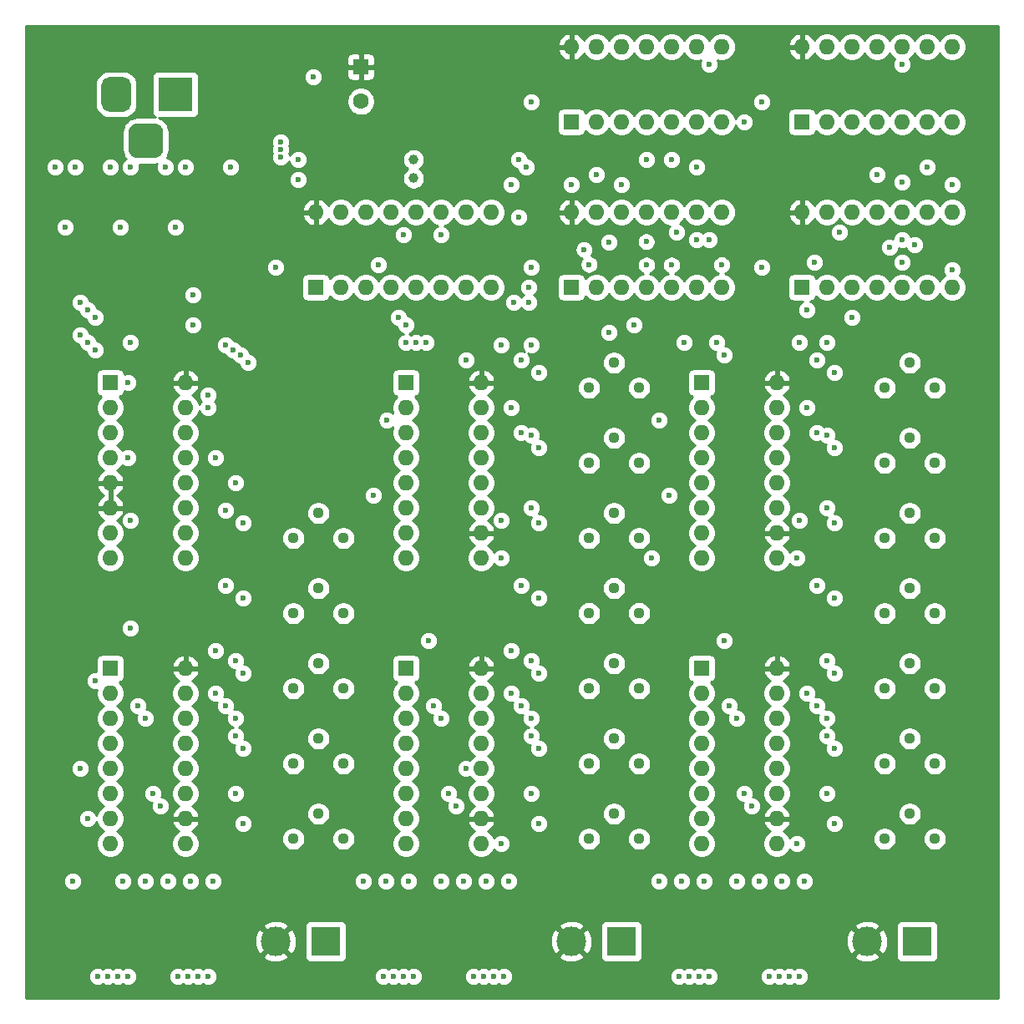
<source format=gbr>
%TF.GenerationSoftware,KiCad,Pcbnew,(5.1.10)-1*%
%TF.CreationDate,2021-09-09T00:33:46+07:00*%
%TF.ProjectId,ampmeter_clock,616d706d-6574-4657-925f-636c6f636b2e,1*%
%TF.SameCoordinates,Original*%
%TF.FileFunction,Copper,L3,Inr*%
%TF.FilePolarity,Positive*%
%FSLAX46Y46*%
G04 Gerber Fmt 4.6, Leading zero omitted, Abs format (unit mm)*
G04 Created by KiCad (PCBNEW (5.1.10)-1) date 2021-09-09 00:33:46*
%MOMM*%
%LPD*%
G01*
G04 APERTURE LIST*
%TA.AperFunction,ComponentPad*%
%ADD10C,1.600000*%
%TD*%
%TA.AperFunction,ComponentPad*%
%ADD11R,1.600000X1.600000*%
%TD*%
%TA.AperFunction,ComponentPad*%
%ADD12C,1.000000*%
%TD*%
%TA.AperFunction,ComponentPad*%
%ADD13O,1.600000X1.600000*%
%TD*%
%TA.AperFunction,ComponentPad*%
%ADD14C,1.120000*%
%TD*%
%TA.AperFunction,ComponentPad*%
%ADD15C,3.000000*%
%TD*%
%TA.AperFunction,ComponentPad*%
%ADD16R,3.000000X3.000000*%
%TD*%
%TA.AperFunction,ComponentPad*%
%ADD17R,3.500000X3.500000*%
%TD*%
%TA.AperFunction,ViaPad*%
%ADD18C,0.600000*%
%TD*%
%TA.AperFunction,Conductor*%
%ADD19C,0.254000*%
%TD*%
%TA.AperFunction,Conductor*%
%ADD20C,0.100000*%
%TD*%
G04 APERTURE END LIST*
D10*
%TO.N,GND*%
%TO.C,C17*%
X74676000Y-43378000D03*
D11*
%TO.N,+5V*%
X74676000Y-39878000D03*
%TD*%
D12*
%TO.N,Net-(C12-Pad1)*%
%TO.C,Y1*%
X80010000Y-49276000D03*
%TO.N,Net-(C13-Pad1)*%
X80010000Y-51176000D03*
%TD*%
D13*
%TO.N,+5V*%
%TO.C,U11*%
X56896000Y-100838000D03*
%TO.N,GND*%
X49276000Y-118618000D03*
%TO.N,CLK*%
X56896000Y-103378000D03*
%TO.N,Net-(U11-Pad7)*%
X49276000Y-116078000D03*
%TO.N,HOUR_2*%
X56896000Y-105918000D03*
%TO.N,HOUR_0*%
X49276000Y-113538000D03*
%TO.N,GND*%
X56896000Y-108458000D03*
%TO.N,~CI_STAGE3*%
X49276000Y-110998000D03*
%TO.N,GND*%
X56896000Y-110998000D03*
X49276000Y-108458000D03*
%TO.N,HOUR_1*%
X56896000Y-113538000D03*
%TO.N,GND*%
X49276000Y-105918000D03*
%TO.N,+5V*%
X56896000Y-116078000D03*
%TO.N,HOUR_3*%
X49276000Y-103378000D03*
%TO.N,RST*%
X56896000Y-118618000D03*
D11*
%TO.N,RST_STAGE3*%
X49276000Y-100838000D03*
%TD*%
%TO.N,RST_STAGE2*%
%TO.C,U10*%
X79248000Y-71882000D03*
D13*
%TO.N,RST*%
X86868000Y-89662000D03*
%TO.N,Net-(U10-Pad2)*%
X79248000Y-74422000D03*
%TO.N,+5V*%
X86868000Y-87122000D03*
%TO.N,GND*%
X79248000Y-76962000D03*
%TO.N,MIN_5*%
X86868000Y-84582000D03*
%TO.N,GND*%
X79248000Y-79502000D03*
X86868000Y-82042000D03*
%TO.N,Net-(U10-Pad5)*%
X79248000Y-82042000D03*
%TO.N,GND*%
X86868000Y-79502000D03*
%TO.N,MIN_4*%
X79248000Y-84582000D03*
%TO.N,MIN_6*%
X86868000Y-76962000D03*
%TO.N,Net-(U10-Pad7)*%
X79248000Y-87122000D03*
%TO.N,CLK*%
X86868000Y-74422000D03*
%TO.N,GND*%
X79248000Y-89662000D03*
%TO.N,+5V*%
X86868000Y-71882000D03*
%TD*%
D11*
%TO.N,GND*%
%TO.C,U9*%
X79248000Y-100838000D03*
D13*
%TO.N,RST*%
X86868000Y-118618000D03*
%TO.N,MIN_3*%
X79248000Y-103378000D03*
%TO.N,+5V*%
X86868000Y-116078000D03*
%TO.N,GND*%
X79248000Y-105918000D03*
%TO.N,MIN_1*%
X86868000Y-113538000D03*
%TO.N,GND*%
X79248000Y-108458000D03*
X86868000Y-110998000D03*
%TO.N,~CI_STAGE2*%
X79248000Y-110998000D03*
%TO.N,GND*%
X86868000Y-108458000D03*
%TO.N,MIN_0*%
X79248000Y-113538000D03*
%TO.N,MIN_2*%
X86868000Y-105918000D03*
%TO.N,Net-(U10-Pad5)*%
X79248000Y-116078000D03*
%TO.N,CLK*%
X86868000Y-103378000D03*
%TO.N,GND*%
X79248000Y-118618000D03*
%TO.N,+5V*%
X86868000Y-100838000D03*
%TD*%
%TO.N,+5V*%
%TO.C,U8*%
X116840000Y-71882000D03*
%TO.N,GND*%
X109220000Y-89662000D03*
%TO.N,CLK*%
X116840000Y-74422000D03*
%TO.N,Net-(U8-Pad7)*%
X109220000Y-87122000D03*
%TO.N,SEC_6*%
X116840000Y-76962000D03*
%TO.N,SEC_4*%
X109220000Y-84582000D03*
%TO.N,GND*%
X116840000Y-79502000D03*
%TO.N,Net-(U2-Pad1)*%
X109220000Y-82042000D03*
%TO.N,GND*%
X116840000Y-82042000D03*
X109220000Y-79502000D03*
%TO.N,SEC_5*%
X116840000Y-84582000D03*
%TO.N,GND*%
X109220000Y-76962000D03*
%TO.N,+5V*%
X116840000Y-87122000D03*
%TO.N,Net-(U8-Pad2)*%
X109220000Y-74422000D03*
%TO.N,RST*%
X116840000Y-89662000D03*
D11*
%TO.N,RST_STAGE1*%
X109220000Y-71882000D03*
%TD*%
D13*
%TO.N,+5V*%
%TO.C,U7*%
X116840000Y-100838000D03*
%TO.N,GND*%
X109220000Y-118618000D03*
%TO.N,CLK*%
X116840000Y-103378000D03*
%TO.N,Net-(U2-Pad1)*%
X109220000Y-116078000D03*
%TO.N,SEC_2*%
X116840000Y-105918000D03*
%TO.N,SEC_0*%
X109220000Y-113538000D03*
%TO.N,GND*%
X116840000Y-108458000D03*
X109220000Y-110998000D03*
X116840000Y-110998000D03*
X109220000Y-108458000D03*
%TO.N,SEC_1*%
X116840000Y-113538000D03*
%TO.N,GND*%
X109220000Y-105918000D03*
%TO.N,+5V*%
X116840000Y-116078000D03*
%TO.N,SEC_3*%
X109220000Y-103378000D03*
%TO.N,RST*%
X116840000Y-118618000D03*
D11*
%TO.N,GND*%
X109220000Y-100838000D03*
%TD*%
%TO.N,Net-(U6-Pad1)*%
%TO.C,U6*%
X70104000Y-62230000D03*
D13*
%TO.N,Net-(U6-Pad9)*%
X87884000Y-54610000D03*
%TO.N,Net-(U6-Pad2)*%
X72644000Y-62230000D03*
%TO.N,Net-(R4-Pad1)*%
X85344000Y-54610000D03*
%TO.N,Net-(U1-Pad3)*%
X75184000Y-62230000D03*
%TO.N,Net-(C13-Pad1)*%
X82804000Y-54610000D03*
%TO.N,Net-(U6-Pad4)*%
X77724000Y-62230000D03*
%TO.N,Net-(R8-Pad1)*%
X80264000Y-54610000D03*
%TO.N,Net-(U6-Pad5)*%
X80264000Y-62230000D03*
%TO.N,Net-(U6-Pad13)*%
X77724000Y-54610000D03*
%TO.N,Net-(U6-Pad6)*%
X82804000Y-62230000D03*
%TO.N,Net-(U6-Pad14)*%
X75184000Y-54610000D03*
%TO.N,Net-(U6-Pad7)*%
X85344000Y-62230000D03*
%TO.N,Net-(U6-Pad15)*%
X72644000Y-54610000D03*
%TO.N,GND*%
X87884000Y-62230000D03*
%TO.N,+5V*%
X70104000Y-54610000D03*
%TD*%
%TO.N,+5V*%
%TO.C,U5*%
X96012000Y-54610000D03*
%TO.N,GND*%
X111252000Y-62230000D03*
%TO.N,HOUR_4*%
X98552000Y-54610000D03*
%TO.N,Net-(U5-Pad3)*%
X108712000Y-62230000D03*
%TO.N,Net-(U4-Pad11)*%
X101092000Y-54610000D03*
%TO.N,Net-(U2-Pad6)*%
X106172000Y-62230000D03*
%TO.N,RST_STAGE3*%
X103632000Y-54610000D03*
%TO.N,Net-(U2-Pad9)*%
X103632000Y-62230000D03*
%TO.N,RST_STAGE2*%
X106172000Y-54610000D03*
%TO.N,Net-(U5-Pad3)*%
X101092000Y-62230000D03*
%TO.N,MIN_5*%
X108712000Y-54610000D03*
%TO.N,MIN_6*%
X98552000Y-62230000D03*
X111252000Y-54610000D03*
D11*
%TO.N,MIN_4*%
X96012000Y-62230000D03*
%TD*%
D13*
%TO.N,+5V*%
%TO.C,U4*%
X119380000Y-54610000D03*
%TO.N,GND*%
X134620000Y-62230000D03*
%TO.N,Net-(U11-Pad7)*%
X121920000Y-54610000D03*
%TO.N,Net-(U4-Pad3)*%
X132080000Y-62230000D03*
%TO.N,HOUR_3*%
X124460000Y-54610000D03*
%TO.N,Net-(U2-Pad2)*%
X129540000Y-62230000D03*
%TO.N,Net-(U4-Pad11)*%
X127000000Y-54610000D03*
%TO.N,Net-(U2-Pad3)*%
X127000000Y-62230000D03*
%TO.N,RST_STAGE1*%
X129540000Y-54610000D03*
%TO.N,Net-(U4-Pad3)*%
X124460000Y-62230000D03*
%TO.N,SEC_5*%
X132080000Y-54610000D03*
%TO.N,SEC_6*%
X121920000Y-62230000D03*
X134620000Y-54610000D03*
D11*
%TO.N,SEC_4*%
X119380000Y-62230000D03*
%TD*%
D13*
%TO.N,+5V*%
%TO.C,U3*%
X96012000Y-37846000D03*
%TO.N,GND*%
X111252000Y-45466000D03*
%TO.N,Net-(C16-Pad1)*%
X98552000Y-37846000D03*
%TO.N,Net-(D4-Pad1)*%
X108712000Y-45466000D03*
%TO.N,Net-(U3-Pad11)*%
X101092000Y-37846000D03*
%TO.N,Net-(C14-Pad1)*%
X106172000Y-45466000D03*
%TO.N,Net-(U3-Pad11)*%
X103632000Y-37846000D03*
%TO.N,Net-(U3-Pad4)*%
X103632000Y-45466000D03*
%TO.N,RST*%
X106172000Y-37846000D03*
%TO.N,GND*%
X101092000Y-45466000D03*
X108712000Y-37846000D03*
%TO.N,Net-(D2-Pad1)*%
X98552000Y-45466000D03*
%TO.N,Net-(U3-Pad8)*%
X111252000Y-37846000D03*
D11*
%TO.N,Net-(C15-Pad1)*%
X96012000Y-45466000D03*
%TD*%
D13*
%TO.N,+5V*%
%TO.C,U2*%
X119380000Y-37846000D03*
%TO.N,GND*%
X134620000Y-45466000D03*
X121920000Y-37846000D03*
%TO.N,Net-(U2-Pad6)*%
X132080000Y-45466000D03*
%TO.N,Net-(U2-Pad12)*%
X124460000Y-37846000D03*
%TO.N,Net-(U10-Pad5)*%
X129540000Y-45466000D03*
%TO.N,Net-(U11-Pad7)*%
X127000000Y-37846000D03*
%TO.N,~CO_STAGE1*%
X127000000Y-45466000D03*
%TO.N,Net-(U1-Pad10)*%
X129540000Y-37846000D03*
%TO.N,Net-(U2-Pad3)*%
X124460000Y-45466000D03*
%TO.N,Net-(U2-Pad9)*%
X132080000Y-37846000D03*
%TO.N,Net-(U2-Pad2)*%
X121920000Y-45466000D03*
%TO.N,~CO_STAGE2*%
X134620000Y-37846000D03*
D11*
%TO.N,Net-(U2-Pad1)*%
X119380000Y-45466000D03*
%TD*%
D13*
%TO.N,+5V*%
%TO.C,U1*%
X56896000Y-71882000D03*
%TO.N,GND*%
X49276000Y-89662000D03*
%TO.N,HOUR_4*%
X56896000Y-74422000D03*
%TO.N,GND*%
X49276000Y-87122000D03*
%TO.N,Net-(U1-Pad14)*%
X56896000Y-76962000D03*
%TO.N,+5V*%
X49276000Y-84582000D03*
%TO.N,CLK*%
X56896000Y-79502000D03*
%TO.N,+5V*%
X49276000Y-82042000D03*
%TO.N,Net-(D6-Pad1)*%
X56896000Y-82042000D03*
%TO.N,GND*%
X49276000Y-79502000D03*
X56896000Y-84582000D03*
%TO.N,Net-(U1-Pad3)*%
X49276000Y-76962000D03*
%TO.N,Net-(U1-Pad10)*%
X56896000Y-87122000D03*
%TO.N,Net-(U1-Pad2)*%
X49276000Y-74422000D03*
%TO.N,GND*%
X56896000Y-89662000D03*
D11*
%TO.N,CLK*%
X49276000Y-71882000D03*
%TD*%
D14*
%TO.N,Net-(MES3-Pad1)*%
%TO.C,RV19*%
X132842000Y-72416000D03*
%TO.N,Net-(Q19-Pad3)*%
X130302000Y-69876000D03*
X127762000Y-72416000D03*
%TD*%
%TO.N,Net-(MES2-Pad1)*%
%TO.C,RV18*%
X102870000Y-72416000D03*
%TO.N,Net-(Q18-Pad3)*%
X100330000Y-69876000D03*
X97790000Y-72416000D03*
%TD*%
%TO.N,Net-(MES3-Pad1)*%
%TO.C,RV17*%
X132842000Y-80036000D03*
%TO.N,Net-(Q17-Pad3)*%
X130302000Y-77496000D03*
X127762000Y-80036000D03*
%TD*%
%TO.N,Net-(MES2-Pad1)*%
%TO.C,RV16*%
X102870000Y-80036000D03*
%TO.N,Net-(Q16-Pad3)*%
X100330000Y-77496000D03*
X97790000Y-80036000D03*
%TD*%
%TO.N,Net-(MES3-Pad1)*%
%TO.C,RV15*%
X132842000Y-87656000D03*
%TO.N,Net-(Q15-Pad3)*%
X130302000Y-85116000D03*
X127762000Y-87656000D03*
%TD*%
%TO.N,Net-(MES2-Pad1)*%
%TO.C,RV14*%
X102870000Y-87656000D03*
%TO.N,Net-(Q14-Pad3)*%
X100330000Y-85116000D03*
X97790000Y-87656000D03*
%TD*%
%TO.N,Net-(MES1-Pad1)*%
%TO.C,RV13*%
X72898000Y-87656000D03*
%TO.N,Net-(Q13-Pad3)*%
X70358000Y-85116000D03*
X67818000Y-87656000D03*
%TD*%
%TO.N,Net-(MES3-Pad1)*%
%TO.C,RV12*%
X132842000Y-95276000D03*
%TO.N,Net-(Q12-Pad3)*%
X130302000Y-92736000D03*
X127762000Y-95276000D03*
%TD*%
%TO.N,Net-(MES2-Pad1)*%
%TO.C,RV11*%
X102870000Y-95250000D03*
%TO.N,Net-(Q11-Pad3)*%
X100330000Y-92710000D03*
X97790000Y-95250000D03*
%TD*%
%TO.N,Net-(MES1-Pad1)*%
%TO.C,RV10*%
X72898000Y-95276000D03*
%TO.N,Net-(Q10-Pad3)*%
X70358000Y-92736000D03*
X67818000Y-95276000D03*
%TD*%
%TO.N,Net-(MES3-Pad1)*%
%TO.C,RV9*%
X132842000Y-102896000D03*
%TO.N,Net-(R19-Pad1)*%
X130302000Y-100356000D03*
X127762000Y-102896000D03*
%TD*%
%TO.N,Net-(MES2-Pad1)*%
%TO.C,RV8*%
X102870000Y-102896000D03*
%TO.N,Net-(R18-Pad1)*%
X100330000Y-100356000D03*
X97790000Y-102896000D03*
%TD*%
%TO.N,Net-(MES1-Pad1)*%
%TO.C,RV7*%
X72898000Y-102896000D03*
%TO.N,Net-(R17-Pad1)*%
X70358000Y-100356000D03*
X67818000Y-102896000D03*
%TD*%
%TO.N,Net-(MES3-Pad1)*%
%TO.C,RV6*%
X132842000Y-110516000D03*
%TO.N,Net-(R12-Pad1)*%
X130302000Y-107976000D03*
X127762000Y-110516000D03*
%TD*%
%TO.N,Net-(MES2-Pad1)*%
%TO.C,RV5*%
X102870000Y-110516000D03*
%TO.N,Net-(R11-Pad1)*%
X100330000Y-107976000D03*
X97790000Y-110516000D03*
%TD*%
%TO.N,Net-(MES1-Pad1)*%
%TO.C,RV4*%
X72898000Y-110516000D03*
%TO.N,Net-(R10-Pad1)*%
X70358000Y-107976000D03*
X67818000Y-110516000D03*
%TD*%
%TO.N,Net-(MES3-Pad1)*%
%TO.C,RV3*%
X132842000Y-118136000D03*
%TO.N,Net-(R3-Pad1)*%
X130302000Y-115596000D03*
X127762000Y-118136000D03*
%TD*%
%TO.N,Net-(MES2-Pad1)*%
%TO.C,RV2*%
X102870000Y-118136000D03*
%TO.N,Net-(R2-Pad1)*%
X100330000Y-115596000D03*
X97790000Y-118136000D03*
%TD*%
%TO.N,Net-(MES1-Pad1)*%
%TO.C,RV1*%
X72898000Y-118136000D03*
%TO.N,Net-(R1-Pad1)*%
X70358000Y-115596000D03*
X67818000Y-118136000D03*
%TD*%
D15*
%TO.N,+5V*%
%TO.C,MES3*%
X125984000Y-128524000D03*
D16*
%TO.N,Net-(MES3-Pad1)*%
X131064000Y-128524000D03*
%TD*%
D15*
%TO.N,+5V*%
%TO.C,MES2*%
X96012000Y-128524000D03*
D16*
%TO.N,Net-(MES2-Pad1)*%
X101092000Y-128524000D03*
%TD*%
D15*
%TO.N,+5V*%
%TO.C,MES1*%
X66040000Y-128524000D03*
D16*
%TO.N,Net-(MES1-Pad1)*%
X71120000Y-128524000D03*
%TD*%
%TO.N,Net-(J1-Pad3)*%
%TO.C,J1*%
%TA.AperFunction,ComponentPad*%
G36*
G01*
X51130000Y-48247000D02*
X51130000Y-46497000D01*
G75*
G02*
X52005000Y-45622000I875000J0D01*
G01*
X53755000Y-45622000D01*
G75*
G02*
X54630000Y-46497000I0J-875000D01*
G01*
X54630000Y-48247000D01*
G75*
G02*
X53755000Y-49122000I-875000J0D01*
G01*
X52005000Y-49122000D01*
G75*
G02*
X51130000Y-48247000I0J875000D01*
G01*
G37*
%TD.AperFunction*%
%TO.N,GND*%
%TA.AperFunction,ComponentPad*%
G36*
G01*
X48380000Y-43672000D02*
X48380000Y-41672000D01*
G75*
G02*
X49130000Y-40922000I750000J0D01*
G01*
X50630000Y-40922000D01*
G75*
G02*
X51380000Y-41672000I0J-750000D01*
G01*
X51380000Y-43672000D01*
G75*
G02*
X50630000Y-44422000I-750000J0D01*
G01*
X49130000Y-44422000D01*
G75*
G02*
X48380000Y-43672000I0J750000D01*
G01*
G37*
%TD.AperFunction*%
D17*
%TO.N,Net-(J1-Pad1)*%
X55880000Y-42672000D03*
%TD*%
D18*
%TO.N,GND*%
X101092000Y-51816000D03*
X68326000Y-49276000D03*
X68326000Y-51308000D03*
X66548000Y-47498000D03*
X66548000Y-48260000D03*
X66548000Y-49022000D03*
X69850000Y-40894000D03*
X66040000Y-60198000D03*
X91948000Y-60198000D03*
X115316000Y-43434000D03*
X91948000Y-43434000D03*
X115316000Y-60198000D03*
X51308000Y-67818000D03*
X51308000Y-96774000D03*
X43688000Y-50038000D03*
X45720000Y-50038000D03*
X49276000Y-50038000D03*
X51308000Y-50038000D03*
X54864000Y-50038000D03*
X56896000Y-50038000D03*
X61468000Y-50038000D03*
X48006000Y-132080000D03*
X49022000Y-132080000D03*
X50038000Y-132080000D03*
X51054000Y-132080000D03*
X56134000Y-132080000D03*
X57150000Y-132080000D03*
X58166000Y-132080000D03*
X59182000Y-132080000D03*
X76962000Y-132080000D03*
X77978000Y-132080000D03*
X78994000Y-132080000D03*
X80010000Y-132080000D03*
X86106000Y-132080000D03*
X87122000Y-132080000D03*
X88138000Y-132080000D03*
X89154000Y-132080000D03*
X106934000Y-132080000D03*
X107950000Y-132080000D03*
X108966000Y-132080000D03*
X109982000Y-132080000D03*
X116078000Y-132080000D03*
X117094000Y-132080000D03*
X118110000Y-132080000D03*
X119126000Y-132080000D03*
X62738000Y-116586000D03*
X62738000Y-108966000D03*
X62738000Y-101346000D03*
X62738000Y-93726000D03*
X62738000Y-86106000D03*
X92710000Y-70866000D03*
X92710000Y-78486000D03*
X92710000Y-86106000D03*
X92710000Y-93726000D03*
X92710000Y-101346000D03*
X92710000Y-108966000D03*
X92710000Y-116586000D03*
X122682000Y-116586000D03*
X122682000Y-108966000D03*
X122682000Y-101346000D03*
X122682000Y-93726000D03*
X122682000Y-86106000D03*
X122682000Y-78486000D03*
X122682000Y-70866000D03*
X111506000Y-98044000D03*
X81534000Y-98044000D03*
X111506000Y-69088000D03*
X81280000Y-67818000D03*
%TO.N,+5V*%
X44704000Y-60960000D03*
X50292000Y-60960000D03*
X55880000Y-60960000D03*
X61468000Y-60960000D03*
X96012000Y-48260000D03*
X134620000Y-48260000D03*
%TO.N,Net-(C14-Pad1)*%
X44704000Y-56134000D03*
X103600000Y-57600000D03*
%TO.N,Net-(C15-Pad1)*%
X50292000Y-56134000D03*
X97300000Y-58400000D03*
%TO.N,Net-(C16-Pad1)*%
X55880000Y-56134000D03*
X99822000Y-57658000D03*
%TO.N,~CI_STAGE2*%
X96012000Y-51816000D03*
X98552000Y-50800000D03*
X127000000Y-50800000D03*
X89916000Y-51816000D03*
X85344000Y-69596000D03*
X85344000Y-110998000D03*
%TO.N,~CI_STAGE3*%
X134620000Y-51816000D03*
X108712000Y-50038000D03*
X132080000Y-50038000D03*
X91440000Y-50038000D03*
X90170000Y-63754000D03*
X46228000Y-110998000D03*
X46228000Y-67056000D03*
X46228000Y-63754000D03*
%TO.N,RST_STAGE3*%
X99822000Y-66802000D03*
X47752000Y-65278000D03*
X47752000Y-68580000D03*
%TO.N,Net-(D6-Pad1)*%
X106172000Y-49276000D03*
X103632000Y-49276000D03*
X61976000Y-82042000D03*
X78994000Y-56896000D03*
X90678000Y-55118000D03*
X90678000Y-49276000D03*
X62484000Y-69088000D03*
%TO.N,RST*%
X88900000Y-89662000D03*
X88900000Y-118618000D03*
X118872000Y-89662000D03*
X118872000Y-118618000D03*
X104140000Y-89662000D03*
X107442000Y-67818000D03*
%TO.N,HOUR_0*%
X59690000Y-122428000D03*
X54356000Y-114808000D03*
%TO.N,HOUR_1*%
X57404000Y-122428000D03*
X53594000Y-113538000D03*
X61976000Y-113538000D03*
X61976000Y-107696000D03*
%TO.N,HOUR_2*%
X55118000Y-122428000D03*
X52832000Y-105918000D03*
X61976000Y-100076000D03*
X61976000Y-105918000D03*
%TO.N,HOUR_3*%
X52070000Y-104648000D03*
X52832000Y-122428000D03*
X60960000Y-92456000D03*
X60960000Y-104648000D03*
X124460000Y-65278000D03*
X63246000Y-69850000D03*
X78486000Y-65278000D03*
%TO.N,HOUR_4*%
X60960000Y-84836000D03*
X59182000Y-74422000D03*
X50546000Y-122428000D03*
X51308000Y-85852000D03*
X76454000Y-59944000D03*
X61722000Y-68580000D03*
X97800000Y-59900000D03*
%TO.N,CLK*%
X59944000Y-79502000D03*
X51054000Y-71882000D03*
X51054000Y-79502000D03*
X89916000Y-103378000D03*
X89916000Y-74422000D03*
X119888000Y-103378000D03*
X119888000Y-74422000D03*
X59944000Y-103378000D03*
X89916000Y-99060000D03*
X59944000Y-99060000D03*
X45466000Y-122428000D03*
X47752000Y-102108000D03*
%TO.N,MIN_0*%
X89662000Y-122428000D03*
X84328000Y-114808000D03*
%TO.N,MIN_1*%
X87376000Y-122428000D03*
X83566000Y-113538000D03*
X91948000Y-107696000D03*
X91948000Y-113538000D03*
%TO.N,MIN_2*%
X85090000Y-122428000D03*
X82804000Y-105918000D03*
X91948000Y-105918000D03*
X91948000Y-100076000D03*
%TO.N,MIN_3*%
X82042000Y-104648000D03*
X82804000Y-122428000D03*
X90932000Y-104648000D03*
X90932000Y-92456000D03*
%TO.N,MIN_4*%
X79502000Y-122428000D03*
X88900000Y-85852000D03*
X88900000Y-68072000D03*
X91694000Y-62230000D03*
%TO.N,MIN_5*%
X77216000Y-122428000D03*
X75946000Y-83312000D03*
X91948000Y-84582000D03*
X91948000Y-77216000D03*
X91948000Y-68072000D03*
X106680000Y-56642000D03*
%TO.N,MIN_6*%
X74930000Y-122428000D03*
X90932000Y-69596000D03*
X90932000Y-76962000D03*
X91694000Y-63754000D03*
X111252000Y-59952000D03*
X77308000Y-75692000D03*
%TO.N,SEC_0*%
X114300000Y-114808000D03*
X119634000Y-122428000D03*
%TO.N,SEC_1*%
X121920000Y-113538000D03*
X121920000Y-107696000D03*
X113538000Y-113538000D03*
X117348000Y-122428000D03*
%TO.N,SEC_2*%
X121920000Y-105918000D03*
X121920000Y-100076000D03*
X112776000Y-105918000D03*
X115062000Y-122428000D03*
%TO.N,SEC_3*%
X120904000Y-104648000D03*
X120904000Y-92456000D03*
X112014000Y-104648000D03*
X112776000Y-122428000D03*
%TO.N,SEC_4*%
X109474000Y-122428000D03*
X119126000Y-85852000D03*
X119126000Y-67818000D03*
%TO.N,SEC_5*%
X107188000Y-122428000D03*
X121920000Y-84582000D03*
X121920000Y-77216000D03*
X105918000Y-83312000D03*
X121920000Y-67818000D03*
X123190000Y-56642000D03*
%TO.N,SEC_6*%
X104902000Y-122428000D03*
X120904000Y-76962000D03*
X120904000Y-69596000D03*
X134620000Y-60452000D03*
X104902000Y-75692000D03*
%TO.N,Net-(U1-Pad3)*%
X59182000Y-73152000D03*
X60960000Y-68072000D03*
%TO.N,Net-(U1-Pad10)*%
X129540000Y-39624000D03*
X109982000Y-39624000D03*
X108712000Y-57404000D03*
X57658000Y-62992000D03*
X57658000Y-66040000D03*
%TO.N,Net-(U2-Pad6)*%
X130810000Y-57912000D03*
X106172000Y-59972000D03*
%TO.N,Net-(U10-Pad5)*%
X80264000Y-67818000D03*
X82804000Y-56896000D03*
X129540000Y-51562000D03*
%TO.N,Net-(U11-Pad7)*%
X119888000Y-64516000D03*
X46990000Y-116078000D03*
X46990000Y-67818000D03*
X46990000Y-64516000D03*
%TO.N,Net-(U2-Pad9)*%
X128270000Y-58166000D03*
X103632000Y-59968000D03*
%TO.N,Net-(U2-Pad2)*%
X129540000Y-59690000D03*
X120650000Y-59690000D03*
%TO.N,Net-(U2-Pad1)*%
X110744000Y-67818000D03*
X113538000Y-45466000D03*
%TO.N,RST_STAGE1*%
X109982000Y-57404000D03*
X129540000Y-57404000D03*
%TO.N,RST_STAGE2*%
X102362000Y-66040000D03*
X79248000Y-66040000D03*
X79248000Y-67818000D03*
%TD*%
D19*
%TO.N,+5V*%
X139305001Y-134305000D02*
X40695000Y-134305000D01*
X40695000Y-131987911D01*
X47071000Y-131987911D01*
X47071000Y-132172089D01*
X47106932Y-132352729D01*
X47177414Y-132522889D01*
X47279738Y-132676028D01*
X47409972Y-132806262D01*
X47563111Y-132908586D01*
X47733271Y-132979068D01*
X47913911Y-133015000D01*
X48098089Y-133015000D01*
X48278729Y-132979068D01*
X48448889Y-132908586D01*
X48514000Y-132865080D01*
X48579111Y-132908586D01*
X48749271Y-132979068D01*
X48929911Y-133015000D01*
X49114089Y-133015000D01*
X49294729Y-132979068D01*
X49464889Y-132908586D01*
X49530000Y-132865080D01*
X49595111Y-132908586D01*
X49765271Y-132979068D01*
X49945911Y-133015000D01*
X50130089Y-133015000D01*
X50310729Y-132979068D01*
X50480889Y-132908586D01*
X50546000Y-132865080D01*
X50611111Y-132908586D01*
X50781271Y-132979068D01*
X50961911Y-133015000D01*
X51146089Y-133015000D01*
X51326729Y-132979068D01*
X51496889Y-132908586D01*
X51650028Y-132806262D01*
X51780262Y-132676028D01*
X51882586Y-132522889D01*
X51953068Y-132352729D01*
X51989000Y-132172089D01*
X51989000Y-131987911D01*
X55199000Y-131987911D01*
X55199000Y-132172089D01*
X55234932Y-132352729D01*
X55305414Y-132522889D01*
X55407738Y-132676028D01*
X55537972Y-132806262D01*
X55691111Y-132908586D01*
X55861271Y-132979068D01*
X56041911Y-133015000D01*
X56226089Y-133015000D01*
X56406729Y-132979068D01*
X56576889Y-132908586D01*
X56642000Y-132865080D01*
X56707111Y-132908586D01*
X56877271Y-132979068D01*
X57057911Y-133015000D01*
X57242089Y-133015000D01*
X57422729Y-132979068D01*
X57592889Y-132908586D01*
X57658000Y-132865080D01*
X57723111Y-132908586D01*
X57893271Y-132979068D01*
X58073911Y-133015000D01*
X58258089Y-133015000D01*
X58438729Y-132979068D01*
X58608889Y-132908586D01*
X58674000Y-132865080D01*
X58739111Y-132908586D01*
X58909271Y-132979068D01*
X59089911Y-133015000D01*
X59274089Y-133015000D01*
X59454729Y-132979068D01*
X59624889Y-132908586D01*
X59778028Y-132806262D01*
X59908262Y-132676028D01*
X60010586Y-132522889D01*
X60081068Y-132352729D01*
X60117000Y-132172089D01*
X60117000Y-131987911D01*
X76027000Y-131987911D01*
X76027000Y-132172089D01*
X76062932Y-132352729D01*
X76133414Y-132522889D01*
X76235738Y-132676028D01*
X76365972Y-132806262D01*
X76519111Y-132908586D01*
X76689271Y-132979068D01*
X76869911Y-133015000D01*
X77054089Y-133015000D01*
X77234729Y-132979068D01*
X77404889Y-132908586D01*
X77470000Y-132865080D01*
X77535111Y-132908586D01*
X77705271Y-132979068D01*
X77885911Y-133015000D01*
X78070089Y-133015000D01*
X78250729Y-132979068D01*
X78420889Y-132908586D01*
X78486000Y-132865080D01*
X78551111Y-132908586D01*
X78721271Y-132979068D01*
X78901911Y-133015000D01*
X79086089Y-133015000D01*
X79266729Y-132979068D01*
X79436889Y-132908586D01*
X79502000Y-132865080D01*
X79567111Y-132908586D01*
X79737271Y-132979068D01*
X79917911Y-133015000D01*
X80102089Y-133015000D01*
X80282729Y-132979068D01*
X80452889Y-132908586D01*
X80606028Y-132806262D01*
X80736262Y-132676028D01*
X80838586Y-132522889D01*
X80909068Y-132352729D01*
X80945000Y-132172089D01*
X80945000Y-131987911D01*
X85171000Y-131987911D01*
X85171000Y-132172089D01*
X85206932Y-132352729D01*
X85277414Y-132522889D01*
X85379738Y-132676028D01*
X85509972Y-132806262D01*
X85663111Y-132908586D01*
X85833271Y-132979068D01*
X86013911Y-133015000D01*
X86198089Y-133015000D01*
X86378729Y-132979068D01*
X86548889Y-132908586D01*
X86614000Y-132865080D01*
X86679111Y-132908586D01*
X86849271Y-132979068D01*
X87029911Y-133015000D01*
X87214089Y-133015000D01*
X87394729Y-132979068D01*
X87564889Y-132908586D01*
X87630000Y-132865080D01*
X87695111Y-132908586D01*
X87865271Y-132979068D01*
X88045911Y-133015000D01*
X88230089Y-133015000D01*
X88410729Y-132979068D01*
X88580889Y-132908586D01*
X88646000Y-132865080D01*
X88711111Y-132908586D01*
X88881271Y-132979068D01*
X89061911Y-133015000D01*
X89246089Y-133015000D01*
X89426729Y-132979068D01*
X89596889Y-132908586D01*
X89750028Y-132806262D01*
X89880262Y-132676028D01*
X89982586Y-132522889D01*
X90053068Y-132352729D01*
X90089000Y-132172089D01*
X90089000Y-131987911D01*
X105999000Y-131987911D01*
X105999000Y-132172089D01*
X106034932Y-132352729D01*
X106105414Y-132522889D01*
X106207738Y-132676028D01*
X106337972Y-132806262D01*
X106491111Y-132908586D01*
X106661271Y-132979068D01*
X106841911Y-133015000D01*
X107026089Y-133015000D01*
X107206729Y-132979068D01*
X107376889Y-132908586D01*
X107442000Y-132865080D01*
X107507111Y-132908586D01*
X107677271Y-132979068D01*
X107857911Y-133015000D01*
X108042089Y-133015000D01*
X108222729Y-132979068D01*
X108392889Y-132908586D01*
X108458000Y-132865080D01*
X108523111Y-132908586D01*
X108693271Y-132979068D01*
X108873911Y-133015000D01*
X109058089Y-133015000D01*
X109238729Y-132979068D01*
X109408889Y-132908586D01*
X109474000Y-132865080D01*
X109539111Y-132908586D01*
X109709271Y-132979068D01*
X109889911Y-133015000D01*
X110074089Y-133015000D01*
X110254729Y-132979068D01*
X110424889Y-132908586D01*
X110578028Y-132806262D01*
X110708262Y-132676028D01*
X110810586Y-132522889D01*
X110881068Y-132352729D01*
X110917000Y-132172089D01*
X110917000Y-131987911D01*
X115143000Y-131987911D01*
X115143000Y-132172089D01*
X115178932Y-132352729D01*
X115249414Y-132522889D01*
X115351738Y-132676028D01*
X115481972Y-132806262D01*
X115635111Y-132908586D01*
X115805271Y-132979068D01*
X115985911Y-133015000D01*
X116170089Y-133015000D01*
X116350729Y-132979068D01*
X116520889Y-132908586D01*
X116586000Y-132865080D01*
X116651111Y-132908586D01*
X116821271Y-132979068D01*
X117001911Y-133015000D01*
X117186089Y-133015000D01*
X117366729Y-132979068D01*
X117536889Y-132908586D01*
X117602000Y-132865080D01*
X117667111Y-132908586D01*
X117837271Y-132979068D01*
X118017911Y-133015000D01*
X118202089Y-133015000D01*
X118382729Y-132979068D01*
X118552889Y-132908586D01*
X118618000Y-132865080D01*
X118683111Y-132908586D01*
X118853271Y-132979068D01*
X119033911Y-133015000D01*
X119218089Y-133015000D01*
X119398729Y-132979068D01*
X119568889Y-132908586D01*
X119722028Y-132806262D01*
X119852262Y-132676028D01*
X119954586Y-132522889D01*
X120025068Y-132352729D01*
X120061000Y-132172089D01*
X120061000Y-131987911D01*
X120025068Y-131807271D01*
X119954586Y-131637111D01*
X119852262Y-131483972D01*
X119722028Y-131353738D01*
X119568889Y-131251414D01*
X119398729Y-131180932D01*
X119218089Y-131145000D01*
X119033911Y-131145000D01*
X118853271Y-131180932D01*
X118683111Y-131251414D01*
X118618000Y-131294920D01*
X118552889Y-131251414D01*
X118382729Y-131180932D01*
X118202089Y-131145000D01*
X118017911Y-131145000D01*
X117837271Y-131180932D01*
X117667111Y-131251414D01*
X117602000Y-131294920D01*
X117536889Y-131251414D01*
X117366729Y-131180932D01*
X117186089Y-131145000D01*
X117001911Y-131145000D01*
X116821271Y-131180932D01*
X116651111Y-131251414D01*
X116586000Y-131294920D01*
X116520889Y-131251414D01*
X116350729Y-131180932D01*
X116170089Y-131145000D01*
X115985911Y-131145000D01*
X115805271Y-131180932D01*
X115635111Y-131251414D01*
X115481972Y-131353738D01*
X115351738Y-131483972D01*
X115249414Y-131637111D01*
X115178932Y-131807271D01*
X115143000Y-131987911D01*
X110917000Y-131987911D01*
X110881068Y-131807271D01*
X110810586Y-131637111D01*
X110708262Y-131483972D01*
X110578028Y-131353738D01*
X110424889Y-131251414D01*
X110254729Y-131180932D01*
X110074089Y-131145000D01*
X109889911Y-131145000D01*
X109709271Y-131180932D01*
X109539111Y-131251414D01*
X109474000Y-131294920D01*
X109408889Y-131251414D01*
X109238729Y-131180932D01*
X109058089Y-131145000D01*
X108873911Y-131145000D01*
X108693271Y-131180932D01*
X108523111Y-131251414D01*
X108458000Y-131294920D01*
X108392889Y-131251414D01*
X108222729Y-131180932D01*
X108042089Y-131145000D01*
X107857911Y-131145000D01*
X107677271Y-131180932D01*
X107507111Y-131251414D01*
X107442000Y-131294920D01*
X107376889Y-131251414D01*
X107206729Y-131180932D01*
X107026089Y-131145000D01*
X106841911Y-131145000D01*
X106661271Y-131180932D01*
X106491111Y-131251414D01*
X106337972Y-131353738D01*
X106207738Y-131483972D01*
X106105414Y-131637111D01*
X106034932Y-131807271D01*
X105999000Y-131987911D01*
X90089000Y-131987911D01*
X90053068Y-131807271D01*
X89982586Y-131637111D01*
X89880262Y-131483972D01*
X89750028Y-131353738D01*
X89596889Y-131251414D01*
X89426729Y-131180932D01*
X89246089Y-131145000D01*
X89061911Y-131145000D01*
X88881271Y-131180932D01*
X88711111Y-131251414D01*
X88646000Y-131294920D01*
X88580889Y-131251414D01*
X88410729Y-131180932D01*
X88230089Y-131145000D01*
X88045911Y-131145000D01*
X87865271Y-131180932D01*
X87695111Y-131251414D01*
X87630000Y-131294920D01*
X87564889Y-131251414D01*
X87394729Y-131180932D01*
X87214089Y-131145000D01*
X87029911Y-131145000D01*
X86849271Y-131180932D01*
X86679111Y-131251414D01*
X86614000Y-131294920D01*
X86548889Y-131251414D01*
X86378729Y-131180932D01*
X86198089Y-131145000D01*
X86013911Y-131145000D01*
X85833271Y-131180932D01*
X85663111Y-131251414D01*
X85509972Y-131353738D01*
X85379738Y-131483972D01*
X85277414Y-131637111D01*
X85206932Y-131807271D01*
X85171000Y-131987911D01*
X80945000Y-131987911D01*
X80909068Y-131807271D01*
X80838586Y-131637111D01*
X80736262Y-131483972D01*
X80606028Y-131353738D01*
X80452889Y-131251414D01*
X80282729Y-131180932D01*
X80102089Y-131145000D01*
X79917911Y-131145000D01*
X79737271Y-131180932D01*
X79567111Y-131251414D01*
X79502000Y-131294920D01*
X79436889Y-131251414D01*
X79266729Y-131180932D01*
X79086089Y-131145000D01*
X78901911Y-131145000D01*
X78721271Y-131180932D01*
X78551111Y-131251414D01*
X78486000Y-131294920D01*
X78420889Y-131251414D01*
X78250729Y-131180932D01*
X78070089Y-131145000D01*
X77885911Y-131145000D01*
X77705271Y-131180932D01*
X77535111Y-131251414D01*
X77470000Y-131294920D01*
X77404889Y-131251414D01*
X77234729Y-131180932D01*
X77054089Y-131145000D01*
X76869911Y-131145000D01*
X76689271Y-131180932D01*
X76519111Y-131251414D01*
X76365972Y-131353738D01*
X76235738Y-131483972D01*
X76133414Y-131637111D01*
X76062932Y-131807271D01*
X76027000Y-131987911D01*
X60117000Y-131987911D01*
X60081068Y-131807271D01*
X60010586Y-131637111D01*
X59908262Y-131483972D01*
X59778028Y-131353738D01*
X59624889Y-131251414D01*
X59454729Y-131180932D01*
X59274089Y-131145000D01*
X59089911Y-131145000D01*
X58909271Y-131180932D01*
X58739111Y-131251414D01*
X58674000Y-131294920D01*
X58608889Y-131251414D01*
X58438729Y-131180932D01*
X58258089Y-131145000D01*
X58073911Y-131145000D01*
X57893271Y-131180932D01*
X57723111Y-131251414D01*
X57658000Y-131294920D01*
X57592889Y-131251414D01*
X57422729Y-131180932D01*
X57242089Y-131145000D01*
X57057911Y-131145000D01*
X56877271Y-131180932D01*
X56707111Y-131251414D01*
X56642000Y-131294920D01*
X56576889Y-131251414D01*
X56406729Y-131180932D01*
X56226089Y-131145000D01*
X56041911Y-131145000D01*
X55861271Y-131180932D01*
X55691111Y-131251414D01*
X55537972Y-131353738D01*
X55407738Y-131483972D01*
X55305414Y-131637111D01*
X55234932Y-131807271D01*
X55199000Y-131987911D01*
X51989000Y-131987911D01*
X51953068Y-131807271D01*
X51882586Y-131637111D01*
X51780262Y-131483972D01*
X51650028Y-131353738D01*
X51496889Y-131251414D01*
X51326729Y-131180932D01*
X51146089Y-131145000D01*
X50961911Y-131145000D01*
X50781271Y-131180932D01*
X50611111Y-131251414D01*
X50546000Y-131294920D01*
X50480889Y-131251414D01*
X50310729Y-131180932D01*
X50130089Y-131145000D01*
X49945911Y-131145000D01*
X49765271Y-131180932D01*
X49595111Y-131251414D01*
X49530000Y-131294920D01*
X49464889Y-131251414D01*
X49294729Y-131180932D01*
X49114089Y-131145000D01*
X48929911Y-131145000D01*
X48749271Y-131180932D01*
X48579111Y-131251414D01*
X48514000Y-131294920D01*
X48448889Y-131251414D01*
X48278729Y-131180932D01*
X48098089Y-131145000D01*
X47913911Y-131145000D01*
X47733271Y-131180932D01*
X47563111Y-131251414D01*
X47409972Y-131353738D01*
X47279738Y-131483972D01*
X47177414Y-131637111D01*
X47106932Y-131807271D01*
X47071000Y-131987911D01*
X40695000Y-131987911D01*
X40695000Y-130015653D01*
X64727952Y-130015653D01*
X64883962Y-130331214D01*
X65258745Y-130522020D01*
X65663551Y-130636044D01*
X66082824Y-130668902D01*
X66500451Y-130619334D01*
X66900383Y-130489243D01*
X67196038Y-130331214D01*
X67352048Y-130015653D01*
X66040000Y-128703605D01*
X64727952Y-130015653D01*
X40695000Y-130015653D01*
X40695000Y-128566824D01*
X63895098Y-128566824D01*
X63944666Y-128984451D01*
X64074757Y-129384383D01*
X64232786Y-129680038D01*
X64548347Y-129836048D01*
X65860395Y-128524000D01*
X66219605Y-128524000D01*
X67531653Y-129836048D01*
X67847214Y-129680038D01*
X68038020Y-129305255D01*
X68152044Y-128900449D01*
X68184902Y-128481176D01*
X68135334Y-128063549D01*
X68005243Y-127663617D01*
X67847214Y-127367962D01*
X67531653Y-127211952D01*
X66219605Y-128524000D01*
X65860395Y-128524000D01*
X64548347Y-127211952D01*
X64232786Y-127367962D01*
X64041980Y-127742745D01*
X63927956Y-128147551D01*
X63895098Y-128566824D01*
X40695000Y-128566824D01*
X40695000Y-127032347D01*
X64727952Y-127032347D01*
X66040000Y-128344395D01*
X67352048Y-127032347D01*
X67347922Y-127024000D01*
X68981928Y-127024000D01*
X68981928Y-130024000D01*
X68994188Y-130148482D01*
X69030498Y-130268180D01*
X69089463Y-130378494D01*
X69168815Y-130475185D01*
X69265506Y-130554537D01*
X69375820Y-130613502D01*
X69495518Y-130649812D01*
X69620000Y-130662072D01*
X72620000Y-130662072D01*
X72744482Y-130649812D01*
X72864180Y-130613502D01*
X72974494Y-130554537D01*
X73071185Y-130475185D01*
X73150537Y-130378494D01*
X73209502Y-130268180D01*
X73245812Y-130148482D01*
X73258072Y-130024000D01*
X73258072Y-130015653D01*
X94699952Y-130015653D01*
X94855962Y-130331214D01*
X95230745Y-130522020D01*
X95635551Y-130636044D01*
X96054824Y-130668902D01*
X96472451Y-130619334D01*
X96872383Y-130489243D01*
X97168038Y-130331214D01*
X97324048Y-130015653D01*
X96012000Y-128703605D01*
X94699952Y-130015653D01*
X73258072Y-130015653D01*
X73258072Y-128566824D01*
X93867098Y-128566824D01*
X93916666Y-128984451D01*
X94046757Y-129384383D01*
X94204786Y-129680038D01*
X94520347Y-129836048D01*
X95832395Y-128524000D01*
X96191605Y-128524000D01*
X97503653Y-129836048D01*
X97819214Y-129680038D01*
X98010020Y-129305255D01*
X98124044Y-128900449D01*
X98156902Y-128481176D01*
X98107334Y-128063549D01*
X97977243Y-127663617D01*
X97819214Y-127367962D01*
X97503653Y-127211952D01*
X96191605Y-128524000D01*
X95832395Y-128524000D01*
X94520347Y-127211952D01*
X94204786Y-127367962D01*
X94013980Y-127742745D01*
X93899956Y-128147551D01*
X93867098Y-128566824D01*
X73258072Y-128566824D01*
X73258072Y-127032347D01*
X94699952Y-127032347D01*
X96012000Y-128344395D01*
X97324048Y-127032347D01*
X97319922Y-127024000D01*
X98953928Y-127024000D01*
X98953928Y-130024000D01*
X98966188Y-130148482D01*
X99002498Y-130268180D01*
X99061463Y-130378494D01*
X99140815Y-130475185D01*
X99237506Y-130554537D01*
X99347820Y-130613502D01*
X99467518Y-130649812D01*
X99592000Y-130662072D01*
X102592000Y-130662072D01*
X102716482Y-130649812D01*
X102836180Y-130613502D01*
X102946494Y-130554537D01*
X103043185Y-130475185D01*
X103122537Y-130378494D01*
X103181502Y-130268180D01*
X103217812Y-130148482D01*
X103230072Y-130024000D01*
X103230072Y-130015653D01*
X124671952Y-130015653D01*
X124827962Y-130331214D01*
X125202745Y-130522020D01*
X125607551Y-130636044D01*
X126026824Y-130668902D01*
X126444451Y-130619334D01*
X126844383Y-130489243D01*
X127140038Y-130331214D01*
X127296048Y-130015653D01*
X125984000Y-128703605D01*
X124671952Y-130015653D01*
X103230072Y-130015653D01*
X103230072Y-128566824D01*
X123839098Y-128566824D01*
X123888666Y-128984451D01*
X124018757Y-129384383D01*
X124176786Y-129680038D01*
X124492347Y-129836048D01*
X125804395Y-128524000D01*
X126163605Y-128524000D01*
X127475653Y-129836048D01*
X127791214Y-129680038D01*
X127982020Y-129305255D01*
X128096044Y-128900449D01*
X128128902Y-128481176D01*
X128079334Y-128063549D01*
X127949243Y-127663617D01*
X127791214Y-127367962D01*
X127475653Y-127211952D01*
X126163605Y-128524000D01*
X125804395Y-128524000D01*
X124492347Y-127211952D01*
X124176786Y-127367962D01*
X123985980Y-127742745D01*
X123871956Y-128147551D01*
X123839098Y-128566824D01*
X103230072Y-128566824D01*
X103230072Y-127032347D01*
X124671952Y-127032347D01*
X125984000Y-128344395D01*
X127296048Y-127032347D01*
X127291922Y-127024000D01*
X128925928Y-127024000D01*
X128925928Y-130024000D01*
X128938188Y-130148482D01*
X128974498Y-130268180D01*
X129033463Y-130378494D01*
X129112815Y-130475185D01*
X129209506Y-130554537D01*
X129319820Y-130613502D01*
X129439518Y-130649812D01*
X129564000Y-130662072D01*
X132564000Y-130662072D01*
X132688482Y-130649812D01*
X132808180Y-130613502D01*
X132918494Y-130554537D01*
X133015185Y-130475185D01*
X133094537Y-130378494D01*
X133153502Y-130268180D01*
X133189812Y-130148482D01*
X133202072Y-130024000D01*
X133202072Y-127024000D01*
X133189812Y-126899518D01*
X133153502Y-126779820D01*
X133094537Y-126669506D01*
X133015185Y-126572815D01*
X132918494Y-126493463D01*
X132808180Y-126434498D01*
X132688482Y-126398188D01*
X132564000Y-126385928D01*
X129564000Y-126385928D01*
X129439518Y-126398188D01*
X129319820Y-126434498D01*
X129209506Y-126493463D01*
X129112815Y-126572815D01*
X129033463Y-126669506D01*
X128974498Y-126779820D01*
X128938188Y-126899518D01*
X128925928Y-127024000D01*
X127291922Y-127024000D01*
X127140038Y-126716786D01*
X126765255Y-126525980D01*
X126360449Y-126411956D01*
X125941176Y-126379098D01*
X125523549Y-126428666D01*
X125123617Y-126558757D01*
X124827962Y-126716786D01*
X124671952Y-127032347D01*
X103230072Y-127032347D01*
X103230072Y-127024000D01*
X103217812Y-126899518D01*
X103181502Y-126779820D01*
X103122537Y-126669506D01*
X103043185Y-126572815D01*
X102946494Y-126493463D01*
X102836180Y-126434498D01*
X102716482Y-126398188D01*
X102592000Y-126385928D01*
X99592000Y-126385928D01*
X99467518Y-126398188D01*
X99347820Y-126434498D01*
X99237506Y-126493463D01*
X99140815Y-126572815D01*
X99061463Y-126669506D01*
X99002498Y-126779820D01*
X98966188Y-126899518D01*
X98953928Y-127024000D01*
X97319922Y-127024000D01*
X97168038Y-126716786D01*
X96793255Y-126525980D01*
X96388449Y-126411956D01*
X95969176Y-126379098D01*
X95551549Y-126428666D01*
X95151617Y-126558757D01*
X94855962Y-126716786D01*
X94699952Y-127032347D01*
X73258072Y-127032347D01*
X73258072Y-127024000D01*
X73245812Y-126899518D01*
X73209502Y-126779820D01*
X73150537Y-126669506D01*
X73071185Y-126572815D01*
X72974494Y-126493463D01*
X72864180Y-126434498D01*
X72744482Y-126398188D01*
X72620000Y-126385928D01*
X69620000Y-126385928D01*
X69495518Y-126398188D01*
X69375820Y-126434498D01*
X69265506Y-126493463D01*
X69168815Y-126572815D01*
X69089463Y-126669506D01*
X69030498Y-126779820D01*
X68994188Y-126899518D01*
X68981928Y-127024000D01*
X67347922Y-127024000D01*
X67196038Y-126716786D01*
X66821255Y-126525980D01*
X66416449Y-126411956D01*
X65997176Y-126379098D01*
X65579549Y-126428666D01*
X65179617Y-126558757D01*
X64883962Y-126716786D01*
X64727952Y-127032347D01*
X40695000Y-127032347D01*
X40695000Y-122335911D01*
X44531000Y-122335911D01*
X44531000Y-122520089D01*
X44566932Y-122700729D01*
X44637414Y-122870889D01*
X44739738Y-123024028D01*
X44869972Y-123154262D01*
X45023111Y-123256586D01*
X45193271Y-123327068D01*
X45373911Y-123363000D01*
X45558089Y-123363000D01*
X45738729Y-123327068D01*
X45908889Y-123256586D01*
X46062028Y-123154262D01*
X46192262Y-123024028D01*
X46294586Y-122870889D01*
X46365068Y-122700729D01*
X46401000Y-122520089D01*
X46401000Y-122335911D01*
X49611000Y-122335911D01*
X49611000Y-122520089D01*
X49646932Y-122700729D01*
X49717414Y-122870889D01*
X49819738Y-123024028D01*
X49949972Y-123154262D01*
X50103111Y-123256586D01*
X50273271Y-123327068D01*
X50453911Y-123363000D01*
X50638089Y-123363000D01*
X50818729Y-123327068D01*
X50988889Y-123256586D01*
X51142028Y-123154262D01*
X51272262Y-123024028D01*
X51374586Y-122870889D01*
X51445068Y-122700729D01*
X51481000Y-122520089D01*
X51481000Y-122335911D01*
X51897000Y-122335911D01*
X51897000Y-122520089D01*
X51932932Y-122700729D01*
X52003414Y-122870889D01*
X52105738Y-123024028D01*
X52235972Y-123154262D01*
X52389111Y-123256586D01*
X52559271Y-123327068D01*
X52739911Y-123363000D01*
X52924089Y-123363000D01*
X53104729Y-123327068D01*
X53274889Y-123256586D01*
X53428028Y-123154262D01*
X53558262Y-123024028D01*
X53660586Y-122870889D01*
X53731068Y-122700729D01*
X53767000Y-122520089D01*
X53767000Y-122335911D01*
X54183000Y-122335911D01*
X54183000Y-122520089D01*
X54218932Y-122700729D01*
X54289414Y-122870889D01*
X54391738Y-123024028D01*
X54521972Y-123154262D01*
X54675111Y-123256586D01*
X54845271Y-123327068D01*
X55025911Y-123363000D01*
X55210089Y-123363000D01*
X55390729Y-123327068D01*
X55560889Y-123256586D01*
X55714028Y-123154262D01*
X55844262Y-123024028D01*
X55946586Y-122870889D01*
X56017068Y-122700729D01*
X56053000Y-122520089D01*
X56053000Y-122335911D01*
X56469000Y-122335911D01*
X56469000Y-122520089D01*
X56504932Y-122700729D01*
X56575414Y-122870889D01*
X56677738Y-123024028D01*
X56807972Y-123154262D01*
X56961111Y-123256586D01*
X57131271Y-123327068D01*
X57311911Y-123363000D01*
X57496089Y-123363000D01*
X57676729Y-123327068D01*
X57846889Y-123256586D01*
X58000028Y-123154262D01*
X58130262Y-123024028D01*
X58232586Y-122870889D01*
X58303068Y-122700729D01*
X58339000Y-122520089D01*
X58339000Y-122335911D01*
X58755000Y-122335911D01*
X58755000Y-122520089D01*
X58790932Y-122700729D01*
X58861414Y-122870889D01*
X58963738Y-123024028D01*
X59093972Y-123154262D01*
X59247111Y-123256586D01*
X59417271Y-123327068D01*
X59597911Y-123363000D01*
X59782089Y-123363000D01*
X59962729Y-123327068D01*
X60132889Y-123256586D01*
X60286028Y-123154262D01*
X60416262Y-123024028D01*
X60518586Y-122870889D01*
X60589068Y-122700729D01*
X60625000Y-122520089D01*
X60625000Y-122335911D01*
X73995000Y-122335911D01*
X73995000Y-122520089D01*
X74030932Y-122700729D01*
X74101414Y-122870889D01*
X74203738Y-123024028D01*
X74333972Y-123154262D01*
X74487111Y-123256586D01*
X74657271Y-123327068D01*
X74837911Y-123363000D01*
X75022089Y-123363000D01*
X75202729Y-123327068D01*
X75372889Y-123256586D01*
X75526028Y-123154262D01*
X75656262Y-123024028D01*
X75758586Y-122870889D01*
X75829068Y-122700729D01*
X75865000Y-122520089D01*
X75865000Y-122335911D01*
X76281000Y-122335911D01*
X76281000Y-122520089D01*
X76316932Y-122700729D01*
X76387414Y-122870889D01*
X76489738Y-123024028D01*
X76619972Y-123154262D01*
X76773111Y-123256586D01*
X76943271Y-123327068D01*
X77123911Y-123363000D01*
X77308089Y-123363000D01*
X77488729Y-123327068D01*
X77658889Y-123256586D01*
X77812028Y-123154262D01*
X77942262Y-123024028D01*
X78044586Y-122870889D01*
X78115068Y-122700729D01*
X78151000Y-122520089D01*
X78151000Y-122335911D01*
X78567000Y-122335911D01*
X78567000Y-122520089D01*
X78602932Y-122700729D01*
X78673414Y-122870889D01*
X78775738Y-123024028D01*
X78905972Y-123154262D01*
X79059111Y-123256586D01*
X79229271Y-123327068D01*
X79409911Y-123363000D01*
X79594089Y-123363000D01*
X79774729Y-123327068D01*
X79944889Y-123256586D01*
X80098028Y-123154262D01*
X80228262Y-123024028D01*
X80330586Y-122870889D01*
X80401068Y-122700729D01*
X80437000Y-122520089D01*
X80437000Y-122335911D01*
X81869000Y-122335911D01*
X81869000Y-122520089D01*
X81904932Y-122700729D01*
X81975414Y-122870889D01*
X82077738Y-123024028D01*
X82207972Y-123154262D01*
X82361111Y-123256586D01*
X82531271Y-123327068D01*
X82711911Y-123363000D01*
X82896089Y-123363000D01*
X83076729Y-123327068D01*
X83246889Y-123256586D01*
X83400028Y-123154262D01*
X83530262Y-123024028D01*
X83632586Y-122870889D01*
X83703068Y-122700729D01*
X83739000Y-122520089D01*
X83739000Y-122335911D01*
X84155000Y-122335911D01*
X84155000Y-122520089D01*
X84190932Y-122700729D01*
X84261414Y-122870889D01*
X84363738Y-123024028D01*
X84493972Y-123154262D01*
X84647111Y-123256586D01*
X84817271Y-123327068D01*
X84997911Y-123363000D01*
X85182089Y-123363000D01*
X85362729Y-123327068D01*
X85532889Y-123256586D01*
X85686028Y-123154262D01*
X85816262Y-123024028D01*
X85918586Y-122870889D01*
X85989068Y-122700729D01*
X86025000Y-122520089D01*
X86025000Y-122335911D01*
X86441000Y-122335911D01*
X86441000Y-122520089D01*
X86476932Y-122700729D01*
X86547414Y-122870889D01*
X86649738Y-123024028D01*
X86779972Y-123154262D01*
X86933111Y-123256586D01*
X87103271Y-123327068D01*
X87283911Y-123363000D01*
X87468089Y-123363000D01*
X87648729Y-123327068D01*
X87818889Y-123256586D01*
X87972028Y-123154262D01*
X88102262Y-123024028D01*
X88204586Y-122870889D01*
X88275068Y-122700729D01*
X88311000Y-122520089D01*
X88311000Y-122335911D01*
X88727000Y-122335911D01*
X88727000Y-122520089D01*
X88762932Y-122700729D01*
X88833414Y-122870889D01*
X88935738Y-123024028D01*
X89065972Y-123154262D01*
X89219111Y-123256586D01*
X89389271Y-123327068D01*
X89569911Y-123363000D01*
X89754089Y-123363000D01*
X89934729Y-123327068D01*
X90104889Y-123256586D01*
X90258028Y-123154262D01*
X90388262Y-123024028D01*
X90490586Y-122870889D01*
X90561068Y-122700729D01*
X90597000Y-122520089D01*
X90597000Y-122335911D01*
X103967000Y-122335911D01*
X103967000Y-122520089D01*
X104002932Y-122700729D01*
X104073414Y-122870889D01*
X104175738Y-123024028D01*
X104305972Y-123154262D01*
X104459111Y-123256586D01*
X104629271Y-123327068D01*
X104809911Y-123363000D01*
X104994089Y-123363000D01*
X105174729Y-123327068D01*
X105344889Y-123256586D01*
X105498028Y-123154262D01*
X105628262Y-123024028D01*
X105730586Y-122870889D01*
X105801068Y-122700729D01*
X105837000Y-122520089D01*
X105837000Y-122335911D01*
X106253000Y-122335911D01*
X106253000Y-122520089D01*
X106288932Y-122700729D01*
X106359414Y-122870889D01*
X106461738Y-123024028D01*
X106591972Y-123154262D01*
X106745111Y-123256586D01*
X106915271Y-123327068D01*
X107095911Y-123363000D01*
X107280089Y-123363000D01*
X107460729Y-123327068D01*
X107630889Y-123256586D01*
X107784028Y-123154262D01*
X107914262Y-123024028D01*
X108016586Y-122870889D01*
X108087068Y-122700729D01*
X108123000Y-122520089D01*
X108123000Y-122335911D01*
X108539000Y-122335911D01*
X108539000Y-122520089D01*
X108574932Y-122700729D01*
X108645414Y-122870889D01*
X108747738Y-123024028D01*
X108877972Y-123154262D01*
X109031111Y-123256586D01*
X109201271Y-123327068D01*
X109381911Y-123363000D01*
X109566089Y-123363000D01*
X109746729Y-123327068D01*
X109916889Y-123256586D01*
X110070028Y-123154262D01*
X110200262Y-123024028D01*
X110302586Y-122870889D01*
X110373068Y-122700729D01*
X110409000Y-122520089D01*
X110409000Y-122335911D01*
X111841000Y-122335911D01*
X111841000Y-122520089D01*
X111876932Y-122700729D01*
X111947414Y-122870889D01*
X112049738Y-123024028D01*
X112179972Y-123154262D01*
X112333111Y-123256586D01*
X112503271Y-123327068D01*
X112683911Y-123363000D01*
X112868089Y-123363000D01*
X113048729Y-123327068D01*
X113218889Y-123256586D01*
X113372028Y-123154262D01*
X113502262Y-123024028D01*
X113604586Y-122870889D01*
X113675068Y-122700729D01*
X113711000Y-122520089D01*
X113711000Y-122335911D01*
X114127000Y-122335911D01*
X114127000Y-122520089D01*
X114162932Y-122700729D01*
X114233414Y-122870889D01*
X114335738Y-123024028D01*
X114465972Y-123154262D01*
X114619111Y-123256586D01*
X114789271Y-123327068D01*
X114969911Y-123363000D01*
X115154089Y-123363000D01*
X115334729Y-123327068D01*
X115504889Y-123256586D01*
X115658028Y-123154262D01*
X115788262Y-123024028D01*
X115890586Y-122870889D01*
X115961068Y-122700729D01*
X115997000Y-122520089D01*
X115997000Y-122335911D01*
X116413000Y-122335911D01*
X116413000Y-122520089D01*
X116448932Y-122700729D01*
X116519414Y-122870889D01*
X116621738Y-123024028D01*
X116751972Y-123154262D01*
X116905111Y-123256586D01*
X117075271Y-123327068D01*
X117255911Y-123363000D01*
X117440089Y-123363000D01*
X117620729Y-123327068D01*
X117790889Y-123256586D01*
X117944028Y-123154262D01*
X118074262Y-123024028D01*
X118176586Y-122870889D01*
X118247068Y-122700729D01*
X118283000Y-122520089D01*
X118283000Y-122335911D01*
X118699000Y-122335911D01*
X118699000Y-122520089D01*
X118734932Y-122700729D01*
X118805414Y-122870889D01*
X118907738Y-123024028D01*
X119037972Y-123154262D01*
X119191111Y-123256586D01*
X119361271Y-123327068D01*
X119541911Y-123363000D01*
X119726089Y-123363000D01*
X119906729Y-123327068D01*
X120076889Y-123256586D01*
X120230028Y-123154262D01*
X120360262Y-123024028D01*
X120462586Y-122870889D01*
X120533068Y-122700729D01*
X120569000Y-122520089D01*
X120569000Y-122335911D01*
X120533068Y-122155271D01*
X120462586Y-121985111D01*
X120360262Y-121831972D01*
X120230028Y-121701738D01*
X120076889Y-121599414D01*
X119906729Y-121528932D01*
X119726089Y-121493000D01*
X119541911Y-121493000D01*
X119361271Y-121528932D01*
X119191111Y-121599414D01*
X119037972Y-121701738D01*
X118907738Y-121831972D01*
X118805414Y-121985111D01*
X118734932Y-122155271D01*
X118699000Y-122335911D01*
X118283000Y-122335911D01*
X118247068Y-122155271D01*
X118176586Y-121985111D01*
X118074262Y-121831972D01*
X117944028Y-121701738D01*
X117790889Y-121599414D01*
X117620729Y-121528932D01*
X117440089Y-121493000D01*
X117255911Y-121493000D01*
X117075271Y-121528932D01*
X116905111Y-121599414D01*
X116751972Y-121701738D01*
X116621738Y-121831972D01*
X116519414Y-121985111D01*
X116448932Y-122155271D01*
X116413000Y-122335911D01*
X115997000Y-122335911D01*
X115961068Y-122155271D01*
X115890586Y-121985111D01*
X115788262Y-121831972D01*
X115658028Y-121701738D01*
X115504889Y-121599414D01*
X115334729Y-121528932D01*
X115154089Y-121493000D01*
X114969911Y-121493000D01*
X114789271Y-121528932D01*
X114619111Y-121599414D01*
X114465972Y-121701738D01*
X114335738Y-121831972D01*
X114233414Y-121985111D01*
X114162932Y-122155271D01*
X114127000Y-122335911D01*
X113711000Y-122335911D01*
X113675068Y-122155271D01*
X113604586Y-121985111D01*
X113502262Y-121831972D01*
X113372028Y-121701738D01*
X113218889Y-121599414D01*
X113048729Y-121528932D01*
X112868089Y-121493000D01*
X112683911Y-121493000D01*
X112503271Y-121528932D01*
X112333111Y-121599414D01*
X112179972Y-121701738D01*
X112049738Y-121831972D01*
X111947414Y-121985111D01*
X111876932Y-122155271D01*
X111841000Y-122335911D01*
X110409000Y-122335911D01*
X110373068Y-122155271D01*
X110302586Y-121985111D01*
X110200262Y-121831972D01*
X110070028Y-121701738D01*
X109916889Y-121599414D01*
X109746729Y-121528932D01*
X109566089Y-121493000D01*
X109381911Y-121493000D01*
X109201271Y-121528932D01*
X109031111Y-121599414D01*
X108877972Y-121701738D01*
X108747738Y-121831972D01*
X108645414Y-121985111D01*
X108574932Y-122155271D01*
X108539000Y-122335911D01*
X108123000Y-122335911D01*
X108087068Y-122155271D01*
X108016586Y-121985111D01*
X107914262Y-121831972D01*
X107784028Y-121701738D01*
X107630889Y-121599414D01*
X107460729Y-121528932D01*
X107280089Y-121493000D01*
X107095911Y-121493000D01*
X106915271Y-121528932D01*
X106745111Y-121599414D01*
X106591972Y-121701738D01*
X106461738Y-121831972D01*
X106359414Y-121985111D01*
X106288932Y-122155271D01*
X106253000Y-122335911D01*
X105837000Y-122335911D01*
X105801068Y-122155271D01*
X105730586Y-121985111D01*
X105628262Y-121831972D01*
X105498028Y-121701738D01*
X105344889Y-121599414D01*
X105174729Y-121528932D01*
X104994089Y-121493000D01*
X104809911Y-121493000D01*
X104629271Y-121528932D01*
X104459111Y-121599414D01*
X104305972Y-121701738D01*
X104175738Y-121831972D01*
X104073414Y-121985111D01*
X104002932Y-122155271D01*
X103967000Y-122335911D01*
X90597000Y-122335911D01*
X90561068Y-122155271D01*
X90490586Y-121985111D01*
X90388262Y-121831972D01*
X90258028Y-121701738D01*
X90104889Y-121599414D01*
X89934729Y-121528932D01*
X89754089Y-121493000D01*
X89569911Y-121493000D01*
X89389271Y-121528932D01*
X89219111Y-121599414D01*
X89065972Y-121701738D01*
X88935738Y-121831972D01*
X88833414Y-121985111D01*
X88762932Y-122155271D01*
X88727000Y-122335911D01*
X88311000Y-122335911D01*
X88275068Y-122155271D01*
X88204586Y-121985111D01*
X88102262Y-121831972D01*
X87972028Y-121701738D01*
X87818889Y-121599414D01*
X87648729Y-121528932D01*
X87468089Y-121493000D01*
X87283911Y-121493000D01*
X87103271Y-121528932D01*
X86933111Y-121599414D01*
X86779972Y-121701738D01*
X86649738Y-121831972D01*
X86547414Y-121985111D01*
X86476932Y-122155271D01*
X86441000Y-122335911D01*
X86025000Y-122335911D01*
X85989068Y-122155271D01*
X85918586Y-121985111D01*
X85816262Y-121831972D01*
X85686028Y-121701738D01*
X85532889Y-121599414D01*
X85362729Y-121528932D01*
X85182089Y-121493000D01*
X84997911Y-121493000D01*
X84817271Y-121528932D01*
X84647111Y-121599414D01*
X84493972Y-121701738D01*
X84363738Y-121831972D01*
X84261414Y-121985111D01*
X84190932Y-122155271D01*
X84155000Y-122335911D01*
X83739000Y-122335911D01*
X83703068Y-122155271D01*
X83632586Y-121985111D01*
X83530262Y-121831972D01*
X83400028Y-121701738D01*
X83246889Y-121599414D01*
X83076729Y-121528932D01*
X82896089Y-121493000D01*
X82711911Y-121493000D01*
X82531271Y-121528932D01*
X82361111Y-121599414D01*
X82207972Y-121701738D01*
X82077738Y-121831972D01*
X81975414Y-121985111D01*
X81904932Y-122155271D01*
X81869000Y-122335911D01*
X80437000Y-122335911D01*
X80401068Y-122155271D01*
X80330586Y-121985111D01*
X80228262Y-121831972D01*
X80098028Y-121701738D01*
X79944889Y-121599414D01*
X79774729Y-121528932D01*
X79594089Y-121493000D01*
X79409911Y-121493000D01*
X79229271Y-121528932D01*
X79059111Y-121599414D01*
X78905972Y-121701738D01*
X78775738Y-121831972D01*
X78673414Y-121985111D01*
X78602932Y-122155271D01*
X78567000Y-122335911D01*
X78151000Y-122335911D01*
X78115068Y-122155271D01*
X78044586Y-121985111D01*
X77942262Y-121831972D01*
X77812028Y-121701738D01*
X77658889Y-121599414D01*
X77488729Y-121528932D01*
X77308089Y-121493000D01*
X77123911Y-121493000D01*
X76943271Y-121528932D01*
X76773111Y-121599414D01*
X76619972Y-121701738D01*
X76489738Y-121831972D01*
X76387414Y-121985111D01*
X76316932Y-122155271D01*
X76281000Y-122335911D01*
X75865000Y-122335911D01*
X75829068Y-122155271D01*
X75758586Y-121985111D01*
X75656262Y-121831972D01*
X75526028Y-121701738D01*
X75372889Y-121599414D01*
X75202729Y-121528932D01*
X75022089Y-121493000D01*
X74837911Y-121493000D01*
X74657271Y-121528932D01*
X74487111Y-121599414D01*
X74333972Y-121701738D01*
X74203738Y-121831972D01*
X74101414Y-121985111D01*
X74030932Y-122155271D01*
X73995000Y-122335911D01*
X60625000Y-122335911D01*
X60589068Y-122155271D01*
X60518586Y-121985111D01*
X60416262Y-121831972D01*
X60286028Y-121701738D01*
X60132889Y-121599414D01*
X59962729Y-121528932D01*
X59782089Y-121493000D01*
X59597911Y-121493000D01*
X59417271Y-121528932D01*
X59247111Y-121599414D01*
X59093972Y-121701738D01*
X58963738Y-121831972D01*
X58861414Y-121985111D01*
X58790932Y-122155271D01*
X58755000Y-122335911D01*
X58339000Y-122335911D01*
X58303068Y-122155271D01*
X58232586Y-121985111D01*
X58130262Y-121831972D01*
X58000028Y-121701738D01*
X57846889Y-121599414D01*
X57676729Y-121528932D01*
X57496089Y-121493000D01*
X57311911Y-121493000D01*
X57131271Y-121528932D01*
X56961111Y-121599414D01*
X56807972Y-121701738D01*
X56677738Y-121831972D01*
X56575414Y-121985111D01*
X56504932Y-122155271D01*
X56469000Y-122335911D01*
X56053000Y-122335911D01*
X56017068Y-122155271D01*
X55946586Y-121985111D01*
X55844262Y-121831972D01*
X55714028Y-121701738D01*
X55560889Y-121599414D01*
X55390729Y-121528932D01*
X55210089Y-121493000D01*
X55025911Y-121493000D01*
X54845271Y-121528932D01*
X54675111Y-121599414D01*
X54521972Y-121701738D01*
X54391738Y-121831972D01*
X54289414Y-121985111D01*
X54218932Y-122155271D01*
X54183000Y-122335911D01*
X53767000Y-122335911D01*
X53731068Y-122155271D01*
X53660586Y-121985111D01*
X53558262Y-121831972D01*
X53428028Y-121701738D01*
X53274889Y-121599414D01*
X53104729Y-121528932D01*
X52924089Y-121493000D01*
X52739911Y-121493000D01*
X52559271Y-121528932D01*
X52389111Y-121599414D01*
X52235972Y-121701738D01*
X52105738Y-121831972D01*
X52003414Y-121985111D01*
X51932932Y-122155271D01*
X51897000Y-122335911D01*
X51481000Y-122335911D01*
X51445068Y-122155271D01*
X51374586Y-121985111D01*
X51272262Y-121831972D01*
X51142028Y-121701738D01*
X50988889Y-121599414D01*
X50818729Y-121528932D01*
X50638089Y-121493000D01*
X50453911Y-121493000D01*
X50273271Y-121528932D01*
X50103111Y-121599414D01*
X49949972Y-121701738D01*
X49819738Y-121831972D01*
X49717414Y-121985111D01*
X49646932Y-122155271D01*
X49611000Y-122335911D01*
X46401000Y-122335911D01*
X46365068Y-122155271D01*
X46294586Y-121985111D01*
X46192262Y-121831972D01*
X46062028Y-121701738D01*
X45908889Y-121599414D01*
X45738729Y-121528932D01*
X45558089Y-121493000D01*
X45373911Y-121493000D01*
X45193271Y-121528932D01*
X45023111Y-121599414D01*
X44869972Y-121701738D01*
X44739738Y-121831972D01*
X44637414Y-121985111D01*
X44566932Y-122155271D01*
X44531000Y-122335911D01*
X40695000Y-122335911D01*
X40695000Y-115985911D01*
X46055000Y-115985911D01*
X46055000Y-116170089D01*
X46090932Y-116350729D01*
X46161414Y-116520889D01*
X46263738Y-116674028D01*
X46393972Y-116804262D01*
X46547111Y-116906586D01*
X46717271Y-116977068D01*
X46897911Y-117013000D01*
X47082089Y-117013000D01*
X47262729Y-116977068D01*
X47432889Y-116906586D01*
X47586028Y-116804262D01*
X47716262Y-116674028D01*
X47818586Y-116520889D01*
X47874252Y-116386499D01*
X47896147Y-116496574D01*
X48004320Y-116757727D01*
X48161363Y-116992759D01*
X48361241Y-117192637D01*
X48593759Y-117348000D01*
X48361241Y-117503363D01*
X48161363Y-117703241D01*
X48004320Y-117938273D01*
X47896147Y-118199426D01*
X47841000Y-118476665D01*
X47841000Y-118759335D01*
X47896147Y-119036574D01*
X48004320Y-119297727D01*
X48161363Y-119532759D01*
X48361241Y-119732637D01*
X48596273Y-119889680D01*
X48857426Y-119997853D01*
X49134665Y-120053000D01*
X49417335Y-120053000D01*
X49694574Y-119997853D01*
X49955727Y-119889680D01*
X50190759Y-119732637D01*
X50390637Y-119532759D01*
X50547680Y-119297727D01*
X50655853Y-119036574D01*
X50711000Y-118759335D01*
X50711000Y-118476665D01*
X55461000Y-118476665D01*
X55461000Y-118759335D01*
X55516147Y-119036574D01*
X55624320Y-119297727D01*
X55781363Y-119532759D01*
X55981241Y-119732637D01*
X56216273Y-119889680D01*
X56477426Y-119997853D01*
X56754665Y-120053000D01*
X57037335Y-120053000D01*
X57314574Y-119997853D01*
X57575727Y-119889680D01*
X57810759Y-119732637D01*
X58010637Y-119532759D01*
X58167680Y-119297727D01*
X58275853Y-119036574D01*
X58331000Y-118759335D01*
X58331000Y-118476665D01*
X58275853Y-118199426D01*
X58200830Y-118018303D01*
X66623000Y-118018303D01*
X66623000Y-118253697D01*
X66668923Y-118484569D01*
X66759005Y-118702045D01*
X66889783Y-118897768D01*
X67056232Y-119064217D01*
X67251955Y-119194995D01*
X67469431Y-119285077D01*
X67700303Y-119331000D01*
X67935697Y-119331000D01*
X68166569Y-119285077D01*
X68384045Y-119194995D01*
X68579768Y-119064217D01*
X68746217Y-118897768D01*
X68876995Y-118702045D01*
X68967077Y-118484569D01*
X69013000Y-118253697D01*
X69013000Y-118018303D01*
X71703000Y-118018303D01*
X71703000Y-118253697D01*
X71748923Y-118484569D01*
X71839005Y-118702045D01*
X71969783Y-118897768D01*
X72136232Y-119064217D01*
X72331955Y-119194995D01*
X72549431Y-119285077D01*
X72780303Y-119331000D01*
X73015697Y-119331000D01*
X73246569Y-119285077D01*
X73464045Y-119194995D01*
X73659768Y-119064217D01*
X73826217Y-118897768D01*
X73956995Y-118702045D01*
X74047077Y-118484569D01*
X74093000Y-118253697D01*
X74093000Y-118018303D01*
X74047077Y-117787431D01*
X73956995Y-117569955D01*
X73826217Y-117374232D01*
X73659768Y-117207783D01*
X73464045Y-117077005D01*
X73246569Y-116986923D01*
X73015697Y-116941000D01*
X72780303Y-116941000D01*
X72549431Y-116986923D01*
X72331955Y-117077005D01*
X72136232Y-117207783D01*
X71969783Y-117374232D01*
X71839005Y-117569955D01*
X71748923Y-117787431D01*
X71703000Y-118018303D01*
X69013000Y-118018303D01*
X68967077Y-117787431D01*
X68876995Y-117569955D01*
X68746217Y-117374232D01*
X68579768Y-117207783D01*
X68384045Y-117077005D01*
X68166569Y-116986923D01*
X67935697Y-116941000D01*
X67700303Y-116941000D01*
X67469431Y-116986923D01*
X67251955Y-117077005D01*
X67056232Y-117207783D01*
X66889783Y-117374232D01*
X66759005Y-117569955D01*
X66668923Y-117787431D01*
X66623000Y-118018303D01*
X58200830Y-118018303D01*
X58167680Y-117938273D01*
X58010637Y-117703241D01*
X57810759Y-117503363D01*
X57575727Y-117346320D01*
X57565135Y-117341933D01*
X57751131Y-117230385D01*
X57959519Y-117041414D01*
X58127037Y-116815420D01*
X58247246Y-116561087D01*
X58267621Y-116493911D01*
X61803000Y-116493911D01*
X61803000Y-116678089D01*
X61838932Y-116858729D01*
X61909414Y-117028889D01*
X62011738Y-117182028D01*
X62141972Y-117312262D01*
X62295111Y-117414586D01*
X62465271Y-117485068D01*
X62645911Y-117521000D01*
X62830089Y-117521000D01*
X63010729Y-117485068D01*
X63180889Y-117414586D01*
X63334028Y-117312262D01*
X63464262Y-117182028D01*
X63566586Y-117028889D01*
X63637068Y-116858729D01*
X63673000Y-116678089D01*
X63673000Y-116493911D01*
X63637068Y-116313271D01*
X63566586Y-116143111D01*
X63464262Y-115989972D01*
X63334028Y-115859738D01*
X63180889Y-115757414D01*
X63010729Y-115686932D01*
X62830089Y-115651000D01*
X62645911Y-115651000D01*
X62465271Y-115686932D01*
X62295111Y-115757414D01*
X62141972Y-115859738D01*
X62011738Y-115989972D01*
X61909414Y-116143111D01*
X61838932Y-116313271D01*
X61803000Y-116493911D01*
X58267621Y-116493911D01*
X58287904Y-116427039D01*
X58165915Y-116205000D01*
X57023000Y-116205000D01*
X57023000Y-116225000D01*
X56769000Y-116225000D01*
X56769000Y-116205000D01*
X55626085Y-116205000D01*
X55504096Y-116427039D01*
X55544754Y-116561087D01*
X55664963Y-116815420D01*
X55832481Y-117041414D01*
X56040869Y-117230385D01*
X56226865Y-117341933D01*
X56216273Y-117346320D01*
X55981241Y-117503363D01*
X55781363Y-117703241D01*
X55624320Y-117938273D01*
X55516147Y-118199426D01*
X55461000Y-118476665D01*
X50711000Y-118476665D01*
X50655853Y-118199426D01*
X50547680Y-117938273D01*
X50390637Y-117703241D01*
X50190759Y-117503363D01*
X49958241Y-117348000D01*
X50190759Y-117192637D01*
X50390637Y-116992759D01*
X50547680Y-116757727D01*
X50655853Y-116496574D01*
X50711000Y-116219335D01*
X50711000Y-115936665D01*
X50655853Y-115659426D01*
X50547680Y-115398273D01*
X50390637Y-115163241D01*
X50190759Y-114963363D01*
X49958241Y-114808000D01*
X50190759Y-114652637D01*
X50390637Y-114452759D01*
X50547680Y-114217727D01*
X50655853Y-113956574D01*
X50711000Y-113679335D01*
X50711000Y-113445911D01*
X52659000Y-113445911D01*
X52659000Y-113630089D01*
X52694932Y-113810729D01*
X52765414Y-113980889D01*
X52867738Y-114134028D01*
X52997972Y-114264262D01*
X53151111Y-114366586D01*
X53321271Y-114437068D01*
X53484186Y-114469474D01*
X53456932Y-114535271D01*
X53421000Y-114715911D01*
X53421000Y-114900089D01*
X53456932Y-115080729D01*
X53527414Y-115250889D01*
X53629738Y-115404028D01*
X53759972Y-115534262D01*
X53913111Y-115636586D01*
X54083271Y-115707068D01*
X54263911Y-115743000D01*
X54448089Y-115743000D01*
X54628729Y-115707068D01*
X54798889Y-115636586D01*
X54952028Y-115534262D01*
X55082262Y-115404028D01*
X55184586Y-115250889D01*
X55255068Y-115080729D01*
X55291000Y-114900089D01*
X55291000Y-114715911D01*
X55255068Y-114535271D01*
X55184586Y-114365111D01*
X55082262Y-114211972D01*
X54952028Y-114081738D01*
X54798889Y-113979414D01*
X54628729Y-113908932D01*
X54465814Y-113876526D01*
X54493068Y-113810729D01*
X54529000Y-113630089D01*
X54529000Y-113445911D01*
X54493068Y-113265271D01*
X54422586Y-113095111D01*
X54320262Y-112941972D01*
X54190028Y-112811738D01*
X54036889Y-112709414D01*
X53866729Y-112638932D01*
X53686089Y-112603000D01*
X53501911Y-112603000D01*
X53321271Y-112638932D01*
X53151111Y-112709414D01*
X52997972Y-112811738D01*
X52867738Y-112941972D01*
X52765414Y-113095111D01*
X52694932Y-113265271D01*
X52659000Y-113445911D01*
X50711000Y-113445911D01*
X50711000Y-113396665D01*
X50655853Y-113119426D01*
X50547680Y-112858273D01*
X50390637Y-112623241D01*
X50190759Y-112423363D01*
X49958241Y-112268000D01*
X50190759Y-112112637D01*
X50390637Y-111912759D01*
X50547680Y-111677727D01*
X50655853Y-111416574D01*
X50711000Y-111139335D01*
X50711000Y-110856665D01*
X50655853Y-110579426D01*
X50547680Y-110318273D01*
X50390637Y-110083241D01*
X50190759Y-109883363D01*
X49958241Y-109728000D01*
X50190759Y-109572637D01*
X50390637Y-109372759D01*
X50547680Y-109137727D01*
X50655853Y-108876574D01*
X50711000Y-108599335D01*
X50711000Y-108316665D01*
X50655853Y-108039426D01*
X50547680Y-107778273D01*
X50390637Y-107543241D01*
X50190759Y-107343363D01*
X49958241Y-107188000D01*
X50190759Y-107032637D01*
X50390637Y-106832759D01*
X50547680Y-106597727D01*
X50655853Y-106336574D01*
X50711000Y-106059335D01*
X50711000Y-105776665D01*
X50655853Y-105499426D01*
X50547680Y-105238273D01*
X50390637Y-105003241D01*
X50190759Y-104803363D01*
X49958241Y-104648000D01*
X50096062Y-104555911D01*
X51135000Y-104555911D01*
X51135000Y-104740089D01*
X51170932Y-104920729D01*
X51241414Y-105090889D01*
X51343738Y-105244028D01*
X51473972Y-105374262D01*
X51627111Y-105476586D01*
X51797271Y-105547068D01*
X51960186Y-105579474D01*
X51932932Y-105645271D01*
X51897000Y-105825911D01*
X51897000Y-106010089D01*
X51932932Y-106190729D01*
X52003414Y-106360889D01*
X52105738Y-106514028D01*
X52235972Y-106644262D01*
X52389111Y-106746586D01*
X52559271Y-106817068D01*
X52739911Y-106853000D01*
X52924089Y-106853000D01*
X53104729Y-106817068D01*
X53274889Y-106746586D01*
X53428028Y-106644262D01*
X53558262Y-106514028D01*
X53660586Y-106360889D01*
X53731068Y-106190729D01*
X53767000Y-106010089D01*
X53767000Y-105825911D01*
X53731068Y-105645271D01*
X53660586Y-105475111D01*
X53558262Y-105321972D01*
X53428028Y-105191738D01*
X53274889Y-105089414D01*
X53104729Y-105018932D01*
X52941814Y-104986526D01*
X52969068Y-104920729D01*
X53005000Y-104740089D01*
X53005000Y-104555911D01*
X52969068Y-104375271D01*
X52898586Y-104205111D01*
X52796262Y-104051972D01*
X52666028Y-103921738D01*
X52512889Y-103819414D01*
X52342729Y-103748932D01*
X52162089Y-103713000D01*
X51977911Y-103713000D01*
X51797271Y-103748932D01*
X51627111Y-103819414D01*
X51473972Y-103921738D01*
X51343738Y-104051972D01*
X51241414Y-104205111D01*
X51170932Y-104375271D01*
X51135000Y-104555911D01*
X50096062Y-104555911D01*
X50190759Y-104492637D01*
X50390637Y-104292759D01*
X50547680Y-104057727D01*
X50655853Y-103796574D01*
X50711000Y-103519335D01*
X50711000Y-103236665D01*
X55461000Y-103236665D01*
X55461000Y-103519335D01*
X55516147Y-103796574D01*
X55624320Y-104057727D01*
X55781363Y-104292759D01*
X55981241Y-104492637D01*
X56213759Y-104648000D01*
X55981241Y-104803363D01*
X55781363Y-105003241D01*
X55624320Y-105238273D01*
X55516147Y-105499426D01*
X55461000Y-105776665D01*
X55461000Y-106059335D01*
X55516147Y-106336574D01*
X55624320Y-106597727D01*
X55781363Y-106832759D01*
X55981241Y-107032637D01*
X56213759Y-107188000D01*
X55981241Y-107343363D01*
X55781363Y-107543241D01*
X55624320Y-107778273D01*
X55516147Y-108039426D01*
X55461000Y-108316665D01*
X55461000Y-108599335D01*
X55516147Y-108876574D01*
X55624320Y-109137727D01*
X55781363Y-109372759D01*
X55981241Y-109572637D01*
X56213759Y-109728000D01*
X55981241Y-109883363D01*
X55781363Y-110083241D01*
X55624320Y-110318273D01*
X55516147Y-110579426D01*
X55461000Y-110856665D01*
X55461000Y-111139335D01*
X55516147Y-111416574D01*
X55624320Y-111677727D01*
X55781363Y-111912759D01*
X55981241Y-112112637D01*
X56213759Y-112268000D01*
X55981241Y-112423363D01*
X55781363Y-112623241D01*
X55624320Y-112858273D01*
X55516147Y-113119426D01*
X55461000Y-113396665D01*
X55461000Y-113679335D01*
X55516147Y-113956574D01*
X55624320Y-114217727D01*
X55781363Y-114452759D01*
X55981241Y-114652637D01*
X56216273Y-114809680D01*
X56226865Y-114814067D01*
X56040869Y-114925615D01*
X55832481Y-115114586D01*
X55664963Y-115340580D01*
X55544754Y-115594913D01*
X55504096Y-115728961D01*
X55626085Y-115951000D01*
X56769000Y-115951000D01*
X56769000Y-115931000D01*
X57023000Y-115931000D01*
X57023000Y-115951000D01*
X58165915Y-115951000D01*
X58287904Y-115728961D01*
X58247246Y-115594913D01*
X58192131Y-115478303D01*
X69163000Y-115478303D01*
X69163000Y-115713697D01*
X69208923Y-115944569D01*
X69299005Y-116162045D01*
X69429783Y-116357768D01*
X69596232Y-116524217D01*
X69791955Y-116654995D01*
X70009431Y-116745077D01*
X70240303Y-116791000D01*
X70475697Y-116791000D01*
X70706569Y-116745077D01*
X70924045Y-116654995D01*
X71119768Y-116524217D01*
X71286217Y-116357768D01*
X71416995Y-116162045D01*
X71507077Y-115944569D01*
X71553000Y-115713697D01*
X71553000Y-115478303D01*
X71507077Y-115247431D01*
X71416995Y-115029955D01*
X71286217Y-114834232D01*
X71119768Y-114667783D01*
X70924045Y-114537005D01*
X70706569Y-114446923D01*
X70475697Y-114401000D01*
X70240303Y-114401000D01*
X70009431Y-114446923D01*
X69791955Y-114537005D01*
X69596232Y-114667783D01*
X69429783Y-114834232D01*
X69299005Y-115029955D01*
X69208923Y-115247431D01*
X69163000Y-115478303D01*
X58192131Y-115478303D01*
X58127037Y-115340580D01*
X57959519Y-115114586D01*
X57751131Y-114925615D01*
X57565135Y-114814067D01*
X57575727Y-114809680D01*
X57810759Y-114652637D01*
X58010637Y-114452759D01*
X58167680Y-114217727D01*
X58275853Y-113956574D01*
X58331000Y-113679335D01*
X58331000Y-113445911D01*
X61041000Y-113445911D01*
X61041000Y-113630089D01*
X61076932Y-113810729D01*
X61147414Y-113980889D01*
X61249738Y-114134028D01*
X61379972Y-114264262D01*
X61533111Y-114366586D01*
X61703271Y-114437068D01*
X61883911Y-114473000D01*
X62068089Y-114473000D01*
X62248729Y-114437068D01*
X62418889Y-114366586D01*
X62572028Y-114264262D01*
X62702262Y-114134028D01*
X62804586Y-113980889D01*
X62875068Y-113810729D01*
X62911000Y-113630089D01*
X62911000Y-113445911D01*
X62875068Y-113265271D01*
X62804586Y-113095111D01*
X62702262Y-112941972D01*
X62572028Y-112811738D01*
X62418889Y-112709414D01*
X62248729Y-112638932D01*
X62068089Y-112603000D01*
X61883911Y-112603000D01*
X61703271Y-112638932D01*
X61533111Y-112709414D01*
X61379972Y-112811738D01*
X61249738Y-112941972D01*
X61147414Y-113095111D01*
X61076932Y-113265271D01*
X61041000Y-113445911D01*
X58331000Y-113445911D01*
X58331000Y-113396665D01*
X58275853Y-113119426D01*
X58167680Y-112858273D01*
X58010637Y-112623241D01*
X57810759Y-112423363D01*
X57578241Y-112268000D01*
X57810759Y-112112637D01*
X58010637Y-111912759D01*
X58167680Y-111677727D01*
X58275853Y-111416574D01*
X58331000Y-111139335D01*
X58331000Y-110856665D01*
X58275853Y-110579426D01*
X58200830Y-110398303D01*
X66623000Y-110398303D01*
X66623000Y-110633697D01*
X66668923Y-110864569D01*
X66759005Y-111082045D01*
X66889783Y-111277768D01*
X67056232Y-111444217D01*
X67251955Y-111574995D01*
X67469431Y-111665077D01*
X67700303Y-111711000D01*
X67935697Y-111711000D01*
X68166569Y-111665077D01*
X68384045Y-111574995D01*
X68579768Y-111444217D01*
X68746217Y-111277768D01*
X68876995Y-111082045D01*
X68967077Y-110864569D01*
X69013000Y-110633697D01*
X69013000Y-110398303D01*
X71703000Y-110398303D01*
X71703000Y-110633697D01*
X71748923Y-110864569D01*
X71839005Y-111082045D01*
X71969783Y-111277768D01*
X72136232Y-111444217D01*
X72331955Y-111574995D01*
X72549431Y-111665077D01*
X72780303Y-111711000D01*
X73015697Y-111711000D01*
X73246569Y-111665077D01*
X73464045Y-111574995D01*
X73659768Y-111444217D01*
X73826217Y-111277768D01*
X73956995Y-111082045D01*
X74047077Y-110864569D01*
X74093000Y-110633697D01*
X74093000Y-110398303D01*
X74047077Y-110167431D01*
X73956995Y-109949955D01*
X73826217Y-109754232D01*
X73659768Y-109587783D01*
X73464045Y-109457005D01*
X73246569Y-109366923D01*
X73015697Y-109321000D01*
X72780303Y-109321000D01*
X72549431Y-109366923D01*
X72331955Y-109457005D01*
X72136232Y-109587783D01*
X71969783Y-109754232D01*
X71839005Y-109949955D01*
X71748923Y-110167431D01*
X71703000Y-110398303D01*
X69013000Y-110398303D01*
X68967077Y-110167431D01*
X68876995Y-109949955D01*
X68746217Y-109754232D01*
X68579768Y-109587783D01*
X68384045Y-109457005D01*
X68166569Y-109366923D01*
X67935697Y-109321000D01*
X67700303Y-109321000D01*
X67469431Y-109366923D01*
X67251955Y-109457005D01*
X67056232Y-109587783D01*
X66889783Y-109754232D01*
X66759005Y-109949955D01*
X66668923Y-110167431D01*
X66623000Y-110398303D01*
X58200830Y-110398303D01*
X58167680Y-110318273D01*
X58010637Y-110083241D01*
X57810759Y-109883363D01*
X57578241Y-109728000D01*
X57810759Y-109572637D01*
X58010637Y-109372759D01*
X58167680Y-109137727D01*
X58275853Y-108876574D01*
X58331000Y-108599335D01*
X58331000Y-108316665D01*
X58275853Y-108039426D01*
X58167680Y-107778273D01*
X58010637Y-107543241D01*
X57810759Y-107343363D01*
X57578241Y-107188000D01*
X57810759Y-107032637D01*
X58010637Y-106832759D01*
X58167680Y-106597727D01*
X58275853Y-106336574D01*
X58331000Y-106059335D01*
X58331000Y-105776665D01*
X58275853Y-105499426D01*
X58167680Y-105238273D01*
X58010637Y-105003241D01*
X57810759Y-104803363D01*
X57578241Y-104648000D01*
X57810759Y-104492637D01*
X58010637Y-104292759D01*
X58167680Y-104057727D01*
X58275853Y-103796574D01*
X58331000Y-103519335D01*
X58331000Y-103285911D01*
X59009000Y-103285911D01*
X59009000Y-103470089D01*
X59044932Y-103650729D01*
X59115414Y-103820889D01*
X59217738Y-103974028D01*
X59347972Y-104104262D01*
X59501111Y-104206586D01*
X59671271Y-104277068D01*
X59851911Y-104313000D01*
X60036089Y-104313000D01*
X60091272Y-104302023D01*
X60060932Y-104375271D01*
X60025000Y-104555911D01*
X60025000Y-104740089D01*
X60060932Y-104920729D01*
X60131414Y-105090889D01*
X60233738Y-105244028D01*
X60363972Y-105374262D01*
X60517111Y-105476586D01*
X60687271Y-105547068D01*
X60867911Y-105583000D01*
X61052089Y-105583000D01*
X61107272Y-105572023D01*
X61076932Y-105645271D01*
X61041000Y-105825911D01*
X61041000Y-106010089D01*
X61076932Y-106190729D01*
X61147414Y-106360889D01*
X61249738Y-106514028D01*
X61379972Y-106644262D01*
X61533111Y-106746586D01*
X61678964Y-106807000D01*
X61533111Y-106867414D01*
X61379972Y-106969738D01*
X61249738Y-107099972D01*
X61147414Y-107253111D01*
X61076932Y-107423271D01*
X61041000Y-107603911D01*
X61041000Y-107788089D01*
X61076932Y-107968729D01*
X61147414Y-108138889D01*
X61249738Y-108292028D01*
X61379972Y-108422262D01*
X61533111Y-108524586D01*
X61703271Y-108595068D01*
X61866186Y-108627474D01*
X61838932Y-108693271D01*
X61803000Y-108873911D01*
X61803000Y-109058089D01*
X61838932Y-109238729D01*
X61909414Y-109408889D01*
X62011738Y-109562028D01*
X62141972Y-109692262D01*
X62295111Y-109794586D01*
X62465271Y-109865068D01*
X62645911Y-109901000D01*
X62830089Y-109901000D01*
X63010729Y-109865068D01*
X63180889Y-109794586D01*
X63334028Y-109692262D01*
X63464262Y-109562028D01*
X63566586Y-109408889D01*
X63637068Y-109238729D01*
X63673000Y-109058089D01*
X63673000Y-108873911D01*
X63637068Y-108693271D01*
X63566586Y-108523111D01*
X63464262Y-108369972D01*
X63334028Y-108239738D01*
X63180889Y-108137414D01*
X63010729Y-108066932D01*
X62847814Y-108034526D01*
X62875068Y-107968729D01*
X62897033Y-107858303D01*
X69163000Y-107858303D01*
X69163000Y-108093697D01*
X69208923Y-108324569D01*
X69299005Y-108542045D01*
X69429783Y-108737768D01*
X69596232Y-108904217D01*
X69791955Y-109034995D01*
X70009431Y-109125077D01*
X70240303Y-109171000D01*
X70475697Y-109171000D01*
X70706569Y-109125077D01*
X70924045Y-109034995D01*
X71119768Y-108904217D01*
X71286217Y-108737768D01*
X71416995Y-108542045D01*
X71507077Y-108324569D01*
X71553000Y-108093697D01*
X71553000Y-107858303D01*
X71507077Y-107627431D01*
X71416995Y-107409955D01*
X71286217Y-107214232D01*
X71119768Y-107047783D01*
X70924045Y-106917005D01*
X70706569Y-106826923D01*
X70475697Y-106781000D01*
X70240303Y-106781000D01*
X70009431Y-106826923D01*
X69791955Y-106917005D01*
X69596232Y-107047783D01*
X69429783Y-107214232D01*
X69299005Y-107409955D01*
X69208923Y-107627431D01*
X69163000Y-107858303D01*
X62897033Y-107858303D01*
X62911000Y-107788089D01*
X62911000Y-107603911D01*
X62875068Y-107423271D01*
X62804586Y-107253111D01*
X62702262Y-107099972D01*
X62572028Y-106969738D01*
X62418889Y-106867414D01*
X62273036Y-106807000D01*
X62418889Y-106746586D01*
X62572028Y-106644262D01*
X62702262Y-106514028D01*
X62804586Y-106360889D01*
X62875068Y-106190729D01*
X62911000Y-106010089D01*
X62911000Y-105825911D01*
X62875068Y-105645271D01*
X62804586Y-105475111D01*
X62702262Y-105321972D01*
X62572028Y-105191738D01*
X62418889Y-105089414D01*
X62248729Y-105018932D01*
X62068089Y-104983000D01*
X61883911Y-104983000D01*
X61828728Y-104993977D01*
X61859068Y-104920729D01*
X61895000Y-104740089D01*
X61895000Y-104555911D01*
X61859068Y-104375271D01*
X61788586Y-104205111D01*
X61686262Y-104051972D01*
X61556028Y-103921738D01*
X61402889Y-103819414D01*
X61232729Y-103748932D01*
X61052089Y-103713000D01*
X60867911Y-103713000D01*
X60812728Y-103723977D01*
X60843068Y-103650729D01*
X60879000Y-103470089D01*
X60879000Y-103285911D01*
X60843068Y-103105271D01*
X60772586Y-102935111D01*
X60670262Y-102781972D01*
X60666593Y-102778303D01*
X66623000Y-102778303D01*
X66623000Y-103013697D01*
X66668923Y-103244569D01*
X66759005Y-103462045D01*
X66889783Y-103657768D01*
X67056232Y-103824217D01*
X67251955Y-103954995D01*
X67469431Y-104045077D01*
X67700303Y-104091000D01*
X67935697Y-104091000D01*
X68166569Y-104045077D01*
X68384045Y-103954995D01*
X68579768Y-103824217D01*
X68746217Y-103657768D01*
X68876995Y-103462045D01*
X68967077Y-103244569D01*
X69013000Y-103013697D01*
X69013000Y-102778303D01*
X71703000Y-102778303D01*
X71703000Y-103013697D01*
X71748923Y-103244569D01*
X71839005Y-103462045D01*
X71969783Y-103657768D01*
X72136232Y-103824217D01*
X72331955Y-103954995D01*
X72549431Y-104045077D01*
X72780303Y-104091000D01*
X73015697Y-104091000D01*
X73246569Y-104045077D01*
X73464045Y-103954995D01*
X73659768Y-103824217D01*
X73826217Y-103657768D01*
X73956995Y-103462045D01*
X74047077Y-103244569D01*
X74093000Y-103013697D01*
X74093000Y-102778303D01*
X74047077Y-102547431D01*
X73956995Y-102329955D01*
X73826217Y-102134232D01*
X73659768Y-101967783D01*
X73464045Y-101837005D01*
X73246569Y-101746923D01*
X73015697Y-101701000D01*
X72780303Y-101701000D01*
X72549431Y-101746923D01*
X72331955Y-101837005D01*
X72136232Y-101967783D01*
X71969783Y-102134232D01*
X71839005Y-102329955D01*
X71748923Y-102547431D01*
X71703000Y-102778303D01*
X69013000Y-102778303D01*
X68967077Y-102547431D01*
X68876995Y-102329955D01*
X68746217Y-102134232D01*
X68579768Y-101967783D01*
X68384045Y-101837005D01*
X68166569Y-101746923D01*
X67935697Y-101701000D01*
X67700303Y-101701000D01*
X67469431Y-101746923D01*
X67251955Y-101837005D01*
X67056232Y-101967783D01*
X66889783Y-102134232D01*
X66759005Y-102329955D01*
X66668923Y-102547431D01*
X66623000Y-102778303D01*
X60666593Y-102778303D01*
X60540028Y-102651738D01*
X60386889Y-102549414D01*
X60216729Y-102478932D01*
X60036089Y-102443000D01*
X59851911Y-102443000D01*
X59671271Y-102478932D01*
X59501111Y-102549414D01*
X59347972Y-102651738D01*
X59217738Y-102781972D01*
X59115414Y-102935111D01*
X59044932Y-103105271D01*
X59009000Y-103285911D01*
X58331000Y-103285911D01*
X58331000Y-103236665D01*
X58275853Y-102959426D01*
X58167680Y-102698273D01*
X58010637Y-102463241D01*
X57810759Y-102263363D01*
X57575727Y-102106320D01*
X57565135Y-102101933D01*
X57751131Y-101990385D01*
X57959519Y-101801414D01*
X58127037Y-101575420D01*
X58247246Y-101321087D01*
X58287904Y-101187039D01*
X58165915Y-100965000D01*
X57023000Y-100965000D01*
X57023000Y-100985000D01*
X56769000Y-100985000D01*
X56769000Y-100965000D01*
X55626085Y-100965000D01*
X55504096Y-101187039D01*
X55544754Y-101321087D01*
X55664963Y-101575420D01*
X55832481Y-101801414D01*
X56040869Y-101990385D01*
X56226865Y-102101933D01*
X56216273Y-102106320D01*
X55981241Y-102263363D01*
X55781363Y-102463241D01*
X55624320Y-102698273D01*
X55516147Y-102959426D01*
X55461000Y-103236665D01*
X50711000Y-103236665D01*
X50655853Y-102959426D01*
X50547680Y-102698273D01*
X50390637Y-102463241D01*
X50192039Y-102264643D01*
X50200482Y-102263812D01*
X50320180Y-102227502D01*
X50430494Y-102168537D01*
X50527185Y-102089185D01*
X50606537Y-101992494D01*
X50665502Y-101882180D01*
X50701812Y-101762482D01*
X50714072Y-101638000D01*
X50714072Y-100488961D01*
X55504096Y-100488961D01*
X55626085Y-100711000D01*
X56769000Y-100711000D01*
X56769000Y-99567376D01*
X57023000Y-99567376D01*
X57023000Y-100711000D01*
X58165915Y-100711000D01*
X58287904Y-100488961D01*
X58247246Y-100354913D01*
X58127037Y-100100580D01*
X57959519Y-99874586D01*
X57751131Y-99685615D01*
X57509881Y-99540930D01*
X57245040Y-99446091D01*
X57023000Y-99567376D01*
X56769000Y-99567376D01*
X56546960Y-99446091D01*
X56282119Y-99540930D01*
X56040869Y-99685615D01*
X55832481Y-99874586D01*
X55664963Y-100100580D01*
X55544754Y-100354913D01*
X55504096Y-100488961D01*
X50714072Y-100488961D01*
X50714072Y-100038000D01*
X50701812Y-99913518D01*
X50665502Y-99793820D01*
X50606537Y-99683506D01*
X50527185Y-99586815D01*
X50430494Y-99507463D01*
X50320180Y-99448498D01*
X50200482Y-99412188D01*
X50076000Y-99399928D01*
X48476000Y-99399928D01*
X48351518Y-99412188D01*
X48231820Y-99448498D01*
X48121506Y-99507463D01*
X48024815Y-99586815D01*
X47945463Y-99683506D01*
X47886498Y-99793820D01*
X47850188Y-99913518D01*
X47837928Y-100038000D01*
X47837928Y-101173000D01*
X47659911Y-101173000D01*
X47479271Y-101208932D01*
X47309111Y-101279414D01*
X47155972Y-101381738D01*
X47025738Y-101511972D01*
X46923414Y-101665111D01*
X46852932Y-101835271D01*
X46817000Y-102015911D01*
X46817000Y-102200089D01*
X46852932Y-102380729D01*
X46923414Y-102550889D01*
X47025738Y-102704028D01*
X47155972Y-102834262D01*
X47309111Y-102936586D01*
X47479271Y-103007068D01*
X47659911Y-103043000D01*
X47844089Y-103043000D01*
X47880983Y-103035661D01*
X47841000Y-103236665D01*
X47841000Y-103519335D01*
X47896147Y-103796574D01*
X48004320Y-104057727D01*
X48161363Y-104292759D01*
X48361241Y-104492637D01*
X48593759Y-104648000D01*
X48361241Y-104803363D01*
X48161363Y-105003241D01*
X48004320Y-105238273D01*
X47896147Y-105499426D01*
X47841000Y-105776665D01*
X47841000Y-106059335D01*
X47896147Y-106336574D01*
X48004320Y-106597727D01*
X48161363Y-106832759D01*
X48361241Y-107032637D01*
X48593759Y-107188000D01*
X48361241Y-107343363D01*
X48161363Y-107543241D01*
X48004320Y-107778273D01*
X47896147Y-108039426D01*
X47841000Y-108316665D01*
X47841000Y-108599335D01*
X47896147Y-108876574D01*
X48004320Y-109137727D01*
X48161363Y-109372759D01*
X48361241Y-109572637D01*
X48593759Y-109728000D01*
X48361241Y-109883363D01*
X48161363Y-110083241D01*
X48004320Y-110318273D01*
X47896147Y-110579426D01*
X47841000Y-110856665D01*
X47841000Y-111139335D01*
X47896147Y-111416574D01*
X48004320Y-111677727D01*
X48161363Y-111912759D01*
X48361241Y-112112637D01*
X48593759Y-112268000D01*
X48361241Y-112423363D01*
X48161363Y-112623241D01*
X48004320Y-112858273D01*
X47896147Y-113119426D01*
X47841000Y-113396665D01*
X47841000Y-113679335D01*
X47896147Y-113956574D01*
X48004320Y-114217727D01*
X48161363Y-114452759D01*
X48361241Y-114652637D01*
X48593759Y-114808000D01*
X48361241Y-114963363D01*
X48161363Y-115163241D01*
X48004320Y-115398273D01*
X47896147Y-115659426D01*
X47874252Y-115769501D01*
X47818586Y-115635111D01*
X47716262Y-115481972D01*
X47586028Y-115351738D01*
X47432889Y-115249414D01*
X47262729Y-115178932D01*
X47082089Y-115143000D01*
X46897911Y-115143000D01*
X46717271Y-115178932D01*
X46547111Y-115249414D01*
X46393972Y-115351738D01*
X46263738Y-115481972D01*
X46161414Y-115635111D01*
X46090932Y-115805271D01*
X46055000Y-115985911D01*
X40695000Y-115985911D01*
X40695000Y-110905911D01*
X45293000Y-110905911D01*
X45293000Y-111090089D01*
X45328932Y-111270729D01*
X45399414Y-111440889D01*
X45501738Y-111594028D01*
X45631972Y-111724262D01*
X45785111Y-111826586D01*
X45955271Y-111897068D01*
X46135911Y-111933000D01*
X46320089Y-111933000D01*
X46500729Y-111897068D01*
X46670889Y-111826586D01*
X46824028Y-111724262D01*
X46954262Y-111594028D01*
X47056586Y-111440889D01*
X47127068Y-111270729D01*
X47163000Y-111090089D01*
X47163000Y-110905911D01*
X47127068Y-110725271D01*
X47056586Y-110555111D01*
X46954262Y-110401972D01*
X46824028Y-110271738D01*
X46670889Y-110169414D01*
X46500729Y-110098932D01*
X46320089Y-110063000D01*
X46135911Y-110063000D01*
X45955271Y-110098932D01*
X45785111Y-110169414D01*
X45631972Y-110271738D01*
X45501738Y-110401972D01*
X45399414Y-110555111D01*
X45328932Y-110725271D01*
X45293000Y-110905911D01*
X40695000Y-110905911D01*
X40695000Y-98967911D01*
X59009000Y-98967911D01*
X59009000Y-99152089D01*
X59044932Y-99332729D01*
X59115414Y-99502889D01*
X59217738Y-99656028D01*
X59347972Y-99786262D01*
X59501111Y-99888586D01*
X59671271Y-99959068D01*
X59851911Y-99995000D01*
X60036089Y-99995000D01*
X60091836Y-99983911D01*
X61041000Y-99983911D01*
X61041000Y-100168089D01*
X61076932Y-100348729D01*
X61147414Y-100518889D01*
X61249738Y-100672028D01*
X61379972Y-100802262D01*
X61533111Y-100904586D01*
X61703271Y-100975068D01*
X61866186Y-101007474D01*
X61838932Y-101073271D01*
X61803000Y-101253911D01*
X61803000Y-101438089D01*
X61838932Y-101618729D01*
X61909414Y-101788889D01*
X62011738Y-101942028D01*
X62141972Y-102072262D01*
X62295111Y-102174586D01*
X62465271Y-102245068D01*
X62645911Y-102281000D01*
X62830089Y-102281000D01*
X63010729Y-102245068D01*
X63180889Y-102174586D01*
X63334028Y-102072262D01*
X63464262Y-101942028D01*
X63566586Y-101788889D01*
X63637068Y-101618729D01*
X63673000Y-101438089D01*
X63673000Y-101253911D01*
X63637068Y-101073271D01*
X63566586Y-100903111D01*
X63464262Y-100749972D01*
X63334028Y-100619738D01*
X63180889Y-100517414D01*
X63010729Y-100446932D01*
X62847814Y-100414526D01*
X62875068Y-100348729D01*
X62897033Y-100238303D01*
X69163000Y-100238303D01*
X69163000Y-100473697D01*
X69208923Y-100704569D01*
X69299005Y-100922045D01*
X69429783Y-101117768D01*
X69596232Y-101284217D01*
X69791955Y-101414995D01*
X70009431Y-101505077D01*
X70240303Y-101551000D01*
X70475697Y-101551000D01*
X70706569Y-101505077D01*
X70924045Y-101414995D01*
X71119768Y-101284217D01*
X71286217Y-101117768D01*
X71416995Y-100922045D01*
X71507077Y-100704569D01*
X71553000Y-100473697D01*
X71553000Y-100238303D01*
X71513158Y-100038000D01*
X77809928Y-100038000D01*
X77809928Y-101638000D01*
X77822188Y-101762482D01*
X77858498Y-101882180D01*
X77917463Y-101992494D01*
X77996815Y-102089185D01*
X78093506Y-102168537D01*
X78203820Y-102227502D01*
X78323518Y-102263812D01*
X78331961Y-102264643D01*
X78133363Y-102463241D01*
X77976320Y-102698273D01*
X77868147Y-102959426D01*
X77813000Y-103236665D01*
X77813000Y-103519335D01*
X77868147Y-103796574D01*
X77976320Y-104057727D01*
X78133363Y-104292759D01*
X78333241Y-104492637D01*
X78565759Y-104648000D01*
X78333241Y-104803363D01*
X78133363Y-105003241D01*
X77976320Y-105238273D01*
X77868147Y-105499426D01*
X77813000Y-105776665D01*
X77813000Y-106059335D01*
X77868147Y-106336574D01*
X77976320Y-106597727D01*
X78133363Y-106832759D01*
X78333241Y-107032637D01*
X78565759Y-107188000D01*
X78333241Y-107343363D01*
X78133363Y-107543241D01*
X77976320Y-107778273D01*
X77868147Y-108039426D01*
X77813000Y-108316665D01*
X77813000Y-108599335D01*
X77868147Y-108876574D01*
X77976320Y-109137727D01*
X78133363Y-109372759D01*
X78333241Y-109572637D01*
X78565759Y-109728000D01*
X78333241Y-109883363D01*
X78133363Y-110083241D01*
X77976320Y-110318273D01*
X77868147Y-110579426D01*
X77813000Y-110856665D01*
X77813000Y-111139335D01*
X77868147Y-111416574D01*
X77976320Y-111677727D01*
X78133363Y-111912759D01*
X78333241Y-112112637D01*
X78565759Y-112268000D01*
X78333241Y-112423363D01*
X78133363Y-112623241D01*
X77976320Y-112858273D01*
X77868147Y-113119426D01*
X77813000Y-113396665D01*
X77813000Y-113679335D01*
X77868147Y-113956574D01*
X77976320Y-114217727D01*
X78133363Y-114452759D01*
X78333241Y-114652637D01*
X78565759Y-114808000D01*
X78333241Y-114963363D01*
X78133363Y-115163241D01*
X77976320Y-115398273D01*
X77868147Y-115659426D01*
X77813000Y-115936665D01*
X77813000Y-116219335D01*
X77868147Y-116496574D01*
X77976320Y-116757727D01*
X78133363Y-116992759D01*
X78333241Y-117192637D01*
X78565759Y-117348000D01*
X78333241Y-117503363D01*
X78133363Y-117703241D01*
X77976320Y-117938273D01*
X77868147Y-118199426D01*
X77813000Y-118476665D01*
X77813000Y-118759335D01*
X77868147Y-119036574D01*
X77976320Y-119297727D01*
X78133363Y-119532759D01*
X78333241Y-119732637D01*
X78568273Y-119889680D01*
X78829426Y-119997853D01*
X79106665Y-120053000D01*
X79389335Y-120053000D01*
X79666574Y-119997853D01*
X79927727Y-119889680D01*
X80162759Y-119732637D01*
X80362637Y-119532759D01*
X80519680Y-119297727D01*
X80627853Y-119036574D01*
X80683000Y-118759335D01*
X80683000Y-118476665D01*
X85433000Y-118476665D01*
X85433000Y-118759335D01*
X85488147Y-119036574D01*
X85596320Y-119297727D01*
X85753363Y-119532759D01*
X85953241Y-119732637D01*
X86188273Y-119889680D01*
X86449426Y-119997853D01*
X86726665Y-120053000D01*
X87009335Y-120053000D01*
X87286574Y-119997853D01*
X87547727Y-119889680D01*
X87782759Y-119732637D01*
X87982637Y-119532759D01*
X88139680Y-119297727D01*
X88174170Y-119214460D01*
X88303972Y-119344262D01*
X88457111Y-119446586D01*
X88627271Y-119517068D01*
X88807911Y-119553000D01*
X88992089Y-119553000D01*
X89172729Y-119517068D01*
X89342889Y-119446586D01*
X89496028Y-119344262D01*
X89626262Y-119214028D01*
X89728586Y-119060889D01*
X89799068Y-118890729D01*
X89835000Y-118710089D01*
X89835000Y-118525911D01*
X89799068Y-118345271D01*
X89728586Y-118175111D01*
X89626262Y-118021972D01*
X89622593Y-118018303D01*
X96595000Y-118018303D01*
X96595000Y-118253697D01*
X96640923Y-118484569D01*
X96731005Y-118702045D01*
X96861783Y-118897768D01*
X97028232Y-119064217D01*
X97223955Y-119194995D01*
X97441431Y-119285077D01*
X97672303Y-119331000D01*
X97907697Y-119331000D01*
X98138569Y-119285077D01*
X98356045Y-119194995D01*
X98551768Y-119064217D01*
X98718217Y-118897768D01*
X98848995Y-118702045D01*
X98939077Y-118484569D01*
X98985000Y-118253697D01*
X98985000Y-118018303D01*
X101675000Y-118018303D01*
X101675000Y-118253697D01*
X101720923Y-118484569D01*
X101811005Y-118702045D01*
X101941783Y-118897768D01*
X102108232Y-119064217D01*
X102303955Y-119194995D01*
X102521431Y-119285077D01*
X102752303Y-119331000D01*
X102987697Y-119331000D01*
X103218569Y-119285077D01*
X103436045Y-119194995D01*
X103631768Y-119064217D01*
X103798217Y-118897768D01*
X103928995Y-118702045D01*
X104019077Y-118484569D01*
X104065000Y-118253697D01*
X104065000Y-118018303D01*
X104019077Y-117787431D01*
X103928995Y-117569955D01*
X103798217Y-117374232D01*
X103631768Y-117207783D01*
X103436045Y-117077005D01*
X103218569Y-116986923D01*
X102987697Y-116941000D01*
X102752303Y-116941000D01*
X102521431Y-116986923D01*
X102303955Y-117077005D01*
X102108232Y-117207783D01*
X101941783Y-117374232D01*
X101811005Y-117569955D01*
X101720923Y-117787431D01*
X101675000Y-118018303D01*
X98985000Y-118018303D01*
X98939077Y-117787431D01*
X98848995Y-117569955D01*
X98718217Y-117374232D01*
X98551768Y-117207783D01*
X98356045Y-117077005D01*
X98138569Y-116986923D01*
X97907697Y-116941000D01*
X97672303Y-116941000D01*
X97441431Y-116986923D01*
X97223955Y-117077005D01*
X97028232Y-117207783D01*
X96861783Y-117374232D01*
X96731005Y-117569955D01*
X96640923Y-117787431D01*
X96595000Y-118018303D01*
X89622593Y-118018303D01*
X89496028Y-117891738D01*
X89342889Y-117789414D01*
X89172729Y-117718932D01*
X88992089Y-117683000D01*
X88807911Y-117683000D01*
X88627271Y-117718932D01*
X88457111Y-117789414D01*
X88303972Y-117891738D01*
X88174170Y-118021540D01*
X88139680Y-117938273D01*
X87982637Y-117703241D01*
X87782759Y-117503363D01*
X87547727Y-117346320D01*
X87537135Y-117341933D01*
X87723131Y-117230385D01*
X87931519Y-117041414D01*
X88099037Y-116815420D01*
X88219246Y-116561087D01*
X88239621Y-116493911D01*
X91775000Y-116493911D01*
X91775000Y-116678089D01*
X91810932Y-116858729D01*
X91881414Y-117028889D01*
X91983738Y-117182028D01*
X92113972Y-117312262D01*
X92267111Y-117414586D01*
X92437271Y-117485068D01*
X92617911Y-117521000D01*
X92802089Y-117521000D01*
X92982729Y-117485068D01*
X93152889Y-117414586D01*
X93306028Y-117312262D01*
X93436262Y-117182028D01*
X93538586Y-117028889D01*
X93609068Y-116858729D01*
X93645000Y-116678089D01*
X93645000Y-116493911D01*
X93609068Y-116313271D01*
X93538586Y-116143111D01*
X93436262Y-115989972D01*
X93306028Y-115859738D01*
X93152889Y-115757414D01*
X92982729Y-115686932D01*
X92802089Y-115651000D01*
X92617911Y-115651000D01*
X92437271Y-115686932D01*
X92267111Y-115757414D01*
X92113972Y-115859738D01*
X91983738Y-115989972D01*
X91881414Y-116143111D01*
X91810932Y-116313271D01*
X91775000Y-116493911D01*
X88239621Y-116493911D01*
X88259904Y-116427039D01*
X88137915Y-116205000D01*
X86995000Y-116205000D01*
X86995000Y-116225000D01*
X86741000Y-116225000D01*
X86741000Y-116205000D01*
X85598085Y-116205000D01*
X85476096Y-116427039D01*
X85516754Y-116561087D01*
X85636963Y-116815420D01*
X85804481Y-117041414D01*
X86012869Y-117230385D01*
X86198865Y-117341933D01*
X86188273Y-117346320D01*
X85953241Y-117503363D01*
X85753363Y-117703241D01*
X85596320Y-117938273D01*
X85488147Y-118199426D01*
X85433000Y-118476665D01*
X80683000Y-118476665D01*
X80627853Y-118199426D01*
X80519680Y-117938273D01*
X80362637Y-117703241D01*
X80162759Y-117503363D01*
X79930241Y-117348000D01*
X80162759Y-117192637D01*
X80362637Y-116992759D01*
X80519680Y-116757727D01*
X80627853Y-116496574D01*
X80683000Y-116219335D01*
X80683000Y-115936665D01*
X80627853Y-115659426D01*
X80519680Y-115398273D01*
X80362637Y-115163241D01*
X80162759Y-114963363D01*
X79930241Y-114808000D01*
X80162759Y-114652637D01*
X80362637Y-114452759D01*
X80519680Y-114217727D01*
X80627853Y-113956574D01*
X80683000Y-113679335D01*
X80683000Y-113445911D01*
X82631000Y-113445911D01*
X82631000Y-113630089D01*
X82666932Y-113810729D01*
X82737414Y-113980889D01*
X82839738Y-114134028D01*
X82969972Y-114264262D01*
X83123111Y-114366586D01*
X83293271Y-114437068D01*
X83456186Y-114469474D01*
X83428932Y-114535271D01*
X83393000Y-114715911D01*
X83393000Y-114900089D01*
X83428932Y-115080729D01*
X83499414Y-115250889D01*
X83601738Y-115404028D01*
X83731972Y-115534262D01*
X83885111Y-115636586D01*
X84055271Y-115707068D01*
X84235911Y-115743000D01*
X84420089Y-115743000D01*
X84600729Y-115707068D01*
X84770889Y-115636586D01*
X84924028Y-115534262D01*
X85054262Y-115404028D01*
X85156586Y-115250889D01*
X85227068Y-115080729D01*
X85263000Y-114900089D01*
X85263000Y-114715911D01*
X85227068Y-114535271D01*
X85156586Y-114365111D01*
X85054262Y-114211972D01*
X84924028Y-114081738D01*
X84770889Y-113979414D01*
X84600729Y-113908932D01*
X84437814Y-113876526D01*
X84465068Y-113810729D01*
X84501000Y-113630089D01*
X84501000Y-113445911D01*
X84465068Y-113265271D01*
X84394586Y-113095111D01*
X84292262Y-112941972D01*
X84162028Y-112811738D01*
X84008889Y-112709414D01*
X83838729Y-112638932D01*
X83658089Y-112603000D01*
X83473911Y-112603000D01*
X83293271Y-112638932D01*
X83123111Y-112709414D01*
X82969972Y-112811738D01*
X82839738Y-112941972D01*
X82737414Y-113095111D01*
X82666932Y-113265271D01*
X82631000Y-113445911D01*
X80683000Y-113445911D01*
X80683000Y-113396665D01*
X80627853Y-113119426D01*
X80519680Y-112858273D01*
X80362637Y-112623241D01*
X80162759Y-112423363D01*
X79930241Y-112268000D01*
X80162759Y-112112637D01*
X80362637Y-111912759D01*
X80519680Y-111677727D01*
X80627853Y-111416574D01*
X80683000Y-111139335D01*
X80683000Y-110905911D01*
X84409000Y-110905911D01*
X84409000Y-111090089D01*
X84444932Y-111270729D01*
X84515414Y-111440889D01*
X84617738Y-111594028D01*
X84747972Y-111724262D01*
X84901111Y-111826586D01*
X85071271Y-111897068D01*
X85251911Y-111933000D01*
X85436089Y-111933000D01*
X85616729Y-111897068D01*
X85715533Y-111856142D01*
X85753363Y-111912759D01*
X85953241Y-112112637D01*
X86185759Y-112268000D01*
X85953241Y-112423363D01*
X85753363Y-112623241D01*
X85596320Y-112858273D01*
X85488147Y-113119426D01*
X85433000Y-113396665D01*
X85433000Y-113679335D01*
X85488147Y-113956574D01*
X85596320Y-114217727D01*
X85753363Y-114452759D01*
X85953241Y-114652637D01*
X86188273Y-114809680D01*
X86198865Y-114814067D01*
X86012869Y-114925615D01*
X85804481Y-115114586D01*
X85636963Y-115340580D01*
X85516754Y-115594913D01*
X85476096Y-115728961D01*
X85598085Y-115951000D01*
X86741000Y-115951000D01*
X86741000Y-115931000D01*
X86995000Y-115931000D01*
X86995000Y-115951000D01*
X88137915Y-115951000D01*
X88259904Y-115728961D01*
X88219246Y-115594913D01*
X88164131Y-115478303D01*
X99135000Y-115478303D01*
X99135000Y-115713697D01*
X99180923Y-115944569D01*
X99271005Y-116162045D01*
X99401783Y-116357768D01*
X99568232Y-116524217D01*
X99763955Y-116654995D01*
X99981431Y-116745077D01*
X100212303Y-116791000D01*
X100447697Y-116791000D01*
X100678569Y-116745077D01*
X100896045Y-116654995D01*
X101091768Y-116524217D01*
X101258217Y-116357768D01*
X101388995Y-116162045D01*
X101479077Y-115944569D01*
X101525000Y-115713697D01*
X101525000Y-115478303D01*
X101479077Y-115247431D01*
X101388995Y-115029955D01*
X101258217Y-114834232D01*
X101091768Y-114667783D01*
X100896045Y-114537005D01*
X100678569Y-114446923D01*
X100447697Y-114401000D01*
X100212303Y-114401000D01*
X99981431Y-114446923D01*
X99763955Y-114537005D01*
X99568232Y-114667783D01*
X99401783Y-114834232D01*
X99271005Y-115029955D01*
X99180923Y-115247431D01*
X99135000Y-115478303D01*
X88164131Y-115478303D01*
X88099037Y-115340580D01*
X87931519Y-115114586D01*
X87723131Y-114925615D01*
X87537135Y-114814067D01*
X87547727Y-114809680D01*
X87782759Y-114652637D01*
X87982637Y-114452759D01*
X88139680Y-114217727D01*
X88247853Y-113956574D01*
X88303000Y-113679335D01*
X88303000Y-113445911D01*
X91013000Y-113445911D01*
X91013000Y-113630089D01*
X91048932Y-113810729D01*
X91119414Y-113980889D01*
X91221738Y-114134028D01*
X91351972Y-114264262D01*
X91505111Y-114366586D01*
X91675271Y-114437068D01*
X91855911Y-114473000D01*
X92040089Y-114473000D01*
X92220729Y-114437068D01*
X92390889Y-114366586D01*
X92544028Y-114264262D01*
X92674262Y-114134028D01*
X92776586Y-113980889D01*
X92847068Y-113810729D01*
X92883000Y-113630089D01*
X92883000Y-113445911D01*
X92847068Y-113265271D01*
X92776586Y-113095111D01*
X92674262Y-112941972D01*
X92544028Y-112811738D01*
X92390889Y-112709414D01*
X92220729Y-112638932D01*
X92040089Y-112603000D01*
X91855911Y-112603000D01*
X91675271Y-112638932D01*
X91505111Y-112709414D01*
X91351972Y-112811738D01*
X91221738Y-112941972D01*
X91119414Y-113095111D01*
X91048932Y-113265271D01*
X91013000Y-113445911D01*
X88303000Y-113445911D01*
X88303000Y-113396665D01*
X88247853Y-113119426D01*
X88139680Y-112858273D01*
X87982637Y-112623241D01*
X87782759Y-112423363D01*
X87550241Y-112268000D01*
X87782759Y-112112637D01*
X87982637Y-111912759D01*
X88139680Y-111677727D01*
X88247853Y-111416574D01*
X88303000Y-111139335D01*
X88303000Y-110856665D01*
X88247853Y-110579426D01*
X88172830Y-110398303D01*
X96595000Y-110398303D01*
X96595000Y-110633697D01*
X96640923Y-110864569D01*
X96731005Y-111082045D01*
X96861783Y-111277768D01*
X97028232Y-111444217D01*
X97223955Y-111574995D01*
X97441431Y-111665077D01*
X97672303Y-111711000D01*
X97907697Y-111711000D01*
X98138569Y-111665077D01*
X98356045Y-111574995D01*
X98551768Y-111444217D01*
X98718217Y-111277768D01*
X98848995Y-111082045D01*
X98939077Y-110864569D01*
X98985000Y-110633697D01*
X98985000Y-110398303D01*
X101675000Y-110398303D01*
X101675000Y-110633697D01*
X101720923Y-110864569D01*
X101811005Y-111082045D01*
X101941783Y-111277768D01*
X102108232Y-111444217D01*
X102303955Y-111574995D01*
X102521431Y-111665077D01*
X102752303Y-111711000D01*
X102987697Y-111711000D01*
X103218569Y-111665077D01*
X103436045Y-111574995D01*
X103631768Y-111444217D01*
X103798217Y-111277768D01*
X103928995Y-111082045D01*
X104019077Y-110864569D01*
X104065000Y-110633697D01*
X104065000Y-110398303D01*
X104019077Y-110167431D01*
X103928995Y-109949955D01*
X103798217Y-109754232D01*
X103631768Y-109587783D01*
X103436045Y-109457005D01*
X103218569Y-109366923D01*
X102987697Y-109321000D01*
X102752303Y-109321000D01*
X102521431Y-109366923D01*
X102303955Y-109457005D01*
X102108232Y-109587783D01*
X101941783Y-109754232D01*
X101811005Y-109949955D01*
X101720923Y-110167431D01*
X101675000Y-110398303D01*
X98985000Y-110398303D01*
X98939077Y-110167431D01*
X98848995Y-109949955D01*
X98718217Y-109754232D01*
X98551768Y-109587783D01*
X98356045Y-109457005D01*
X98138569Y-109366923D01*
X97907697Y-109321000D01*
X97672303Y-109321000D01*
X97441431Y-109366923D01*
X97223955Y-109457005D01*
X97028232Y-109587783D01*
X96861783Y-109754232D01*
X96731005Y-109949955D01*
X96640923Y-110167431D01*
X96595000Y-110398303D01*
X88172830Y-110398303D01*
X88139680Y-110318273D01*
X87982637Y-110083241D01*
X87782759Y-109883363D01*
X87550241Y-109728000D01*
X87782759Y-109572637D01*
X87982637Y-109372759D01*
X88139680Y-109137727D01*
X88247853Y-108876574D01*
X88303000Y-108599335D01*
X88303000Y-108316665D01*
X88247853Y-108039426D01*
X88139680Y-107778273D01*
X87982637Y-107543241D01*
X87782759Y-107343363D01*
X87550241Y-107188000D01*
X87782759Y-107032637D01*
X87982637Y-106832759D01*
X88139680Y-106597727D01*
X88247853Y-106336574D01*
X88303000Y-106059335D01*
X88303000Y-105776665D01*
X88247853Y-105499426D01*
X88139680Y-105238273D01*
X87982637Y-105003241D01*
X87782759Y-104803363D01*
X87550241Y-104648000D01*
X87782759Y-104492637D01*
X87982637Y-104292759D01*
X88139680Y-104057727D01*
X88247853Y-103796574D01*
X88303000Y-103519335D01*
X88303000Y-103285911D01*
X88981000Y-103285911D01*
X88981000Y-103470089D01*
X89016932Y-103650729D01*
X89087414Y-103820889D01*
X89189738Y-103974028D01*
X89319972Y-104104262D01*
X89473111Y-104206586D01*
X89643271Y-104277068D01*
X89823911Y-104313000D01*
X90008089Y-104313000D01*
X90063272Y-104302023D01*
X90032932Y-104375271D01*
X89997000Y-104555911D01*
X89997000Y-104740089D01*
X90032932Y-104920729D01*
X90103414Y-105090889D01*
X90205738Y-105244028D01*
X90335972Y-105374262D01*
X90489111Y-105476586D01*
X90659271Y-105547068D01*
X90839911Y-105583000D01*
X91024089Y-105583000D01*
X91079272Y-105572023D01*
X91048932Y-105645271D01*
X91013000Y-105825911D01*
X91013000Y-106010089D01*
X91048932Y-106190729D01*
X91119414Y-106360889D01*
X91221738Y-106514028D01*
X91351972Y-106644262D01*
X91505111Y-106746586D01*
X91650964Y-106807000D01*
X91505111Y-106867414D01*
X91351972Y-106969738D01*
X91221738Y-107099972D01*
X91119414Y-107253111D01*
X91048932Y-107423271D01*
X91013000Y-107603911D01*
X91013000Y-107788089D01*
X91048932Y-107968729D01*
X91119414Y-108138889D01*
X91221738Y-108292028D01*
X91351972Y-108422262D01*
X91505111Y-108524586D01*
X91675271Y-108595068D01*
X91838186Y-108627474D01*
X91810932Y-108693271D01*
X91775000Y-108873911D01*
X91775000Y-109058089D01*
X91810932Y-109238729D01*
X91881414Y-109408889D01*
X91983738Y-109562028D01*
X92113972Y-109692262D01*
X92267111Y-109794586D01*
X92437271Y-109865068D01*
X92617911Y-109901000D01*
X92802089Y-109901000D01*
X92982729Y-109865068D01*
X93152889Y-109794586D01*
X93306028Y-109692262D01*
X93436262Y-109562028D01*
X93538586Y-109408889D01*
X93609068Y-109238729D01*
X93645000Y-109058089D01*
X93645000Y-108873911D01*
X93609068Y-108693271D01*
X93538586Y-108523111D01*
X93436262Y-108369972D01*
X93306028Y-108239738D01*
X93152889Y-108137414D01*
X92982729Y-108066932D01*
X92819814Y-108034526D01*
X92847068Y-107968729D01*
X92869033Y-107858303D01*
X99135000Y-107858303D01*
X99135000Y-108093697D01*
X99180923Y-108324569D01*
X99271005Y-108542045D01*
X99401783Y-108737768D01*
X99568232Y-108904217D01*
X99763955Y-109034995D01*
X99981431Y-109125077D01*
X100212303Y-109171000D01*
X100447697Y-109171000D01*
X100678569Y-109125077D01*
X100896045Y-109034995D01*
X101091768Y-108904217D01*
X101258217Y-108737768D01*
X101388995Y-108542045D01*
X101479077Y-108324569D01*
X101525000Y-108093697D01*
X101525000Y-107858303D01*
X101479077Y-107627431D01*
X101388995Y-107409955D01*
X101258217Y-107214232D01*
X101091768Y-107047783D01*
X100896045Y-106917005D01*
X100678569Y-106826923D01*
X100447697Y-106781000D01*
X100212303Y-106781000D01*
X99981431Y-106826923D01*
X99763955Y-106917005D01*
X99568232Y-107047783D01*
X99401783Y-107214232D01*
X99271005Y-107409955D01*
X99180923Y-107627431D01*
X99135000Y-107858303D01*
X92869033Y-107858303D01*
X92883000Y-107788089D01*
X92883000Y-107603911D01*
X92847068Y-107423271D01*
X92776586Y-107253111D01*
X92674262Y-107099972D01*
X92544028Y-106969738D01*
X92390889Y-106867414D01*
X92245036Y-106807000D01*
X92390889Y-106746586D01*
X92544028Y-106644262D01*
X92674262Y-106514028D01*
X92776586Y-106360889D01*
X92847068Y-106190729D01*
X92883000Y-106010089D01*
X92883000Y-105825911D01*
X92847068Y-105645271D01*
X92776586Y-105475111D01*
X92674262Y-105321972D01*
X92544028Y-105191738D01*
X92390889Y-105089414D01*
X92220729Y-105018932D01*
X92040089Y-104983000D01*
X91855911Y-104983000D01*
X91800728Y-104993977D01*
X91831068Y-104920729D01*
X91867000Y-104740089D01*
X91867000Y-104555911D01*
X91831068Y-104375271D01*
X91760586Y-104205111D01*
X91658262Y-104051972D01*
X91528028Y-103921738D01*
X91374889Y-103819414D01*
X91204729Y-103748932D01*
X91024089Y-103713000D01*
X90839911Y-103713000D01*
X90784728Y-103723977D01*
X90815068Y-103650729D01*
X90851000Y-103470089D01*
X90851000Y-103285911D01*
X90815068Y-103105271D01*
X90744586Y-102935111D01*
X90642262Y-102781972D01*
X90638593Y-102778303D01*
X96595000Y-102778303D01*
X96595000Y-103013697D01*
X96640923Y-103244569D01*
X96731005Y-103462045D01*
X96861783Y-103657768D01*
X97028232Y-103824217D01*
X97223955Y-103954995D01*
X97441431Y-104045077D01*
X97672303Y-104091000D01*
X97907697Y-104091000D01*
X98138569Y-104045077D01*
X98356045Y-103954995D01*
X98551768Y-103824217D01*
X98718217Y-103657768D01*
X98848995Y-103462045D01*
X98939077Y-103244569D01*
X98985000Y-103013697D01*
X98985000Y-102778303D01*
X101675000Y-102778303D01*
X101675000Y-103013697D01*
X101720923Y-103244569D01*
X101811005Y-103462045D01*
X101941783Y-103657768D01*
X102108232Y-103824217D01*
X102303955Y-103954995D01*
X102521431Y-104045077D01*
X102752303Y-104091000D01*
X102987697Y-104091000D01*
X103218569Y-104045077D01*
X103436045Y-103954995D01*
X103631768Y-103824217D01*
X103798217Y-103657768D01*
X103928995Y-103462045D01*
X104019077Y-103244569D01*
X104065000Y-103013697D01*
X104065000Y-102778303D01*
X104019077Y-102547431D01*
X103928995Y-102329955D01*
X103798217Y-102134232D01*
X103631768Y-101967783D01*
X103436045Y-101837005D01*
X103218569Y-101746923D01*
X102987697Y-101701000D01*
X102752303Y-101701000D01*
X102521431Y-101746923D01*
X102303955Y-101837005D01*
X102108232Y-101967783D01*
X101941783Y-102134232D01*
X101811005Y-102329955D01*
X101720923Y-102547431D01*
X101675000Y-102778303D01*
X98985000Y-102778303D01*
X98939077Y-102547431D01*
X98848995Y-102329955D01*
X98718217Y-102134232D01*
X98551768Y-101967783D01*
X98356045Y-101837005D01*
X98138569Y-101746923D01*
X97907697Y-101701000D01*
X97672303Y-101701000D01*
X97441431Y-101746923D01*
X97223955Y-101837005D01*
X97028232Y-101967783D01*
X96861783Y-102134232D01*
X96731005Y-102329955D01*
X96640923Y-102547431D01*
X96595000Y-102778303D01*
X90638593Y-102778303D01*
X90512028Y-102651738D01*
X90358889Y-102549414D01*
X90188729Y-102478932D01*
X90008089Y-102443000D01*
X89823911Y-102443000D01*
X89643271Y-102478932D01*
X89473111Y-102549414D01*
X89319972Y-102651738D01*
X89189738Y-102781972D01*
X89087414Y-102935111D01*
X89016932Y-103105271D01*
X88981000Y-103285911D01*
X88303000Y-103285911D01*
X88303000Y-103236665D01*
X88247853Y-102959426D01*
X88139680Y-102698273D01*
X87982637Y-102463241D01*
X87782759Y-102263363D01*
X87547727Y-102106320D01*
X87537135Y-102101933D01*
X87723131Y-101990385D01*
X87931519Y-101801414D01*
X88099037Y-101575420D01*
X88219246Y-101321087D01*
X88259904Y-101187039D01*
X88137915Y-100965000D01*
X86995000Y-100965000D01*
X86995000Y-100985000D01*
X86741000Y-100985000D01*
X86741000Y-100965000D01*
X85598085Y-100965000D01*
X85476096Y-101187039D01*
X85516754Y-101321087D01*
X85636963Y-101575420D01*
X85804481Y-101801414D01*
X86012869Y-101990385D01*
X86198865Y-102101933D01*
X86188273Y-102106320D01*
X85953241Y-102263363D01*
X85753363Y-102463241D01*
X85596320Y-102698273D01*
X85488147Y-102959426D01*
X85433000Y-103236665D01*
X85433000Y-103519335D01*
X85488147Y-103796574D01*
X85596320Y-104057727D01*
X85753363Y-104292759D01*
X85953241Y-104492637D01*
X86185759Y-104648000D01*
X85953241Y-104803363D01*
X85753363Y-105003241D01*
X85596320Y-105238273D01*
X85488147Y-105499426D01*
X85433000Y-105776665D01*
X85433000Y-106059335D01*
X85488147Y-106336574D01*
X85596320Y-106597727D01*
X85753363Y-106832759D01*
X85953241Y-107032637D01*
X86185759Y-107188000D01*
X85953241Y-107343363D01*
X85753363Y-107543241D01*
X85596320Y-107778273D01*
X85488147Y-108039426D01*
X85433000Y-108316665D01*
X85433000Y-108599335D01*
X85488147Y-108876574D01*
X85596320Y-109137727D01*
X85753363Y-109372759D01*
X85953241Y-109572637D01*
X86185759Y-109728000D01*
X85953241Y-109883363D01*
X85753363Y-110083241D01*
X85715533Y-110139858D01*
X85616729Y-110098932D01*
X85436089Y-110063000D01*
X85251911Y-110063000D01*
X85071271Y-110098932D01*
X84901111Y-110169414D01*
X84747972Y-110271738D01*
X84617738Y-110401972D01*
X84515414Y-110555111D01*
X84444932Y-110725271D01*
X84409000Y-110905911D01*
X80683000Y-110905911D01*
X80683000Y-110856665D01*
X80627853Y-110579426D01*
X80519680Y-110318273D01*
X80362637Y-110083241D01*
X80162759Y-109883363D01*
X79930241Y-109728000D01*
X80162759Y-109572637D01*
X80362637Y-109372759D01*
X80519680Y-109137727D01*
X80627853Y-108876574D01*
X80683000Y-108599335D01*
X80683000Y-108316665D01*
X80627853Y-108039426D01*
X80519680Y-107778273D01*
X80362637Y-107543241D01*
X80162759Y-107343363D01*
X79930241Y-107188000D01*
X80162759Y-107032637D01*
X80362637Y-106832759D01*
X80519680Y-106597727D01*
X80627853Y-106336574D01*
X80683000Y-106059335D01*
X80683000Y-105776665D01*
X80627853Y-105499426D01*
X80519680Y-105238273D01*
X80362637Y-105003241D01*
X80162759Y-104803363D01*
X79930241Y-104648000D01*
X80068062Y-104555911D01*
X81107000Y-104555911D01*
X81107000Y-104740089D01*
X81142932Y-104920729D01*
X81213414Y-105090889D01*
X81315738Y-105244028D01*
X81445972Y-105374262D01*
X81599111Y-105476586D01*
X81769271Y-105547068D01*
X81932186Y-105579474D01*
X81904932Y-105645271D01*
X81869000Y-105825911D01*
X81869000Y-106010089D01*
X81904932Y-106190729D01*
X81975414Y-106360889D01*
X82077738Y-106514028D01*
X82207972Y-106644262D01*
X82361111Y-106746586D01*
X82531271Y-106817068D01*
X82711911Y-106853000D01*
X82896089Y-106853000D01*
X83076729Y-106817068D01*
X83246889Y-106746586D01*
X83400028Y-106644262D01*
X83530262Y-106514028D01*
X83632586Y-106360889D01*
X83703068Y-106190729D01*
X83739000Y-106010089D01*
X83739000Y-105825911D01*
X83703068Y-105645271D01*
X83632586Y-105475111D01*
X83530262Y-105321972D01*
X83400028Y-105191738D01*
X83246889Y-105089414D01*
X83076729Y-105018932D01*
X82913814Y-104986526D01*
X82941068Y-104920729D01*
X82977000Y-104740089D01*
X82977000Y-104555911D01*
X82941068Y-104375271D01*
X82870586Y-104205111D01*
X82768262Y-104051972D01*
X82638028Y-103921738D01*
X82484889Y-103819414D01*
X82314729Y-103748932D01*
X82134089Y-103713000D01*
X81949911Y-103713000D01*
X81769271Y-103748932D01*
X81599111Y-103819414D01*
X81445972Y-103921738D01*
X81315738Y-104051972D01*
X81213414Y-104205111D01*
X81142932Y-104375271D01*
X81107000Y-104555911D01*
X80068062Y-104555911D01*
X80162759Y-104492637D01*
X80362637Y-104292759D01*
X80519680Y-104057727D01*
X80627853Y-103796574D01*
X80683000Y-103519335D01*
X80683000Y-103236665D01*
X80627853Y-102959426D01*
X80519680Y-102698273D01*
X80362637Y-102463241D01*
X80164039Y-102264643D01*
X80172482Y-102263812D01*
X80292180Y-102227502D01*
X80402494Y-102168537D01*
X80499185Y-102089185D01*
X80578537Y-101992494D01*
X80637502Y-101882180D01*
X80673812Y-101762482D01*
X80686072Y-101638000D01*
X80686072Y-100488961D01*
X85476096Y-100488961D01*
X85598085Y-100711000D01*
X86741000Y-100711000D01*
X86741000Y-99567376D01*
X86995000Y-99567376D01*
X86995000Y-100711000D01*
X88137915Y-100711000D01*
X88259904Y-100488961D01*
X88219246Y-100354913D01*
X88099037Y-100100580D01*
X87931519Y-99874586D01*
X87723131Y-99685615D01*
X87481881Y-99540930D01*
X87217040Y-99446091D01*
X86995000Y-99567376D01*
X86741000Y-99567376D01*
X86518960Y-99446091D01*
X86254119Y-99540930D01*
X86012869Y-99685615D01*
X85804481Y-99874586D01*
X85636963Y-100100580D01*
X85516754Y-100354913D01*
X85476096Y-100488961D01*
X80686072Y-100488961D01*
X80686072Y-100038000D01*
X80673812Y-99913518D01*
X80637502Y-99793820D01*
X80578537Y-99683506D01*
X80499185Y-99586815D01*
X80402494Y-99507463D01*
X80292180Y-99448498D01*
X80172482Y-99412188D01*
X80048000Y-99399928D01*
X78448000Y-99399928D01*
X78323518Y-99412188D01*
X78203820Y-99448498D01*
X78093506Y-99507463D01*
X77996815Y-99586815D01*
X77917463Y-99683506D01*
X77858498Y-99793820D01*
X77822188Y-99913518D01*
X77809928Y-100038000D01*
X71513158Y-100038000D01*
X71507077Y-100007431D01*
X71416995Y-99789955D01*
X71286217Y-99594232D01*
X71119768Y-99427783D01*
X70924045Y-99297005D01*
X70706569Y-99206923D01*
X70475697Y-99161000D01*
X70240303Y-99161000D01*
X70009431Y-99206923D01*
X69791955Y-99297005D01*
X69596232Y-99427783D01*
X69429783Y-99594232D01*
X69299005Y-99789955D01*
X69208923Y-100007431D01*
X69163000Y-100238303D01*
X62897033Y-100238303D01*
X62911000Y-100168089D01*
X62911000Y-99983911D01*
X62875068Y-99803271D01*
X62804586Y-99633111D01*
X62702262Y-99479972D01*
X62572028Y-99349738D01*
X62418889Y-99247414D01*
X62248729Y-99176932D01*
X62068089Y-99141000D01*
X61883911Y-99141000D01*
X61703271Y-99176932D01*
X61533111Y-99247414D01*
X61379972Y-99349738D01*
X61249738Y-99479972D01*
X61147414Y-99633111D01*
X61076932Y-99803271D01*
X61041000Y-99983911D01*
X60091836Y-99983911D01*
X60216729Y-99959068D01*
X60386889Y-99888586D01*
X60540028Y-99786262D01*
X60670262Y-99656028D01*
X60772586Y-99502889D01*
X60843068Y-99332729D01*
X60879000Y-99152089D01*
X60879000Y-98967911D01*
X60843068Y-98787271D01*
X60772586Y-98617111D01*
X60670262Y-98463972D01*
X60540028Y-98333738D01*
X60386889Y-98231414D01*
X60216729Y-98160932D01*
X60036089Y-98125000D01*
X59851911Y-98125000D01*
X59671271Y-98160932D01*
X59501111Y-98231414D01*
X59347972Y-98333738D01*
X59217738Y-98463972D01*
X59115414Y-98617111D01*
X59044932Y-98787271D01*
X59009000Y-98967911D01*
X40695000Y-98967911D01*
X40695000Y-97951911D01*
X80599000Y-97951911D01*
X80599000Y-98136089D01*
X80634932Y-98316729D01*
X80705414Y-98486889D01*
X80807738Y-98640028D01*
X80937972Y-98770262D01*
X81091111Y-98872586D01*
X81261271Y-98943068D01*
X81441911Y-98979000D01*
X81626089Y-98979000D01*
X81681836Y-98967911D01*
X88981000Y-98967911D01*
X88981000Y-99152089D01*
X89016932Y-99332729D01*
X89087414Y-99502889D01*
X89189738Y-99656028D01*
X89319972Y-99786262D01*
X89473111Y-99888586D01*
X89643271Y-99959068D01*
X89823911Y-99995000D01*
X90008089Y-99995000D01*
X90063836Y-99983911D01*
X91013000Y-99983911D01*
X91013000Y-100168089D01*
X91048932Y-100348729D01*
X91119414Y-100518889D01*
X91221738Y-100672028D01*
X91351972Y-100802262D01*
X91505111Y-100904586D01*
X91675271Y-100975068D01*
X91838186Y-101007474D01*
X91810932Y-101073271D01*
X91775000Y-101253911D01*
X91775000Y-101438089D01*
X91810932Y-101618729D01*
X91881414Y-101788889D01*
X91983738Y-101942028D01*
X92113972Y-102072262D01*
X92267111Y-102174586D01*
X92437271Y-102245068D01*
X92617911Y-102281000D01*
X92802089Y-102281000D01*
X92982729Y-102245068D01*
X93152889Y-102174586D01*
X93306028Y-102072262D01*
X93436262Y-101942028D01*
X93538586Y-101788889D01*
X93609068Y-101618729D01*
X93645000Y-101438089D01*
X93645000Y-101253911D01*
X93609068Y-101073271D01*
X93538586Y-100903111D01*
X93436262Y-100749972D01*
X93306028Y-100619738D01*
X93152889Y-100517414D01*
X92982729Y-100446932D01*
X92819814Y-100414526D01*
X92847068Y-100348729D01*
X92869033Y-100238303D01*
X99135000Y-100238303D01*
X99135000Y-100473697D01*
X99180923Y-100704569D01*
X99271005Y-100922045D01*
X99401783Y-101117768D01*
X99568232Y-101284217D01*
X99763955Y-101414995D01*
X99981431Y-101505077D01*
X100212303Y-101551000D01*
X100447697Y-101551000D01*
X100678569Y-101505077D01*
X100896045Y-101414995D01*
X101091768Y-101284217D01*
X101258217Y-101117768D01*
X101388995Y-100922045D01*
X101479077Y-100704569D01*
X101525000Y-100473697D01*
X101525000Y-100238303D01*
X101485158Y-100038000D01*
X107781928Y-100038000D01*
X107781928Y-101638000D01*
X107794188Y-101762482D01*
X107830498Y-101882180D01*
X107889463Y-101992494D01*
X107968815Y-102089185D01*
X108065506Y-102168537D01*
X108175820Y-102227502D01*
X108295518Y-102263812D01*
X108303961Y-102264643D01*
X108105363Y-102463241D01*
X107948320Y-102698273D01*
X107840147Y-102959426D01*
X107785000Y-103236665D01*
X107785000Y-103519335D01*
X107840147Y-103796574D01*
X107948320Y-104057727D01*
X108105363Y-104292759D01*
X108305241Y-104492637D01*
X108537759Y-104648000D01*
X108305241Y-104803363D01*
X108105363Y-105003241D01*
X107948320Y-105238273D01*
X107840147Y-105499426D01*
X107785000Y-105776665D01*
X107785000Y-106059335D01*
X107840147Y-106336574D01*
X107948320Y-106597727D01*
X108105363Y-106832759D01*
X108305241Y-107032637D01*
X108537759Y-107188000D01*
X108305241Y-107343363D01*
X108105363Y-107543241D01*
X107948320Y-107778273D01*
X107840147Y-108039426D01*
X107785000Y-108316665D01*
X107785000Y-108599335D01*
X107840147Y-108876574D01*
X107948320Y-109137727D01*
X108105363Y-109372759D01*
X108305241Y-109572637D01*
X108537759Y-109728000D01*
X108305241Y-109883363D01*
X108105363Y-110083241D01*
X107948320Y-110318273D01*
X107840147Y-110579426D01*
X107785000Y-110856665D01*
X107785000Y-111139335D01*
X107840147Y-111416574D01*
X107948320Y-111677727D01*
X108105363Y-111912759D01*
X108305241Y-112112637D01*
X108537759Y-112268000D01*
X108305241Y-112423363D01*
X108105363Y-112623241D01*
X107948320Y-112858273D01*
X107840147Y-113119426D01*
X107785000Y-113396665D01*
X107785000Y-113679335D01*
X107840147Y-113956574D01*
X107948320Y-114217727D01*
X108105363Y-114452759D01*
X108305241Y-114652637D01*
X108537759Y-114808000D01*
X108305241Y-114963363D01*
X108105363Y-115163241D01*
X107948320Y-115398273D01*
X107840147Y-115659426D01*
X107785000Y-115936665D01*
X107785000Y-116219335D01*
X107840147Y-116496574D01*
X107948320Y-116757727D01*
X108105363Y-116992759D01*
X108305241Y-117192637D01*
X108537759Y-117348000D01*
X108305241Y-117503363D01*
X108105363Y-117703241D01*
X107948320Y-117938273D01*
X107840147Y-118199426D01*
X107785000Y-118476665D01*
X107785000Y-118759335D01*
X107840147Y-119036574D01*
X107948320Y-119297727D01*
X108105363Y-119532759D01*
X108305241Y-119732637D01*
X108540273Y-119889680D01*
X108801426Y-119997853D01*
X109078665Y-120053000D01*
X109361335Y-120053000D01*
X109638574Y-119997853D01*
X109899727Y-119889680D01*
X110134759Y-119732637D01*
X110334637Y-119532759D01*
X110491680Y-119297727D01*
X110599853Y-119036574D01*
X110655000Y-118759335D01*
X110655000Y-118476665D01*
X115405000Y-118476665D01*
X115405000Y-118759335D01*
X115460147Y-119036574D01*
X115568320Y-119297727D01*
X115725363Y-119532759D01*
X115925241Y-119732637D01*
X116160273Y-119889680D01*
X116421426Y-119997853D01*
X116698665Y-120053000D01*
X116981335Y-120053000D01*
X117258574Y-119997853D01*
X117519727Y-119889680D01*
X117754759Y-119732637D01*
X117954637Y-119532759D01*
X118111680Y-119297727D01*
X118146170Y-119214460D01*
X118275972Y-119344262D01*
X118429111Y-119446586D01*
X118599271Y-119517068D01*
X118779911Y-119553000D01*
X118964089Y-119553000D01*
X119144729Y-119517068D01*
X119314889Y-119446586D01*
X119468028Y-119344262D01*
X119598262Y-119214028D01*
X119700586Y-119060889D01*
X119771068Y-118890729D01*
X119807000Y-118710089D01*
X119807000Y-118525911D01*
X119771068Y-118345271D01*
X119700586Y-118175111D01*
X119598262Y-118021972D01*
X119594593Y-118018303D01*
X126567000Y-118018303D01*
X126567000Y-118253697D01*
X126612923Y-118484569D01*
X126703005Y-118702045D01*
X126833783Y-118897768D01*
X127000232Y-119064217D01*
X127195955Y-119194995D01*
X127413431Y-119285077D01*
X127644303Y-119331000D01*
X127879697Y-119331000D01*
X128110569Y-119285077D01*
X128328045Y-119194995D01*
X128523768Y-119064217D01*
X128690217Y-118897768D01*
X128820995Y-118702045D01*
X128911077Y-118484569D01*
X128957000Y-118253697D01*
X128957000Y-118018303D01*
X131647000Y-118018303D01*
X131647000Y-118253697D01*
X131692923Y-118484569D01*
X131783005Y-118702045D01*
X131913783Y-118897768D01*
X132080232Y-119064217D01*
X132275955Y-119194995D01*
X132493431Y-119285077D01*
X132724303Y-119331000D01*
X132959697Y-119331000D01*
X133190569Y-119285077D01*
X133408045Y-119194995D01*
X133603768Y-119064217D01*
X133770217Y-118897768D01*
X133900995Y-118702045D01*
X133991077Y-118484569D01*
X134037000Y-118253697D01*
X134037000Y-118018303D01*
X133991077Y-117787431D01*
X133900995Y-117569955D01*
X133770217Y-117374232D01*
X133603768Y-117207783D01*
X133408045Y-117077005D01*
X133190569Y-116986923D01*
X132959697Y-116941000D01*
X132724303Y-116941000D01*
X132493431Y-116986923D01*
X132275955Y-117077005D01*
X132080232Y-117207783D01*
X131913783Y-117374232D01*
X131783005Y-117569955D01*
X131692923Y-117787431D01*
X131647000Y-118018303D01*
X128957000Y-118018303D01*
X128911077Y-117787431D01*
X128820995Y-117569955D01*
X128690217Y-117374232D01*
X128523768Y-117207783D01*
X128328045Y-117077005D01*
X128110569Y-116986923D01*
X127879697Y-116941000D01*
X127644303Y-116941000D01*
X127413431Y-116986923D01*
X127195955Y-117077005D01*
X127000232Y-117207783D01*
X126833783Y-117374232D01*
X126703005Y-117569955D01*
X126612923Y-117787431D01*
X126567000Y-118018303D01*
X119594593Y-118018303D01*
X119468028Y-117891738D01*
X119314889Y-117789414D01*
X119144729Y-117718932D01*
X118964089Y-117683000D01*
X118779911Y-117683000D01*
X118599271Y-117718932D01*
X118429111Y-117789414D01*
X118275972Y-117891738D01*
X118146170Y-118021540D01*
X118111680Y-117938273D01*
X117954637Y-117703241D01*
X117754759Y-117503363D01*
X117519727Y-117346320D01*
X117509135Y-117341933D01*
X117695131Y-117230385D01*
X117903519Y-117041414D01*
X118071037Y-116815420D01*
X118191246Y-116561087D01*
X118211621Y-116493911D01*
X121747000Y-116493911D01*
X121747000Y-116678089D01*
X121782932Y-116858729D01*
X121853414Y-117028889D01*
X121955738Y-117182028D01*
X122085972Y-117312262D01*
X122239111Y-117414586D01*
X122409271Y-117485068D01*
X122589911Y-117521000D01*
X122774089Y-117521000D01*
X122954729Y-117485068D01*
X123124889Y-117414586D01*
X123278028Y-117312262D01*
X123408262Y-117182028D01*
X123510586Y-117028889D01*
X123581068Y-116858729D01*
X123617000Y-116678089D01*
X123617000Y-116493911D01*
X123581068Y-116313271D01*
X123510586Y-116143111D01*
X123408262Y-115989972D01*
X123278028Y-115859738D01*
X123124889Y-115757414D01*
X122954729Y-115686932D01*
X122774089Y-115651000D01*
X122589911Y-115651000D01*
X122409271Y-115686932D01*
X122239111Y-115757414D01*
X122085972Y-115859738D01*
X121955738Y-115989972D01*
X121853414Y-116143111D01*
X121782932Y-116313271D01*
X121747000Y-116493911D01*
X118211621Y-116493911D01*
X118231904Y-116427039D01*
X118109915Y-116205000D01*
X116967000Y-116205000D01*
X116967000Y-116225000D01*
X116713000Y-116225000D01*
X116713000Y-116205000D01*
X115570085Y-116205000D01*
X115448096Y-116427039D01*
X115488754Y-116561087D01*
X115608963Y-116815420D01*
X115776481Y-117041414D01*
X115984869Y-117230385D01*
X116170865Y-117341933D01*
X116160273Y-117346320D01*
X115925241Y-117503363D01*
X115725363Y-117703241D01*
X115568320Y-117938273D01*
X115460147Y-118199426D01*
X115405000Y-118476665D01*
X110655000Y-118476665D01*
X110599853Y-118199426D01*
X110491680Y-117938273D01*
X110334637Y-117703241D01*
X110134759Y-117503363D01*
X109902241Y-117348000D01*
X110134759Y-117192637D01*
X110334637Y-116992759D01*
X110491680Y-116757727D01*
X110599853Y-116496574D01*
X110655000Y-116219335D01*
X110655000Y-115936665D01*
X110599853Y-115659426D01*
X110491680Y-115398273D01*
X110334637Y-115163241D01*
X110134759Y-114963363D01*
X109902241Y-114808000D01*
X110134759Y-114652637D01*
X110334637Y-114452759D01*
X110491680Y-114217727D01*
X110599853Y-113956574D01*
X110655000Y-113679335D01*
X110655000Y-113445911D01*
X112603000Y-113445911D01*
X112603000Y-113630089D01*
X112638932Y-113810729D01*
X112709414Y-113980889D01*
X112811738Y-114134028D01*
X112941972Y-114264262D01*
X113095111Y-114366586D01*
X113265271Y-114437068D01*
X113428186Y-114469474D01*
X113400932Y-114535271D01*
X113365000Y-114715911D01*
X113365000Y-114900089D01*
X113400932Y-115080729D01*
X113471414Y-115250889D01*
X113573738Y-115404028D01*
X113703972Y-115534262D01*
X113857111Y-115636586D01*
X114027271Y-115707068D01*
X114207911Y-115743000D01*
X114392089Y-115743000D01*
X114572729Y-115707068D01*
X114742889Y-115636586D01*
X114896028Y-115534262D01*
X115026262Y-115404028D01*
X115128586Y-115250889D01*
X115199068Y-115080729D01*
X115235000Y-114900089D01*
X115235000Y-114715911D01*
X115199068Y-114535271D01*
X115128586Y-114365111D01*
X115026262Y-114211972D01*
X114896028Y-114081738D01*
X114742889Y-113979414D01*
X114572729Y-113908932D01*
X114409814Y-113876526D01*
X114437068Y-113810729D01*
X114473000Y-113630089D01*
X114473000Y-113445911D01*
X114437068Y-113265271D01*
X114366586Y-113095111D01*
X114264262Y-112941972D01*
X114134028Y-112811738D01*
X113980889Y-112709414D01*
X113810729Y-112638932D01*
X113630089Y-112603000D01*
X113445911Y-112603000D01*
X113265271Y-112638932D01*
X113095111Y-112709414D01*
X112941972Y-112811738D01*
X112811738Y-112941972D01*
X112709414Y-113095111D01*
X112638932Y-113265271D01*
X112603000Y-113445911D01*
X110655000Y-113445911D01*
X110655000Y-113396665D01*
X110599853Y-113119426D01*
X110491680Y-112858273D01*
X110334637Y-112623241D01*
X110134759Y-112423363D01*
X109902241Y-112268000D01*
X110134759Y-112112637D01*
X110334637Y-111912759D01*
X110491680Y-111677727D01*
X110599853Y-111416574D01*
X110655000Y-111139335D01*
X110655000Y-110856665D01*
X110599853Y-110579426D01*
X110491680Y-110318273D01*
X110334637Y-110083241D01*
X110134759Y-109883363D01*
X109902241Y-109728000D01*
X110134759Y-109572637D01*
X110334637Y-109372759D01*
X110491680Y-109137727D01*
X110599853Y-108876574D01*
X110655000Y-108599335D01*
X110655000Y-108316665D01*
X110599853Y-108039426D01*
X110491680Y-107778273D01*
X110334637Y-107543241D01*
X110134759Y-107343363D01*
X109902241Y-107188000D01*
X110134759Y-107032637D01*
X110334637Y-106832759D01*
X110491680Y-106597727D01*
X110599853Y-106336574D01*
X110655000Y-106059335D01*
X110655000Y-105776665D01*
X110599853Y-105499426D01*
X110491680Y-105238273D01*
X110334637Y-105003241D01*
X110134759Y-104803363D01*
X109902241Y-104648000D01*
X110040062Y-104555911D01*
X111079000Y-104555911D01*
X111079000Y-104740089D01*
X111114932Y-104920729D01*
X111185414Y-105090889D01*
X111287738Y-105244028D01*
X111417972Y-105374262D01*
X111571111Y-105476586D01*
X111741271Y-105547068D01*
X111904186Y-105579474D01*
X111876932Y-105645271D01*
X111841000Y-105825911D01*
X111841000Y-106010089D01*
X111876932Y-106190729D01*
X111947414Y-106360889D01*
X112049738Y-106514028D01*
X112179972Y-106644262D01*
X112333111Y-106746586D01*
X112503271Y-106817068D01*
X112683911Y-106853000D01*
X112868089Y-106853000D01*
X113048729Y-106817068D01*
X113218889Y-106746586D01*
X113372028Y-106644262D01*
X113502262Y-106514028D01*
X113604586Y-106360889D01*
X113675068Y-106190729D01*
X113711000Y-106010089D01*
X113711000Y-105825911D01*
X113675068Y-105645271D01*
X113604586Y-105475111D01*
X113502262Y-105321972D01*
X113372028Y-105191738D01*
X113218889Y-105089414D01*
X113048729Y-105018932D01*
X112885814Y-104986526D01*
X112913068Y-104920729D01*
X112949000Y-104740089D01*
X112949000Y-104555911D01*
X112913068Y-104375271D01*
X112842586Y-104205111D01*
X112740262Y-104051972D01*
X112610028Y-103921738D01*
X112456889Y-103819414D01*
X112286729Y-103748932D01*
X112106089Y-103713000D01*
X111921911Y-103713000D01*
X111741271Y-103748932D01*
X111571111Y-103819414D01*
X111417972Y-103921738D01*
X111287738Y-104051972D01*
X111185414Y-104205111D01*
X111114932Y-104375271D01*
X111079000Y-104555911D01*
X110040062Y-104555911D01*
X110134759Y-104492637D01*
X110334637Y-104292759D01*
X110491680Y-104057727D01*
X110599853Y-103796574D01*
X110655000Y-103519335D01*
X110655000Y-103236665D01*
X115405000Y-103236665D01*
X115405000Y-103519335D01*
X115460147Y-103796574D01*
X115568320Y-104057727D01*
X115725363Y-104292759D01*
X115925241Y-104492637D01*
X116157759Y-104648000D01*
X115925241Y-104803363D01*
X115725363Y-105003241D01*
X115568320Y-105238273D01*
X115460147Y-105499426D01*
X115405000Y-105776665D01*
X115405000Y-106059335D01*
X115460147Y-106336574D01*
X115568320Y-106597727D01*
X115725363Y-106832759D01*
X115925241Y-107032637D01*
X116157759Y-107188000D01*
X115925241Y-107343363D01*
X115725363Y-107543241D01*
X115568320Y-107778273D01*
X115460147Y-108039426D01*
X115405000Y-108316665D01*
X115405000Y-108599335D01*
X115460147Y-108876574D01*
X115568320Y-109137727D01*
X115725363Y-109372759D01*
X115925241Y-109572637D01*
X116157759Y-109728000D01*
X115925241Y-109883363D01*
X115725363Y-110083241D01*
X115568320Y-110318273D01*
X115460147Y-110579426D01*
X115405000Y-110856665D01*
X115405000Y-111139335D01*
X115460147Y-111416574D01*
X115568320Y-111677727D01*
X115725363Y-111912759D01*
X115925241Y-112112637D01*
X116157759Y-112268000D01*
X115925241Y-112423363D01*
X115725363Y-112623241D01*
X115568320Y-112858273D01*
X115460147Y-113119426D01*
X115405000Y-113396665D01*
X115405000Y-113679335D01*
X115460147Y-113956574D01*
X115568320Y-114217727D01*
X115725363Y-114452759D01*
X115925241Y-114652637D01*
X116160273Y-114809680D01*
X116170865Y-114814067D01*
X115984869Y-114925615D01*
X115776481Y-115114586D01*
X115608963Y-115340580D01*
X115488754Y-115594913D01*
X115448096Y-115728961D01*
X115570085Y-115951000D01*
X116713000Y-115951000D01*
X116713000Y-115931000D01*
X116967000Y-115931000D01*
X116967000Y-115951000D01*
X118109915Y-115951000D01*
X118231904Y-115728961D01*
X118191246Y-115594913D01*
X118136131Y-115478303D01*
X129107000Y-115478303D01*
X129107000Y-115713697D01*
X129152923Y-115944569D01*
X129243005Y-116162045D01*
X129373783Y-116357768D01*
X129540232Y-116524217D01*
X129735955Y-116654995D01*
X129953431Y-116745077D01*
X130184303Y-116791000D01*
X130419697Y-116791000D01*
X130650569Y-116745077D01*
X130868045Y-116654995D01*
X131063768Y-116524217D01*
X131230217Y-116357768D01*
X131360995Y-116162045D01*
X131451077Y-115944569D01*
X131497000Y-115713697D01*
X131497000Y-115478303D01*
X131451077Y-115247431D01*
X131360995Y-115029955D01*
X131230217Y-114834232D01*
X131063768Y-114667783D01*
X130868045Y-114537005D01*
X130650569Y-114446923D01*
X130419697Y-114401000D01*
X130184303Y-114401000D01*
X129953431Y-114446923D01*
X129735955Y-114537005D01*
X129540232Y-114667783D01*
X129373783Y-114834232D01*
X129243005Y-115029955D01*
X129152923Y-115247431D01*
X129107000Y-115478303D01*
X118136131Y-115478303D01*
X118071037Y-115340580D01*
X117903519Y-115114586D01*
X117695131Y-114925615D01*
X117509135Y-114814067D01*
X117519727Y-114809680D01*
X117754759Y-114652637D01*
X117954637Y-114452759D01*
X118111680Y-114217727D01*
X118219853Y-113956574D01*
X118275000Y-113679335D01*
X118275000Y-113445911D01*
X120985000Y-113445911D01*
X120985000Y-113630089D01*
X121020932Y-113810729D01*
X121091414Y-113980889D01*
X121193738Y-114134028D01*
X121323972Y-114264262D01*
X121477111Y-114366586D01*
X121647271Y-114437068D01*
X121827911Y-114473000D01*
X122012089Y-114473000D01*
X122192729Y-114437068D01*
X122362889Y-114366586D01*
X122516028Y-114264262D01*
X122646262Y-114134028D01*
X122748586Y-113980889D01*
X122819068Y-113810729D01*
X122855000Y-113630089D01*
X122855000Y-113445911D01*
X122819068Y-113265271D01*
X122748586Y-113095111D01*
X122646262Y-112941972D01*
X122516028Y-112811738D01*
X122362889Y-112709414D01*
X122192729Y-112638932D01*
X122012089Y-112603000D01*
X121827911Y-112603000D01*
X121647271Y-112638932D01*
X121477111Y-112709414D01*
X121323972Y-112811738D01*
X121193738Y-112941972D01*
X121091414Y-113095111D01*
X121020932Y-113265271D01*
X120985000Y-113445911D01*
X118275000Y-113445911D01*
X118275000Y-113396665D01*
X118219853Y-113119426D01*
X118111680Y-112858273D01*
X117954637Y-112623241D01*
X117754759Y-112423363D01*
X117522241Y-112268000D01*
X117754759Y-112112637D01*
X117954637Y-111912759D01*
X118111680Y-111677727D01*
X118219853Y-111416574D01*
X118275000Y-111139335D01*
X118275000Y-110856665D01*
X118219853Y-110579426D01*
X118144830Y-110398303D01*
X126567000Y-110398303D01*
X126567000Y-110633697D01*
X126612923Y-110864569D01*
X126703005Y-111082045D01*
X126833783Y-111277768D01*
X127000232Y-111444217D01*
X127195955Y-111574995D01*
X127413431Y-111665077D01*
X127644303Y-111711000D01*
X127879697Y-111711000D01*
X128110569Y-111665077D01*
X128328045Y-111574995D01*
X128523768Y-111444217D01*
X128690217Y-111277768D01*
X128820995Y-111082045D01*
X128911077Y-110864569D01*
X128957000Y-110633697D01*
X128957000Y-110398303D01*
X131647000Y-110398303D01*
X131647000Y-110633697D01*
X131692923Y-110864569D01*
X131783005Y-111082045D01*
X131913783Y-111277768D01*
X132080232Y-111444217D01*
X132275955Y-111574995D01*
X132493431Y-111665077D01*
X132724303Y-111711000D01*
X132959697Y-111711000D01*
X133190569Y-111665077D01*
X133408045Y-111574995D01*
X133603768Y-111444217D01*
X133770217Y-111277768D01*
X133900995Y-111082045D01*
X133991077Y-110864569D01*
X134037000Y-110633697D01*
X134037000Y-110398303D01*
X133991077Y-110167431D01*
X133900995Y-109949955D01*
X133770217Y-109754232D01*
X133603768Y-109587783D01*
X133408045Y-109457005D01*
X133190569Y-109366923D01*
X132959697Y-109321000D01*
X132724303Y-109321000D01*
X132493431Y-109366923D01*
X132275955Y-109457005D01*
X132080232Y-109587783D01*
X131913783Y-109754232D01*
X131783005Y-109949955D01*
X131692923Y-110167431D01*
X131647000Y-110398303D01*
X128957000Y-110398303D01*
X128911077Y-110167431D01*
X128820995Y-109949955D01*
X128690217Y-109754232D01*
X128523768Y-109587783D01*
X128328045Y-109457005D01*
X128110569Y-109366923D01*
X127879697Y-109321000D01*
X127644303Y-109321000D01*
X127413431Y-109366923D01*
X127195955Y-109457005D01*
X127000232Y-109587783D01*
X126833783Y-109754232D01*
X126703005Y-109949955D01*
X126612923Y-110167431D01*
X126567000Y-110398303D01*
X118144830Y-110398303D01*
X118111680Y-110318273D01*
X117954637Y-110083241D01*
X117754759Y-109883363D01*
X117522241Y-109728000D01*
X117754759Y-109572637D01*
X117954637Y-109372759D01*
X118111680Y-109137727D01*
X118219853Y-108876574D01*
X118275000Y-108599335D01*
X118275000Y-108316665D01*
X118219853Y-108039426D01*
X118111680Y-107778273D01*
X117954637Y-107543241D01*
X117754759Y-107343363D01*
X117522241Y-107188000D01*
X117754759Y-107032637D01*
X117954637Y-106832759D01*
X118111680Y-106597727D01*
X118219853Y-106336574D01*
X118275000Y-106059335D01*
X118275000Y-105776665D01*
X118219853Y-105499426D01*
X118111680Y-105238273D01*
X117954637Y-105003241D01*
X117754759Y-104803363D01*
X117522241Y-104648000D01*
X117754759Y-104492637D01*
X117954637Y-104292759D01*
X118111680Y-104057727D01*
X118219853Y-103796574D01*
X118275000Y-103519335D01*
X118275000Y-103285911D01*
X118953000Y-103285911D01*
X118953000Y-103470089D01*
X118988932Y-103650729D01*
X119059414Y-103820889D01*
X119161738Y-103974028D01*
X119291972Y-104104262D01*
X119445111Y-104206586D01*
X119615271Y-104277068D01*
X119795911Y-104313000D01*
X119980089Y-104313000D01*
X120035272Y-104302023D01*
X120004932Y-104375271D01*
X119969000Y-104555911D01*
X119969000Y-104740089D01*
X120004932Y-104920729D01*
X120075414Y-105090889D01*
X120177738Y-105244028D01*
X120307972Y-105374262D01*
X120461111Y-105476586D01*
X120631271Y-105547068D01*
X120811911Y-105583000D01*
X120996089Y-105583000D01*
X121051272Y-105572023D01*
X121020932Y-105645271D01*
X120985000Y-105825911D01*
X120985000Y-106010089D01*
X121020932Y-106190729D01*
X121091414Y-106360889D01*
X121193738Y-106514028D01*
X121323972Y-106644262D01*
X121477111Y-106746586D01*
X121622964Y-106807000D01*
X121477111Y-106867414D01*
X121323972Y-106969738D01*
X121193738Y-107099972D01*
X121091414Y-107253111D01*
X121020932Y-107423271D01*
X120985000Y-107603911D01*
X120985000Y-107788089D01*
X121020932Y-107968729D01*
X121091414Y-108138889D01*
X121193738Y-108292028D01*
X121323972Y-108422262D01*
X121477111Y-108524586D01*
X121647271Y-108595068D01*
X121810186Y-108627474D01*
X121782932Y-108693271D01*
X121747000Y-108873911D01*
X121747000Y-109058089D01*
X121782932Y-109238729D01*
X121853414Y-109408889D01*
X121955738Y-109562028D01*
X122085972Y-109692262D01*
X122239111Y-109794586D01*
X122409271Y-109865068D01*
X122589911Y-109901000D01*
X122774089Y-109901000D01*
X122954729Y-109865068D01*
X123124889Y-109794586D01*
X123278028Y-109692262D01*
X123408262Y-109562028D01*
X123510586Y-109408889D01*
X123581068Y-109238729D01*
X123617000Y-109058089D01*
X123617000Y-108873911D01*
X123581068Y-108693271D01*
X123510586Y-108523111D01*
X123408262Y-108369972D01*
X123278028Y-108239738D01*
X123124889Y-108137414D01*
X122954729Y-108066932D01*
X122791814Y-108034526D01*
X122819068Y-107968729D01*
X122841033Y-107858303D01*
X129107000Y-107858303D01*
X129107000Y-108093697D01*
X129152923Y-108324569D01*
X129243005Y-108542045D01*
X129373783Y-108737768D01*
X129540232Y-108904217D01*
X129735955Y-109034995D01*
X129953431Y-109125077D01*
X130184303Y-109171000D01*
X130419697Y-109171000D01*
X130650569Y-109125077D01*
X130868045Y-109034995D01*
X131063768Y-108904217D01*
X131230217Y-108737768D01*
X131360995Y-108542045D01*
X131451077Y-108324569D01*
X131497000Y-108093697D01*
X131497000Y-107858303D01*
X131451077Y-107627431D01*
X131360995Y-107409955D01*
X131230217Y-107214232D01*
X131063768Y-107047783D01*
X130868045Y-106917005D01*
X130650569Y-106826923D01*
X130419697Y-106781000D01*
X130184303Y-106781000D01*
X129953431Y-106826923D01*
X129735955Y-106917005D01*
X129540232Y-107047783D01*
X129373783Y-107214232D01*
X129243005Y-107409955D01*
X129152923Y-107627431D01*
X129107000Y-107858303D01*
X122841033Y-107858303D01*
X122855000Y-107788089D01*
X122855000Y-107603911D01*
X122819068Y-107423271D01*
X122748586Y-107253111D01*
X122646262Y-107099972D01*
X122516028Y-106969738D01*
X122362889Y-106867414D01*
X122217036Y-106807000D01*
X122362889Y-106746586D01*
X122516028Y-106644262D01*
X122646262Y-106514028D01*
X122748586Y-106360889D01*
X122819068Y-106190729D01*
X122855000Y-106010089D01*
X122855000Y-105825911D01*
X122819068Y-105645271D01*
X122748586Y-105475111D01*
X122646262Y-105321972D01*
X122516028Y-105191738D01*
X122362889Y-105089414D01*
X122192729Y-105018932D01*
X122012089Y-104983000D01*
X121827911Y-104983000D01*
X121772728Y-104993977D01*
X121803068Y-104920729D01*
X121839000Y-104740089D01*
X121839000Y-104555911D01*
X121803068Y-104375271D01*
X121732586Y-104205111D01*
X121630262Y-104051972D01*
X121500028Y-103921738D01*
X121346889Y-103819414D01*
X121176729Y-103748932D01*
X120996089Y-103713000D01*
X120811911Y-103713000D01*
X120756728Y-103723977D01*
X120787068Y-103650729D01*
X120823000Y-103470089D01*
X120823000Y-103285911D01*
X120787068Y-103105271D01*
X120716586Y-102935111D01*
X120614262Y-102781972D01*
X120610593Y-102778303D01*
X126567000Y-102778303D01*
X126567000Y-103013697D01*
X126612923Y-103244569D01*
X126703005Y-103462045D01*
X126833783Y-103657768D01*
X127000232Y-103824217D01*
X127195955Y-103954995D01*
X127413431Y-104045077D01*
X127644303Y-104091000D01*
X127879697Y-104091000D01*
X128110569Y-104045077D01*
X128328045Y-103954995D01*
X128523768Y-103824217D01*
X128690217Y-103657768D01*
X128820995Y-103462045D01*
X128911077Y-103244569D01*
X128957000Y-103013697D01*
X128957000Y-102778303D01*
X131647000Y-102778303D01*
X131647000Y-103013697D01*
X131692923Y-103244569D01*
X131783005Y-103462045D01*
X131913783Y-103657768D01*
X132080232Y-103824217D01*
X132275955Y-103954995D01*
X132493431Y-104045077D01*
X132724303Y-104091000D01*
X132959697Y-104091000D01*
X133190569Y-104045077D01*
X133408045Y-103954995D01*
X133603768Y-103824217D01*
X133770217Y-103657768D01*
X133900995Y-103462045D01*
X133991077Y-103244569D01*
X134037000Y-103013697D01*
X134037000Y-102778303D01*
X133991077Y-102547431D01*
X133900995Y-102329955D01*
X133770217Y-102134232D01*
X133603768Y-101967783D01*
X133408045Y-101837005D01*
X133190569Y-101746923D01*
X132959697Y-101701000D01*
X132724303Y-101701000D01*
X132493431Y-101746923D01*
X132275955Y-101837005D01*
X132080232Y-101967783D01*
X131913783Y-102134232D01*
X131783005Y-102329955D01*
X131692923Y-102547431D01*
X131647000Y-102778303D01*
X128957000Y-102778303D01*
X128911077Y-102547431D01*
X128820995Y-102329955D01*
X128690217Y-102134232D01*
X128523768Y-101967783D01*
X128328045Y-101837005D01*
X128110569Y-101746923D01*
X127879697Y-101701000D01*
X127644303Y-101701000D01*
X127413431Y-101746923D01*
X127195955Y-101837005D01*
X127000232Y-101967783D01*
X126833783Y-102134232D01*
X126703005Y-102329955D01*
X126612923Y-102547431D01*
X126567000Y-102778303D01*
X120610593Y-102778303D01*
X120484028Y-102651738D01*
X120330889Y-102549414D01*
X120160729Y-102478932D01*
X119980089Y-102443000D01*
X119795911Y-102443000D01*
X119615271Y-102478932D01*
X119445111Y-102549414D01*
X119291972Y-102651738D01*
X119161738Y-102781972D01*
X119059414Y-102935111D01*
X118988932Y-103105271D01*
X118953000Y-103285911D01*
X118275000Y-103285911D01*
X118275000Y-103236665D01*
X118219853Y-102959426D01*
X118111680Y-102698273D01*
X117954637Y-102463241D01*
X117754759Y-102263363D01*
X117519727Y-102106320D01*
X117509135Y-102101933D01*
X117695131Y-101990385D01*
X117903519Y-101801414D01*
X118071037Y-101575420D01*
X118191246Y-101321087D01*
X118231904Y-101187039D01*
X118109915Y-100965000D01*
X116967000Y-100965000D01*
X116967000Y-100985000D01*
X116713000Y-100985000D01*
X116713000Y-100965000D01*
X115570085Y-100965000D01*
X115448096Y-101187039D01*
X115488754Y-101321087D01*
X115608963Y-101575420D01*
X115776481Y-101801414D01*
X115984869Y-101990385D01*
X116170865Y-102101933D01*
X116160273Y-102106320D01*
X115925241Y-102263363D01*
X115725363Y-102463241D01*
X115568320Y-102698273D01*
X115460147Y-102959426D01*
X115405000Y-103236665D01*
X110655000Y-103236665D01*
X110599853Y-102959426D01*
X110491680Y-102698273D01*
X110334637Y-102463241D01*
X110136039Y-102264643D01*
X110144482Y-102263812D01*
X110264180Y-102227502D01*
X110374494Y-102168537D01*
X110471185Y-102089185D01*
X110550537Y-101992494D01*
X110609502Y-101882180D01*
X110645812Y-101762482D01*
X110658072Y-101638000D01*
X110658072Y-100488961D01*
X115448096Y-100488961D01*
X115570085Y-100711000D01*
X116713000Y-100711000D01*
X116713000Y-99567376D01*
X116967000Y-99567376D01*
X116967000Y-100711000D01*
X118109915Y-100711000D01*
X118231904Y-100488961D01*
X118191246Y-100354913D01*
X118071037Y-100100580D01*
X117984557Y-99983911D01*
X120985000Y-99983911D01*
X120985000Y-100168089D01*
X121020932Y-100348729D01*
X121091414Y-100518889D01*
X121193738Y-100672028D01*
X121323972Y-100802262D01*
X121477111Y-100904586D01*
X121647271Y-100975068D01*
X121810186Y-101007474D01*
X121782932Y-101073271D01*
X121747000Y-101253911D01*
X121747000Y-101438089D01*
X121782932Y-101618729D01*
X121853414Y-101788889D01*
X121955738Y-101942028D01*
X122085972Y-102072262D01*
X122239111Y-102174586D01*
X122409271Y-102245068D01*
X122589911Y-102281000D01*
X122774089Y-102281000D01*
X122954729Y-102245068D01*
X123124889Y-102174586D01*
X123278028Y-102072262D01*
X123408262Y-101942028D01*
X123510586Y-101788889D01*
X123581068Y-101618729D01*
X123617000Y-101438089D01*
X123617000Y-101253911D01*
X123581068Y-101073271D01*
X123510586Y-100903111D01*
X123408262Y-100749972D01*
X123278028Y-100619738D01*
X123124889Y-100517414D01*
X122954729Y-100446932D01*
X122791814Y-100414526D01*
X122819068Y-100348729D01*
X122841033Y-100238303D01*
X129107000Y-100238303D01*
X129107000Y-100473697D01*
X129152923Y-100704569D01*
X129243005Y-100922045D01*
X129373783Y-101117768D01*
X129540232Y-101284217D01*
X129735955Y-101414995D01*
X129953431Y-101505077D01*
X130184303Y-101551000D01*
X130419697Y-101551000D01*
X130650569Y-101505077D01*
X130868045Y-101414995D01*
X131063768Y-101284217D01*
X131230217Y-101117768D01*
X131360995Y-100922045D01*
X131451077Y-100704569D01*
X131497000Y-100473697D01*
X131497000Y-100238303D01*
X131451077Y-100007431D01*
X131360995Y-99789955D01*
X131230217Y-99594232D01*
X131063768Y-99427783D01*
X130868045Y-99297005D01*
X130650569Y-99206923D01*
X130419697Y-99161000D01*
X130184303Y-99161000D01*
X129953431Y-99206923D01*
X129735955Y-99297005D01*
X129540232Y-99427783D01*
X129373783Y-99594232D01*
X129243005Y-99789955D01*
X129152923Y-100007431D01*
X129107000Y-100238303D01*
X122841033Y-100238303D01*
X122855000Y-100168089D01*
X122855000Y-99983911D01*
X122819068Y-99803271D01*
X122748586Y-99633111D01*
X122646262Y-99479972D01*
X122516028Y-99349738D01*
X122362889Y-99247414D01*
X122192729Y-99176932D01*
X122012089Y-99141000D01*
X121827911Y-99141000D01*
X121647271Y-99176932D01*
X121477111Y-99247414D01*
X121323972Y-99349738D01*
X121193738Y-99479972D01*
X121091414Y-99633111D01*
X121020932Y-99803271D01*
X120985000Y-99983911D01*
X117984557Y-99983911D01*
X117903519Y-99874586D01*
X117695131Y-99685615D01*
X117453881Y-99540930D01*
X117189040Y-99446091D01*
X116967000Y-99567376D01*
X116713000Y-99567376D01*
X116490960Y-99446091D01*
X116226119Y-99540930D01*
X115984869Y-99685615D01*
X115776481Y-99874586D01*
X115608963Y-100100580D01*
X115488754Y-100354913D01*
X115448096Y-100488961D01*
X110658072Y-100488961D01*
X110658072Y-100038000D01*
X110645812Y-99913518D01*
X110609502Y-99793820D01*
X110550537Y-99683506D01*
X110471185Y-99586815D01*
X110374494Y-99507463D01*
X110264180Y-99448498D01*
X110144482Y-99412188D01*
X110020000Y-99399928D01*
X108420000Y-99399928D01*
X108295518Y-99412188D01*
X108175820Y-99448498D01*
X108065506Y-99507463D01*
X107968815Y-99586815D01*
X107889463Y-99683506D01*
X107830498Y-99793820D01*
X107794188Y-99913518D01*
X107781928Y-100038000D01*
X101485158Y-100038000D01*
X101479077Y-100007431D01*
X101388995Y-99789955D01*
X101258217Y-99594232D01*
X101091768Y-99427783D01*
X100896045Y-99297005D01*
X100678569Y-99206923D01*
X100447697Y-99161000D01*
X100212303Y-99161000D01*
X99981431Y-99206923D01*
X99763955Y-99297005D01*
X99568232Y-99427783D01*
X99401783Y-99594232D01*
X99271005Y-99789955D01*
X99180923Y-100007431D01*
X99135000Y-100238303D01*
X92869033Y-100238303D01*
X92883000Y-100168089D01*
X92883000Y-99983911D01*
X92847068Y-99803271D01*
X92776586Y-99633111D01*
X92674262Y-99479972D01*
X92544028Y-99349738D01*
X92390889Y-99247414D01*
X92220729Y-99176932D01*
X92040089Y-99141000D01*
X91855911Y-99141000D01*
X91675271Y-99176932D01*
X91505111Y-99247414D01*
X91351972Y-99349738D01*
X91221738Y-99479972D01*
X91119414Y-99633111D01*
X91048932Y-99803271D01*
X91013000Y-99983911D01*
X90063836Y-99983911D01*
X90188729Y-99959068D01*
X90358889Y-99888586D01*
X90512028Y-99786262D01*
X90642262Y-99656028D01*
X90744586Y-99502889D01*
X90815068Y-99332729D01*
X90851000Y-99152089D01*
X90851000Y-98967911D01*
X90815068Y-98787271D01*
X90744586Y-98617111D01*
X90642262Y-98463972D01*
X90512028Y-98333738D01*
X90358889Y-98231414D01*
X90188729Y-98160932D01*
X90008089Y-98125000D01*
X89823911Y-98125000D01*
X89643271Y-98160932D01*
X89473111Y-98231414D01*
X89319972Y-98333738D01*
X89189738Y-98463972D01*
X89087414Y-98617111D01*
X89016932Y-98787271D01*
X88981000Y-98967911D01*
X81681836Y-98967911D01*
X81806729Y-98943068D01*
X81976889Y-98872586D01*
X82130028Y-98770262D01*
X82260262Y-98640028D01*
X82362586Y-98486889D01*
X82433068Y-98316729D01*
X82469000Y-98136089D01*
X82469000Y-97951911D01*
X110571000Y-97951911D01*
X110571000Y-98136089D01*
X110606932Y-98316729D01*
X110677414Y-98486889D01*
X110779738Y-98640028D01*
X110909972Y-98770262D01*
X111063111Y-98872586D01*
X111233271Y-98943068D01*
X111413911Y-98979000D01*
X111598089Y-98979000D01*
X111778729Y-98943068D01*
X111948889Y-98872586D01*
X112102028Y-98770262D01*
X112232262Y-98640028D01*
X112334586Y-98486889D01*
X112405068Y-98316729D01*
X112441000Y-98136089D01*
X112441000Y-97951911D01*
X112405068Y-97771271D01*
X112334586Y-97601111D01*
X112232262Y-97447972D01*
X112102028Y-97317738D01*
X111948889Y-97215414D01*
X111778729Y-97144932D01*
X111598089Y-97109000D01*
X111413911Y-97109000D01*
X111233271Y-97144932D01*
X111063111Y-97215414D01*
X110909972Y-97317738D01*
X110779738Y-97447972D01*
X110677414Y-97601111D01*
X110606932Y-97771271D01*
X110571000Y-97951911D01*
X82469000Y-97951911D01*
X82433068Y-97771271D01*
X82362586Y-97601111D01*
X82260262Y-97447972D01*
X82130028Y-97317738D01*
X81976889Y-97215414D01*
X81806729Y-97144932D01*
X81626089Y-97109000D01*
X81441911Y-97109000D01*
X81261271Y-97144932D01*
X81091111Y-97215414D01*
X80937972Y-97317738D01*
X80807738Y-97447972D01*
X80705414Y-97601111D01*
X80634932Y-97771271D01*
X80599000Y-97951911D01*
X40695000Y-97951911D01*
X40695000Y-96681911D01*
X50373000Y-96681911D01*
X50373000Y-96866089D01*
X50408932Y-97046729D01*
X50479414Y-97216889D01*
X50581738Y-97370028D01*
X50711972Y-97500262D01*
X50865111Y-97602586D01*
X51035271Y-97673068D01*
X51215911Y-97709000D01*
X51400089Y-97709000D01*
X51580729Y-97673068D01*
X51750889Y-97602586D01*
X51904028Y-97500262D01*
X52034262Y-97370028D01*
X52136586Y-97216889D01*
X52207068Y-97046729D01*
X52243000Y-96866089D01*
X52243000Y-96681911D01*
X52207068Y-96501271D01*
X52136586Y-96331111D01*
X52034262Y-96177972D01*
X51904028Y-96047738D01*
X51750889Y-95945414D01*
X51580729Y-95874932D01*
X51400089Y-95839000D01*
X51215911Y-95839000D01*
X51035271Y-95874932D01*
X50865111Y-95945414D01*
X50711972Y-96047738D01*
X50581738Y-96177972D01*
X50479414Y-96331111D01*
X50408932Y-96501271D01*
X50373000Y-96681911D01*
X40695000Y-96681911D01*
X40695000Y-95158303D01*
X66623000Y-95158303D01*
X66623000Y-95393697D01*
X66668923Y-95624569D01*
X66759005Y-95842045D01*
X66889783Y-96037768D01*
X67056232Y-96204217D01*
X67251955Y-96334995D01*
X67469431Y-96425077D01*
X67700303Y-96471000D01*
X67935697Y-96471000D01*
X68166569Y-96425077D01*
X68384045Y-96334995D01*
X68579768Y-96204217D01*
X68746217Y-96037768D01*
X68876995Y-95842045D01*
X68967077Y-95624569D01*
X69013000Y-95393697D01*
X69013000Y-95158303D01*
X71703000Y-95158303D01*
X71703000Y-95393697D01*
X71748923Y-95624569D01*
X71839005Y-95842045D01*
X71969783Y-96037768D01*
X72136232Y-96204217D01*
X72331955Y-96334995D01*
X72549431Y-96425077D01*
X72780303Y-96471000D01*
X73015697Y-96471000D01*
X73246569Y-96425077D01*
X73464045Y-96334995D01*
X73659768Y-96204217D01*
X73826217Y-96037768D01*
X73956995Y-95842045D01*
X74047077Y-95624569D01*
X74093000Y-95393697D01*
X74093000Y-95158303D01*
X74087829Y-95132303D01*
X96595000Y-95132303D01*
X96595000Y-95367697D01*
X96640923Y-95598569D01*
X96731005Y-95816045D01*
X96861783Y-96011768D01*
X97028232Y-96178217D01*
X97223955Y-96308995D01*
X97441431Y-96399077D01*
X97672303Y-96445000D01*
X97907697Y-96445000D01*
X98138569Y-96399077D01*
X98356045Y-96308995D01*
X98551768Y-96178217D01*
X98718217Y-96011768D01*
X98848995Y-95816045D01*
X98939077Y-95598569D01*
X98985000Y-95367697D01*
X98985000Y-95132303D01*
X101675000Y-95132303D01*
X101675000Y-95367697D01*
X101720923Y-95598569D01*
X101811005Y-95816045D01*
X101941783Y-96011768D01*
X102108232Y-96178217D01*
X102303955Y-96308995D01*
X102521431Y-96399077D01*
X102752303Y-96445000D01*
X102987697Y-96445000D01*
X103218569Y-96399077D01*
X103436045Y-96308995D01*
X103631768Y-96178217D01*
X103798217Y-96011768D01*
X103928995Y-95816045D01*
X104019077Y-95598569D01*
X104065000Y-95367697D01*
X104065000Y-95158303D01*
X126567000Y-95158303D01*
X126567000Y-95393697D01*
X126612923Y-95624569D01*
X126703005Y-95842045D01*
X126833783Y-96037768D01*
X127000232Y-96204217D01*
X127195955Y-96334995D01*
X127413431Y-96425077D01*
X127644303Y-96471000D01*
X127879697Y-96471000D01*
X128110569Y-96425077D01*
X128328045Y-96334995D01*
X128523768Y-96204217D01*
X128690217Y-96037768D01*
X128820995Y-95842045D01*
X128911077Y-95624569D01*
X128957000Y-95393697D01*
X128957000Y-95158303D01*
X131647000Y-95158303D01*
X131647000Y-95393697D01*
X131692923Y-95624569D01*
X131783005Y-95842045D01*
X131913783Y-96037768D01*
X132080232Y-96204217D01*
X132275955Y-96334995D01*
X132493431Y-96425077D01*
X132724303Y-96471000D01*
X132959697Y-96471000D01*
X133190569Y-96425077D01*
X133408045Y-96334995D01*
X133603768Y-96204217D01*
X133770217Y-96037768D01*
X133900995Y-95842045D01*
X133991077Y-95624569D01*
X134037000Y-95393697D01*
X134037000Y-95158303D01*
X133991077Y-94927431D01*
X133900995Y-94709955D01*
X133770217Y-94514232D01*
X133603768Y-94347783D01*
X133408045Y-94217005D01*
X133190569Y-94126923D01*
X132959697Y-94081000D01*
X132724303Y-94081000D01*
X132493431Y-94126923D01*
X132275955Y-94217005D01*
X132080232Y-94347783D01*
X131913783Y-94514232D01*
X131783005Y-94709955D01*
X131692923Y-94927431D01*
X131647000Y-95158303D01*
X128957000Y-95158303D01*
X128911077Y-94927431D01*
X128820995Y-94709955D01*
X128690217Y-94514232D01*
X128523768Y-94347783D01*
X128328045Y-94217005D01*
X128110569Y-94126923D01*
X127879697Y-94081000D01*
X127644303Y-94081000D01*
X127413431Y-94126923D01*
X127195955Y-94217005D01*
X127000232Y-94347783D01*
X126833783Y-94514232D01*
X126703005Y-94709955D01*
X126612923Y-94927431D01*
X126567000Y-95158303D01*
X104065000Y-95158303D01*
X104065000Y-95132303D01*
X104019077Y-94901431D01*
X103928995Y-94683955D01*
X103798217Y-94488232D01*
X103631768Y-94321783D01*
X103436045Y-94191005D01*
X103218569Y-94100923D01*
X102987697Y-94055000D01*
X102752303Y-94055000D01*
X102521431Y-94100923D01*
X102303955Y-94191005D01*
X102108232Y-94321783D01*
X101941783Y-94488232D01*
X101811005Y-94683955D01*
X101720923Y-94901431D01*
X101675000Y-95132303D01*
X98985000Y-95132303D01*
X98939077Y-94901431D01*
X98848995Y-94683955D01*
X98718217Y-94488232D01*
X98551768Y-94321783D01*
X98356045Y-94191005D01*
X98138569Y-94100923D01*
X97907697Y-94055000D01*
X97672303Y-94055000D01*
X97441431Y-94100923D01*
X97223955Y-94191005D01*
X97028232Y-94321783D01*
X96861783Y-94488232D01*
X96731005Y-94683955D01*
X96640923Y-94901431D01*
X96595000Y-95132303D01*
X74087829Y-95132303D01*
X74047077Y-94927431D01*
X73956995Y-94709955D01*
X73826217Y-94514232D01*
X73659768Y-94347783D01*
X73464045Y-94217005D01*
X73246569Y-94126923D01*
X73015697Y-94081000D01*
X72780303Y-94081000D01*
X72549431Y-94126923D01*
X72331955Y-94217005D01*
X72136232Y-94347783D01*
X71969783Y-94514232D01*
X71839005Y-94709955D01*
X71748923Y-94927431D01*
X71703000Y-95158303D01*
X69013000Y-95158303D01*
X68967077Y-94927431D01*
X68876995Y-94709955D01*
X68746217Y-94514232D01*
X68579768Y-94347783D01*
X68384045Y-94217005D01*
X68166569Y-94126923D01*
X67935697Y-94081000D01*
X67700303Y-94081000D01*
X67469431Y-94126923D01*
X67251955Y-94217005D01*
X67056232Y-94347783D01*
X66889783Y-94514232D01*
X66759005Y-94709955D01*
X66668923Y-94927431D01*
X66623000Y-95158303D01*
X40695000Y-95158303D01*
X40695000Y-93633911D01*
X61803000Y-93633911D01*
X61803000Y-93818089D01*
X61838932Y-93998729D01*
X61909414Y-94168889D01*
X62011738Y-94322028D01*
X62141972Y-94452262D01*
X62295111Y-94554586D01*
X62465271Y-94625068D01*
X62645911Y-94661000D01*
X62830089Y-94661000D01*
X63010729Y-94625068D01*
X63180889Y-94554586D01*
X63334028Y-94452262D01*
X63464262Y-94322028D01*
X63566586Y-94168889D01*
X63637068Y-93998729D01*
X63673000Y-93818089D01*
X63673000Y-93633911D01*
X63637068Y-93453271D01*
X63566586Y-93283111D01*
X63464262Y-93129972D01*
X63334028Y-92999738D01*
X63180889Y-92897414D01*
X63010729Y-92826932D01*
X62830089Y-92791000D01*
X62645911Y-92791000D01*
X62465271Y-92826932D01*
X62295111Y-92897414D01*
X62141972Y-92999738D01*
X62011738Y-93129972D01*
X61909414Y-93283111D01*
X61838932Y-93453271D01*
X61803000Y-93633911D01*
X40695000Y-93633911D01*
X40695000Y-92363911D01*
X60025000Y-92363911D01*
X60025000Y-92548089D01*
X60060932Y-92728729D01*
X60131414Y-92898889D01*
X60233738Y-93052028D01*
X60363972Y-93182262D01*
X60517111Y-93284586D01*
X60687271Y-93355068D01*
X60867911Y-93391000D01*
X61052089Y-93391000D01*
X61232729Y-93355068D01*
X61402889Y-93284586D01*
X61556028Y-93182262D01*
X61686262Y-93052028D01*
X61788586Y-92898889D01*
X61859068Y-92728729D01*
X61881033Y-92618303D01*
X69163000Y-92618303D01*
X69163000Y-92853697D01*
X69208923Y-93084569D01*
X69299005Y-93302045D01*
X69429783Y-93497768D01*
X69596232Y-93664217D01*
X69791955Y-93794995D01*
X70009431Y-93885077D01*
X70240303Y-93931000D01*
X70475697Y-93931000D01*
X70706569Y-93885077D01*
X70924045Y-93794995D01*
X71119768Y-93664217D01*
X71150074Y-93633911D01*
X91775000Y-93633911D01*
X91775000Y-93818089D01*
X91810932Y-93998729D01*
X91881414Y-94168889D01*
X91983738Y-94322028D01*
X92113972Y-94452262D01*
X92267111Y-94554586D01*
X92437271Y-94625068D01*
X92617911Y-94661000D01*
X92802089Y-94661000D01*
X92982729Y-94625068D01*
X93152889Y-94554586D01*
X93306028Y-94452262D01*
X93436262Y-94322028D01*
X93538586Y-94168889D01*
X93609068Y-93998729D01*
X93645000Y-93818089D01*
X93645000Y-93633911D01*
X93609068Y-93453271D01*
X93538586Y-93283111D01*
X93436262Y-93129972D01*
X93306028Y-92999738D01*
X93152889Y-92897414D01*
X92982729Y-92826932D01*
X92802089Y-92791000D01*
X92617911Y-92791000D01*
X92437271Y-92826932D01*
X92267111Y-92897414D01*
X92113972Y-92999738D01*
X91983738Y-93129972D01*
X91881414Y-93283111D01*
X91810932Y-93453271D01*
X91775000Y-93633911D01*
X71150074Y-93633911D01*
X71286217Y-93497768D01*
X71416995Y-93302045D01*
X71507077Y-93084569D01*
X71553000Y-92853697D01*
X71553000Y-92618303D01*
X71507077Y-92387431D01*
X71497335Y-92363911D01*
X89997000Y-92363911D01*
X89997000Y-92548089D01*
X90032932Y-92728729D01*
X90103414Y-92898889D01*
X90205738Y-93052028D01*
X90335972Y-93182262D01*
X90489111Y-93284586D01*
X90659271Y-93355068D01*
X90839911Y-93391000D01*
X91024089Y-93391000D01*
X91204729Y-93355068D01*
X91374889Y-93284586D01*
X91528028Y-93182262D01*
X91658262Y-93052028D01*
X91760586Y-92898889D01*
X91831068Y-92728729D01*
X91858205Y-92592303D01*
X99135000Y-92592303D01*
X99135000Y-92827697D01*
X99180923Y-93058569D01*
X99271005Y-93276045D01*
X99401783Y-93471768D01*
X99568232Y-93638217D01*
X99763955Y-93768995D01*
X99981431Y-93859077D01*
X100212303Y-93905000D01*
X100447697Y-93905000D01*
X100678569Y-93859077D01*
X100896045Y-93768995D01*
X101091768Y-93638217D01*
X101096074Y-93633911D01*
X121747000Y-93633911D01*
X121747000Y-93818089D01*
X121782932Y-93998729D01*
X121853414Y-94168889D01*
X121955738Y-94322028D01*
X122085972Y-94452262D01*
X122239111Y-94554586D01*
X122409271Y-94625068D01*
X122589911Y-94661000D01*
X122774089Y-94661000D01*
X122954729Y-94625068D01*
X123124889Y-94554586D01*
X123278028Y-94452262D01*
X123408262Y-94322028D01*
X123510586Y-94168889D01*
X123581068Y-93998729D01*
X123617000Y-93818089D01*
X123617000Y-93633911D01*
X123581068Y-93453271D01*
X123510586Y-93283111D01*
X123408262Y-93129972D01*
X123278028Y-92999738D01*
X123124889Y-92897414D01*
X122954729Y-92826932D01*
X122774089Y-92791000D01*
X122589911Y-92791000D01*
X122409271Y-92826932D01*
X122239111Y-92897414D01*
X122085972Y-92999738D01*
X121955738Y-93129972D01*
X121853414Y-93283111D01*
X121782932Y-93453271D01*
X121747000Y-93633911D01*
X101096074Y-93633911D01*
X101258217Y-93471768D01*
X101388995Y-93276045D01*
X101479077Y-93058569D01*
X101525000Y-92827697D01*
X101525000Y-92592303D01*
X101479571Y-92363911D01*
X119969000Y-92363911D01*
X119969000Y-92548089D01*
X120004932Y-92728729D01*
X120075414Y-92898889D01*
X120177738Y-93052028D01*
X120307972Y-93182262D01*
X120461111Y-93284586D01*
X120631271Y-93355068D01*
X120811911Y-93391000D01*
X120996089Y-93391000D01*
X121176729Y-93355068D01*
X121346889Y-93284586D01*
X121500028Y-93182262D01*
X121630262Y-93052028D01*
X121732586Y-92898889D01*
X121803068Y-92728729D01*
X121825033Y-92618303D01*
X129107000Y-92618303D01*
X129107000Y-92853697D01*
X129152923Y-93084569D01*
X129243005Y-93302045D01*
X129373783Y-93497768D01*
X129540232Y-93664217D01*
X129735955Y-93794995D01*
X129953431Y-93885077D01*
X130184303Y-93931000D01*
X130419697Y-93931000D01*
X130650569Y-93885077D01*
X130868045Y-93794995D01*
X131063768Y-93664217D01*
X131230217Y-93497768D01*
X131360995Y-93302045D01*
X131451077Y-93084569D01*
X131497000Y-92853697D01*
X131497000Y-92618303D01*
X131451077Y-92387431D01*
X131360995Y-92169955D01*
X131230217Y-91974232D01*
X131063768Y-91807783D01*
X130868045Y-91677005D01*
X130650569Y-91586923D01*
X130419697Y-91541000D01*
X130184303Y-91541000D01*
X129953431Y-91586923D01*
X129735955Y-91677005D01*
X129540232Y-91807783D01*
X129373783Y-91974232D01*
X129243005Y-92169955D01*
X129152923Y-92387431D01*
X129107000Y-92618303D01*
X121825033Y-92618303D01*
X121839000Y-92548089D01*
X121839000Y-92363911D01*
X121803068Y-92183271D01*
X121732586Y-92013111D01*
X121630262Y-91859972D01*
X121500028Y-91729738D01*
X121346889Y-91627414D01*
X121176729Y-91556932D01*
X120996089Y-91521000D01*
X120811911Y-91521000D01*
X120631271Y-91556932D01*
X120461111Y-91627414D01*
X120307972Y-91729738D01*
X120177738Y-91859972D01*
X120075414Y-92013111D01*
X120004932Y-92183271D01*
X119969000Y-92363911D01*
X101479571Y-92363911D01*
X101479077Y-92361431D01*
X101388995Y-92143955D01*
X101258217Y-91948232D01*
X101091768Y-91781783D01*
X100896045Y-91651005D01*
X100678569Y-91560923D01*
X100447697Y-91515000D01*
X100212303Y-91515000D01*
X99981431Y-91560923D01*
X99763955Y-91651005D01*
X99568232Y-91781783D01*
X99401783Y-91948232D01*
X99271005Y-92143955D01*
X99180923Y-92361431D01*
X99135000Y-92592303D01*
X91858205Y-92592303D01*
X91867000Y-92548089D01*
X91867000Y-92363911D01*
X91831068Y-92183271D01*
X91760586Y-92013111D01*
X91658262Y-91859972D01*
X91528028Y-91729738D01*
X91374889Y-91627414D01*
X91204729Y-91556932D01*
X91024089Y-91521000D01*
X90839911Y-91521000D01*
X90659271Y-91556932D01*
X90489111Y-91627414D01*
X90335972Y-91729738D01*
X90205738Y-91859972D01*
X90103414Y-92013111D01*
X90032932Y-92183271D01*
X89997000Y-92363911D01*
X71497335Y-92363911D01*
X71416995Y-92169955D01*
X71286217Y-91974232D01*
X71119768Y-91807783D01*
X70924045Y-91677005D01*
X70706569Y-91586923D01*
X70475697Y-91541000D01*
X70240303Y-91541000D01*
X70009431Y-91586923D01*
X69791955Y-91677005D01*
X69596232Y-91807783D01*
X69429783Y-91974232D01*
X69299005Y-92169955D01*
X69208923Y-92387431D01*
X69163000Y-92618303D01*
X61881033Y-92618303D01*
X61895000Y-92548089D01*
X61895000Y-92363911D01*
X61859068Y-92183271D01*
X61788586Y-92013111D01*
X61686262Y-91859972D01*
X61556028Y-91729738D01*
X61402889Y-91627414D01*
X61232729Y-91556932D01*
X61052089Y-91521000D01*
X60867911Y-91521000D01*
X60687271Y-91556932D01*
X60517111Y-91627414D01*
X60363972Y-91729738D01*
X60233738Y-91859972D01*
X60131414Y-92013111D01*
X60060932Y-92183271D01*
X60025000Y-92363911D01*
X40695000Y-92363911D01*
X40695000Y-86980665D01*
X47841000Y-86980665D01*
X47841000Y-87263335D01*
X47896147Y-87540574D01*
X48004320Y-87801727D01*
X48161363Y-88036759D01*
X48361241Y-88236637D01*
X48593759Y-88392000D01*
X48361241Y-88547363D01*
X48161363Y-88747241D01*
X48004320Y-88982273D01*
X47896147Y-89243426D01*
X47841000Y-89520665D01*
X47841000Y-89803335D01*
X47896147Y-90080574D01*
X48004320Y-90341727D01*
X48161363Y-90576759D01*
X48361241Y-90776637D01*
X48596273Y-90933680D01*
X48857426Y-91041853D01*
X49134665Y-91097000D01*
X49417335Y-91097000D01*
X49694574Y-91041853D01*
X49955727Y-90933680D01*
X50190759Y-90776637D01*
X50390637Y-90576759D01*
X50547680Y-90341727D01*
X50655853Y-90080574D01*
X50711000Y-89803335D01*
X50711000Y-89520665D01*
X50655853Y-89243426D01*
X50547680Y-88982273D01*
X50390637Y-88747241D01*
X50190759Y-88547363D01*
X49958241Y-88392000D01*
X50190759Y-88236637D01*
X50390637Y-88036759D01*
X50547680Y-87801727D01*
X50655853Y-87540574D01*
X50711000Y-87263335D01*
X50711000Y-86980665D01*
X50655853Y-86703426D01*
X50547680Y-86442273D01*
X50390637Y-86207241D01*
X50190759Y-86007363D01*
X49955727Y-85850320D01*
X49945135Y-85845933D01*
X50088568Y-85759911D01*
X50373000Y-85759911D01*
X50373000Y-85944089D01*
X50408932Y-86124729D01*
X50479414Y-86294889D01*
X50581738Y-86448028D01*
X50711972Y-86578262D01*
X50865111Y-86680586D01*
X51035271Y-86751068D01*
X51215911Y-86787000D01*
X51400089Y-86787000D01*
X51580729Y-86751068D01*
X51750889Y-86680586D01*
X51904028Y-86578262D01*
X52034262Y-86448028D01*
X52136586Y-86294889D01*
X52207068Y-86124729D01*
X52243000Y-85944089D01*
X52243000Y-85759911D01*
X52207068Y-85579271D01*
X52136586Y-85409111D01*
X52034262Y-85255972D01*
X51904028Y-85125738D01*
X51750889Y-85023414D01*
X51580729Y-84952932D01*
X51400089Y-84917000D01*
X51215911Y-84917000D01*
X51035271Y-84952932D01*
X50865111Y-85023414D01*
X50711972Y-85125738D01*
X50581738Y-85255972D01*
X50479414Y-85409111D01*
X50408932Y-85579271D01*
X50373000Y-85759911D01*
X50088568Y-85759911D01*
X50131131Y-85734385D01*
X50339519Y-85545414D01*
X50507037Y-85319420D01*
X50627246Y-85065087D01*
X50667904Y-84931039D01*
X50545915Y-84709000D01*
X49403000Y-84709000D01*
X49403000Y-84729000D01*
X49149000Y-84729000D01*
X49149000Y-84709000D01*
X48006085Y-84709000D01*
X47884096Y-84931039D01*
X47924754Y-85065087D01*
X48044963Y-85319420D01*
X48212481Y-85545414D01*
X48420869Y-85734385D01*
X48606865Y-85845933D01*
X48596273Y-85850320D01*
X48361241Y-86007363D01*
X48161363Y-86207241D01*
X48004320Y-86442273D01*
X47896147Y-86703426D01*
X47841000Y-86980665D01*
X40695000Y-86980665D01*
X40695000Y-82391039D01*
X47884096Y-82391039D01*
X47924754Y-82525087D01*
X48044963Y-82779420D01*
X48212481Y-83005414D01*
X48420869Y-83194385D01*
X48616982Y-83312000D01*
X48420869Y-83429615D01*
X48212481Y-83618586D01*
X48044963Y-83844580D01*
X47924754Y-84098913D01*
X47884096Y-84232961D01*
X48006085Y-84455000D01*
X49149000Y-84455000D01*
X49149000Y-82169000D01*
X49403000Y-82169000D01*
X49403000Y-84455000D01*
X50545915Y-84455000D01*
X50667904Y-84232961D01*
X50627246Y-84098913D01*
X50507037Y-83844580D01*
X50339519Y-83618586D01*
X50131131Y-83429615D01*
X49935018Y-83312000D01*
X50131131Y-83194385D01*
X50339519Y-83005414D01*
X50507037Y-82779420D01*
X50627246Y-82525087D01*
X50667904Y-82391039D01*
X50545915Y-82169000D01*
X49403000Y-82169000D01*
X49149000Y-82169000D01*
X48006085Y-82169000D01*
X47884096Y-82391039D01*
X40695000Y-82391039D01*
X40695000Y-71082000D01*
X47837928Y-71082000D01*
X47837928Y-72682000D01*
X47850188Y-72806482D01*
X47886498Y-72926180D01*
X47945463Y-73036494D01*
X48024815Y-73133185D01*
X48121506Y-73212537D01*
X48231820Y-73271502D01*
X48351518Y-73307812D01*
X48359961Y-73308643D01*
X48161363Y-73507241D01*
X48004320Y-73742273D01*
X47896147Y-74003426D01*
X47841000Y-74280665D01*
X47841000Y-74563335D01*
X47896147Y-74840574D01*
X48004320Y-75101727D01*
X48161363Y-75336759D01*
X48361241Y-75536637D01*
X48593759Y-75692000D01*
X48361241Y-75847363D01*
X48161363Y-76047241D01*
X48004320Y-76282273D01*
X47896147Y-76543426D01*
X47841000Y-76820665D01*
X47841000Y-77103335D01*
X47896147Y-77380574D01*
X48004320Y-77641727D01*
X48161363Y-77876759D01*
X48361241Y-78076637D01*
X48593759Y-78232000D01*
X48361241Y-78387363D01*
X48161363Y-78587241D01*
X48004320Y-78822273D01*
X47896147Y-79083426D01*
X47841000Y-79360665D01*
X47841000Y-79643335D01*
X47896147Y-79920574D01*
X48004320Y-80181727D01*
X48161363Y-80416759D01*
X48361241Y-80616637D01*
X48596273Y-80773680D01*
X48606865Y-80778067D01*
X48420869Y-80889615D01*
X48212481Y-81078586D01*
X48044963Y-81304580D01*
X47924754Y-81558913D01*
X47884096Y-81692961D01*
X48006085Y-81915000D01*
X49149000Y-81915000D01*
X49149000Y-81895000D01*
X49403000Y-81895000D01*
X49403000Y-81915000D01*
X50545915Y-81915000D01*
X50667904Y-81692961D01*
X50627246Y-81558913D01*
X50507037Y-81304580D01*
X50339519Y-81078586D01*
X50131131Y-80889615D01*
X49945135Y-80778067D01*
X49955727Y-80773680D01*
X50190759Y-80616637D01*
X50390637Y-80416759D01*
X50498495Y-80255338D01*
X50611111Y-80330586D01*
X50781271Y-80401068D01*
X50961911Y-80437000D01*
X51146089Y-80437000D01*
X51326729Y-80401068D01*
X51496889Y-80330586D01*
X51650028Y-80228262D01*
X51780262Y-80098028D01*
X51882586Y-79944889D01*
X51953068Y-79774729D01*
X51989000Y-79594089D01*
X51989000Y-79409911D01*
X51953068Y-79229271D01*
X51882586Y-79059111D01*
X51780262Y-78905972D01*
X51650028Y-78775738D01*
X51496889Y-78673414D01*
X51326729Y-78602932D01*
X51146089Y-78567000D01*
X50961911Y-78567000D01*
X50781271Y-78602932D01*
X50611111Y-78673414D01*
X50498495Y-78748662D01*
X50390637Y-78587241D01*
X50190759Y-78387363D01*
X49958241Y-78232000D01*
X50190759Y-78076637D01*
X50390637Y-77876759D01*
X50547680Y-77641727D01*
X50655853Y-77380574D01*
X50711000Y-77103335D01*
X50711000Y-76820665D01*
X50655853Y-76543426D01*
X50547680Y-76282273D01*
X50390637Y-76047241D01*
X50190759Y-75847363D01*
X49958241Y-75692000D01*
X50190759Y-75536637D01*
X50390637Y-75336759D01*
X50547680Y-75101727D01*
X50655853Y-74840574D01*
X50711000Y-74563335D01*
X50711000Y-74280665D01*
X55461000Y-74280665D01*
X55461000Y-74563335D01*
X55516147Y-74840574D01*
X55624320Y-75101727D01*
X55781363Y-75336759D01*
X55981241Y-75536637D01*
X56213759Y-75692000D01*
X55981241Y-75847363D01*
X55781363Y-76047241D01*
X55624320Y-76282273D01*
X55516147Y-76543426D01*
X55461000Y-76820665D01*
X55461000Y-77103335D01*
X55516147Y-77380574D01*
X55624320Y-77641727D01*
X55781363Y-77876759D01*
X55981241Y-78076637D01*
X56213759Y-78232000D01*
X55981241Y-78387363D01*
X55781363Y-78587241D01*
X55624320Y-78822273D01*
X55516147Y-79083426D01*
X55461000Y-79360665D01*
X55461000Y-79643335D01*
X55516147Y-79920574D01*
X55624320Y-80181727D01*
X55781363Y-80416759D01*
X55981241Y-80616637D01*
X56213759Y-80772000D01*
X55981241Y-80927363D01*
X55781363Y-81127241D01*
X55624320Y-81362273D01*
X55516147Y-81623426D01*
X55461000Y-81900665D01*
X55461000Y-82183335D01*
X55516147Y-82460574D01*
X55624320Y-82721727D01*
X55781363Y-82956759D01*
X55981241Y-83156637D01*
X56213759Y-83312000D01*
X55981241Y-83467363D01*
X55781363Y-83667241D01*
X55624320Y-83902273D01*
X55516147Y-84163426D01*
X55461000Y-84440665D01*
X55461000Y-84723335D01*
X55516147Y-85000574D01*
X55624320Y-85261727D01*
X55781363Y-85496759D01*
X55981241Y-85696637D01*
X56213759Y-85852000D01*
X55981241Y-86007363D01*
X55781363Y-86207241D01*
X55624320Y-86442273D01*
X55516147Y-86703426D01*
X55461000Y-86980665D01*
X55461000Y-87263335D01*
X55516147Y-87540574D01*
X55624320Y-87801727D01*
X55781363Y-88036759D01*
X55981241Y-88236637D01*
X56213759Y-88392000D01*
X55981241Y-88547363D01*
X55781363Y-88747241D01*
X55624320Y-88982273D01*
X55516147Y-89243426D01*
X55461000Y-89520665D01*
X55461000Y-89803335D01*
X55516147Y-90080574D01*
X55624320Y-90341727D01*
X55781363Y-90576759D01*
X55981241Y-90776637D01*
X56216273Y-90933680D01*
X56477426Y-91041853D01*
X56754665Y-91097000D01*
X57037335Y-91097000D01*
X57314574Y-91041853D01*
X57575727Y-90933680D01*
X57810759Y-90776637D01*
X58010637Y-90576759D01*
X58167680Y-90341727D01*
X58275853Y-90080574D01*
X58331000Y-89803335D01*
X58331000Y-89520665D01*
X58275853Y-89243426D01*
X58167680Y-88982273D01*
X58010637Y-88747241D01*
X57810759Y-88547363D01*
X57578241Y-88392000D01*
X57810759Y-88236637D01*
X58010637Y-88036759D01*
X58167680Y-87801727D01*
X58275853Y-87540574D01*
X58276304Y-87538303D01*
X66623000Y-87538303D01*
X66623000Y-87773697D01*
X66668923Y-88004569D01*
X66759005Y-88222045D01*
X66889783Y-88417768D01*
X67056232Y-88584217D01*
X67251955Y-88714995D01*
X67469431Y-88805077D01*
X67700303Y-88851000D01*
X67935697Y-88851000D01*
X68166569Y-88805077D01*
X68384045Y-88714995D01*
X68579768Y-88584217D01*
X68746217Y-88417768D01*
X68876995Y-88222045D01*
X68967077Y-88004569D01*
X69013000Y-87773697D01*
X69013000Y-87538303D01*
X71703000Y-87538303D01*
X71703000Y-87773697D01*
X71748923Y-88004569D01*
X71839005Y-88222045D01*
X71969783Y-88417768D01*
X72136232Y-88584217D01*
X72331955Y-88714995D01*
X72549431Y-88805077D01*
X72780303Y-88851000D01*
X73015697Y-88851000D01*
X73246569Y-88805077D01*
X73464045Y-88714995D01*
X73659768Y-88584217D01*
X73826217Y-88417768D01*
X73956995Y-88222045D01*
X74047077Y-88004569D01*
X74093000Y-87773697D01*
X74093000Y-87538303D01*
X74047077Y-87307431D01*
X73956995Y-87089955D01*
X73826217Y-86894232D01*
X73659768Y-86727783D01*
X73464045Y-86597005D01*
X73246569Y-86506923D01*
X73015697Y-86461000D01*
X72780303Y-86461000D01*
X72549431Y-86506923D01*
X72331955Y-86597005D01*
X72136232Y-86727783D01*
X71969783Y-86894232D01*
X71839005Y-87089955D01*
X71748923Y-87307431D01*
X71703000Y-87538303D01*
X69013000Y-87538303D01*
X68967077Y-87307431D01*
X68876995Y-87089955D01*
X68746217Y-86894232D01*
X68579768Y-86727783D01*
X68384045Y-86597005D01*
X68166569Y-86506923D01*
X67935697Y-86461000D01*
X67700303Y-86461000D01*
X67469431Y-86506923D01*
X67251955Y-86597005D01*
X67056232Y-86727783D01*
X66889783Y-86894232D01*
X66759005Y-87089955D01*
X66668923Y-87307431D01*
X66623000Y-87538303D01*
X58276304Y-87538303D01*
X58331000Y-87263335D01*
X58331000Y-86980665D01*
X58275853Y-86703426D01*
X58167680Y-86442273D01*
X58010637Y-86207241D01*
X57817307Y-86013911D01*
X61803000Y-86013911D01*
X61803000Y-86198089D01*
X61838932Y-86378729D01*
X61909414Y-86548889D01*
X62011738Y-86702028D01*
X62141972Y-86832262D01*
X62295111Y-86934586D01*
X62465271Y-87005068D01*
X62645911Y-87041000D01*
X62830089Y-87041000D01*
X63010729Y-87005068D01*
X63180889Y-86934586D01*
X63334028Y-86832262D01*
X63464262Y-86702028D01*
X63566586Y-86548889D01*
X63637068Y-86378729D01*
X63673000Y-86198089D01*
X63673000Y-86013911D01*
X63637068Y-85833271D01*
X63566586Y-85663111D01*
X63464262Y-85509972D01*
X63334028Y-85379738D01*
X63180889Y-85277414D01*
X63010729Y-85206932D01*
X62830089Y-85171000D01*
X62645911Y-85171000D01*
X62465271Y-85206932D01*
X62295111Y-85277414D01*
X62141972Y-85379738D01*
X62011738Y-85509972D01*
X61909414Y-85663111D01*
X61838932Y-85833271D01*
X61803000Y-86013911D01*
X57817307Y-86013911D01*
X57810759Y-86007363D01*
X57578241Y-85852000D01*
X57810759Y-85696637D01*
X58010637Y-85496759D01*
X58167680Y-85261727D01*
X58275853Y-85000574D01*
X58326907Y-84743911D01*
X60025000Y-84743911D01*
X60025000Y-84928089D01*
X60060932Y-85108729D01*
X60131414Y-85278889D01*
X60233738Y-85432028D01*
X60363972Y-85562262D01*
X60517111Y-85664586D01*
X60687271Y-85735068D01*
X60867911Y-85771000D01*
X61052089Y-85771000D01*
X61232729Y-85735068D01*
X61402889Y-85664586D01*
X61556028Y-85562262D01*
X61686262Y-85432028D01*
X61788586Y-85278889D01*
X61859068Y-85108729D01*
X61881033Y-84998303D01*
X69163000Y-84998303D01*
X69163000Y-85233697D01*
X69208923Y-85464569D01*
X69299005Y-85682045D01*
X69429783Y-85877768D01*
X69596232Y-86044217D01*
X69791955Y-86174995D01*
X70009431Y-86265077D01*
X70240303Y-86311000D01*
X70475697Y-86311000D01*
X70706569Y-86265077D01*
X70924045Y-86174995D01*
X71119768Y-86044217D01*
X71286217Y-85877768D01*
X71416995Y-85682045D01*
X71507077Y-85464569D01*
X71553000Y-85233697D01*
X71553000Y-84998303D01*
X71507077Y-84767431D01*
X71416995Y-84549955D01*
X71286217Y-84354232D01*
X71119768Y-84187783D01*
X70924045Y-84057005D01*
X70706569Y-83966923D01*
X70475697Y-83921000D01*
X70240303Y-83921000D01*
X70009431Y-83966923D01*
X69791955Y-84057005D01*
X69596232Y-84187783D01*
X69429783Y-84354232D01*
X69299005Y-84549955D01*
X69208923Y-84767431D01*
X69163000Y-84998303D01*
X61881033Y-84998303D01*
X61895000Y-84928089D01*
X61895000Y-84743911D01*
X61859068Y-84563271D01*
X61788586Y-84393111D01*
X61686262Y-84239972D01*
X61556028Y-84109738D01*
X61402889Y-84007414D01*
X61232729Y-83936932D01*
X61052089Y-83901000D01*
X60867911Y-83901000D01*
X60687271Y-83936932D01*
X60517111Y-84007414D01*
X60363972Y-84109738D01*
X60233738Y-84239972D01*
X60131414Y-84393111D01*
X60060932Y-84563271D01*
X60025000Y-84743911D01*
X58326907Y-84743911D01*
X58331000Y-84723335D01*
X58331000Y-84440665D01*
X58275853Y-84163426D01*
X58167680Y-83902273D01*
X58010637Y-83667241D01*
X57810759Y-83467363D01*
X57578241Y-83312000D01*
X57716062Y-83219911D01*
X75011000Y-83219911D01*
X75011000Y-83404089D01*
X75046932Y-83584729D01*
X75117414Y-83754889D01*
X75219738Y-83908028D01*
X75349972Y-84038262D01*
X75503111Y-84140586D01*
X75673271Y-84211068D01*
X75853911Y-84247000D01*
X76038089Y-84247000D01*
X76218729Y-84211068D01*
X76388889Y-84140586D01*
X76542028Y-84038262D01*
X76672262Y-83908028D01*
X76774586Y-83754889D01*
X76845068Y-83584729D01*
X76881000Y-83404089D01*
X76881000Y-83219911D01*
X76845068Y-83039271D01*
X76774586Y-82869111D01*
X76672262Y-82715972D01*
X76542028Y-82585738D01*
X76388889Y-82483414D01*
X76218729Y-82412932D01*
X76038089Y-82377000D01*
X75853911Y-82377000D01*
X75673271Y-82412932D01*
X75503111Y-82483414D01*
X75349972Y-82585738D01*
X75219738Y-82715972D01*
X75117414Y-82869111D01*
X75046932Y-83039271D01*
X75011000Y-83219911D01*
X57716062Y-83219911D01*
X57810759Y-83156637D01*
X58010637Y-82956759D01*
X58167680Y-82721727D01*
X58275853Y-82460574D01*
X58331000Y-82183335D01*
X58331000Y-81949911D01*
X61041000Y-81949911D01*
X61041000Y-82134089D01*
X61076932Y-82314729D01*
X61147414Y-82484889D01*
X61249738Y-82638028D01*
X61379972Y-82768262D01*
X61533111Y-82870586D01*
X61703271Y-82941068D01*
X61883911Y-82977000D01*
X62068089Y-82977000D01*
X62248729Y-82941068D01*
X62418889Y-82870586D01*
X62572028Y-82768262D01*
X62702262Y-82638028D01*
X62804586Y-82484889D01*
X62875068Y-82314729D01*
X62911000Y-82134089D01*
X62911000Y-81949911D01*
X62875068Y-81769271D01*
X62804586Y-81599111D01*
X62702262Y-81445972D01*
X62572028Y-81315738D01*
X62418889Y-81213414D01*
X62248729Y-81142932D01*
X62068089Y-81107000D01*
X61883911Y-81107000D01*
X61703271Y-81142932D01*
X61533111Y-81213414D01*
X61379972Y-81315738D01*
X61249738Y-81445972D01*
X61147414Y-81599111D01*
X61076932Y-81769271D01*
X61041000Y-81949911D01*
X58331000Y-81949911D01*
X58331000Y-81900665D01*
X58275853Y-81623426D01*
X58167680Y-81362273D01*
X58010637Y-81127241D01*
X57810759Y-80927363D01*
X57578241Y-80772000D01*
X57810759Y-80616637D01*
X58010637Y-80416759D01*
X58167680Y-80181727D01*
X58275853Y-79920574D01*
X58331000Y-79643335D01*
X58331000Y-79409911D01*
X59009000Y-79409911D01*
X59009000Y-79594089D01*
X59044932Y-79774729D01*
X59115414Y-79944889D01*
X59217738Y-80098028D01*
X59347972Y-80228262D01*
X59501111Y-80330586D01*
X59671271Y-80401068D01*
X59851911Y-80437000D01*
X60036089Y-80437000D01*
X60216729Y-80401068D01*
X60386889Y-80330586D01*
X60540028Y-80228262D01*
X60670262Y-80098028D01*
X60772586Y-79944889D01*
X60843068Y-79774729D01*
X60879000Y-79594089D01*
X60879000Y-79409911D01*
X60843068Y-79229271D01*
X60772586Y-79059111D01*
X60670262Y-78905972D01*
X60540028Y-78775738D01*
X60386889Y-78673414D01*
X60216729Y-78602932D01*
X60036089Y-78567000D01*
X59851911Y-78567000D01*
X59671271Y-78602932D01*
X59501111Y-78673414D01*
X59347972Y-78775738D01*
X59217738Y-78905972D01*
X59115414Y-79059111D01*
X59044932Y-79229271D01*
X59009000Y-79409911D01*
X58331000Y-79409911D01*
X58331000Y-79360665D01*
X58275853Y-79083426D01*
X58167680Y-78822273D01*
X58010637Y-78587241D01*
X57810759Y-78387363D01*
X57578241Y-78232000D01*
X57810759Y-78076637D01*
X58010637Y-77876759D01*
X58167680Y-77641727D01*
X58275853Y-77380574D01*
X58331000Y-77103335D01*
X58331000Y-76820665D01*
X58275853Y-76543426D01*
X58167680Y-76282273D01*
X58010637Y-76047241D01*
X57810759Y-75847363D01*
X57578241Y-75692000D01*
X57716062Y-75599911D01*
X76373000Y-75599911D01*
X76373000Y-75784089D01*
X76408932Y-75964729D01*
X76479414Y-76134889D01*
X76581738Y-76288028D01*
X76711972Y-76418262D01*
X76865111Y-76520586D01*
X77035271Y-76591068D01*
X77215911Y-76627000D01*
X77400089Y-76627000D01*
X77580729Y-76591068D01*
X77750889Y-76520586D01*
X77904028Y-76418262D01*
X77931280Y-76391010D01*
X77868147Y-76543426D01*
X77813000Y-76820665D01*
X77813000Y-77103335D01*
X77868147Y-77380574D01*
X77976320Y-77641727D01*
X78133363Y-77876759D01*
X78333241Y-78076637D01*
X78565759Y-78232000D01*
X78333241Y-78387363D01*
X78133363Y-78587241D01*
X77976320Y-78822273D01*
X77868147Y-79083426D01*
X77813000Y-79360665D01*
X77813000Y-79643335D01*
X77868147Y-79920574D01*
X77976320Y-80181727D01*
X78133363Y-80416759D01*
X78333241Y-80616637D01*
X78565759Y-80772000D01*
X78333241Y-80927363D01*
X78133363Y-81127241D01*
X77976320Y-81362273D01*
X77868147Y-81623426D01*
X77813000Y-81900665D01*
X77813000Y-82183335D01*
X77868147Y-82460574D01*
X77976320Y-82721727D01*
X78133363Y-82956759D01*
X78333241Y-83156637D01*
X78565759Y-83312000D01*
X78333241Y-83467363D01*
X78133363Y-83667241D01*
X77976320Y-83902273D01*
X77868147Y-84163426D01*
X77813000Y-84440665D01*
X77813000Y-84723335D01*
X77868147Y-85000574D01*
X77976320Y-85261727D01*
X78133363Y-85496759D01*
X78333241Y-85696637D01*
X78565759Y-85852000D01*
X78333241Y-86007363D01*
X78133363Y-86207241D01*
X77976320Y-86442273D01*
X77868147Y-86703426D01*
X77813000Y-86980665D01*
X77813000Y-87263335D01*
X77868147Y-87540574D01*
X77976320Y-87801727D01*
X78133363Y-88036759D01*
X78333241Y-88236637D01*
X78565759Y-88392000D01*
X78333241Y-88547363D01*
X78133363Y-88747241D01*
X77976320Y-88982273D01*
X77868147Y-89243426D01*
X77813000Y-89520665D01*
X77813000Y-89803335D01*
X77868147Y-90080574D01*
X77976320Y-90341727D01*
X78133363Y-90576759D01*
X78333241Y-90776637D01*
X78568273Y-90933680D01*
X78829426Y-91041853D01*
X79106665Y-91097000D01*
X79389335Y-91097000D01*
X79666574Y-91041853D01*
X79927727Y-90933680D01*
X80162759Y-90776637D01*
X80362637Y-90576759D01*
X80519680Y-90341727D01*
X80627853Y-90080574D01*
X80683000Y-89803335D01*
X80683000Y-89520665D01*
X85433000Y-89520665D01*
X85433000Y-89803335D01*
X85488147Y-90080574D01*
X85596320Y-90341727D01*
X85753363Y-90576759D01*
X85953241Y-90776637D01*
X86188273Y-90933680D01*
X86449426Y-91041853D01*
X86726665Y-91097000D01*
X87009335Y-91097000D01*
X87286574Y-91041853D01*
X87547727Y-90933680D01*
X87782759Y-90776637D01*
X87982637Y-90576759D01*
X88139680Y-90341727D01*
X88174170Y-90258460D01*
X88303972Y-90388262D01*
X88457111Y-90490586D01*
X88627271Y-90561068D01*
X88807911Y-90597000D01*
X88992089Y-90597000D01*
X89172729Y-90561068D01*
X89342889Y-90490586D01*
X89496028Y-90388262D01*
X89626262Y-90258028D01*
X89728586Y-90104889D01*
X89799068Y-89934729D01*
X89835000Y-89754089D01*
X89835000Y-89569911D01*
X103205000Y-89569911D01*
X103205000Y-89754089D01*
X103240932Y-89934729D01*
X103311414Y-90104889D01*
X103413738Y-90258028D01*
X103543972Y-90388262D01*
X103697111Y-90490586D01*
X103867271Y-90561068D01*
X104047911Y-90597000D01*
X104232089Y-90597000D01*
X104412729Y-90561068D01*
X104582889Y-90490586D01*
X104736028Y-90388262D01*
X104866262Y-90258028D01*
X104968586Y-90104889D01*
X105039068Y-89934729D01*
X105075000Y-89754089D01*
X105075000Y-89569911D01*
X105039068Y-89389271D01*
X104968586Y-89219111D01*
X104866262Y-89065972D01*
X104736028Y-88935738D01*
X104582889Y-88833414D01*
X104412729Y-88762932D01*
X104232089Y-88727000D01*
X104047911Y-88727000D01*
X103867271Y-88762932D01*
X103697111Y-88833414D01*
X103543972Y-88935738D01*
X103413738Y-89065972D01*
X103311414Y-89219111D01*
X103240932Y-89389271D01*
X103205000Y-89569911D01*
X89835000Y-89569911D01*
X89799068Y-89389271D01*
X89728586Y-89219111D01*
X89626262Y-89065972D01*
X89496028Y-88935738D01*
X89342889Y-88833414D01*
X89172729Y-88762932D01*
X88992089Y-88727000D01*
X88807911Y-88727000D01*
X88627271Y-88762932D01*
X88457111Y-88833414D01*
X88303972Y-88935738D01*
X88174170Y-89065540D01*
X88139680Y-88982273D01*
X87982637Y-88747241D01*
X87782759Y-88547363D01*
X87547727Y-88390320D01*
X87537135Y-88385933D01*
X87723131Y-88274385D01*
X87931519Y-88085414D01*
X88099037Y-87859420D01*
X88219246Y-87605087D01*
X88239502Y-87538303D01*
X96595000Y-87538303D01*
X96595000Y-87773697D01*
X96640923Y-88004569D01*
X96731005Y-88222045D01*
X96861783Y-88417768D01*
X97028232Y-88584217D01*
X97223955Y-88714995D01*
X97441431Y-88805077D01*
X97672303Y-88851000D01*
X97907697Y-88851000D01*
X98138569Y-88805077D01*
X98356045Y-88714995D01*
X98551768Y-88584217D01*
X98718217Y-88417768D01*
X98848995Y-88222045D01*
X98939077Y-88004569D01*
X98985000Y-87773697D01*
X98985000Y-87538303D01*
X101675000Y-87538303D01*
X101675000Y-87773697D01*
X101720923Y-88004569D01*
X101811005Y-88222045D01*
X101941783Y-88417768D01*
X102108232Y-88584217D01*
X102303955Y-88714995D01*
X102521431Y-88805077D01*
X102752303Y-88851000D01*
X102987697Y-88851000D01*
X103218569Y-88805077D01*
X103436045Y-88714995D01*
X103631768Y-88584217D01*
X103798217Y-88417768D01*
X103928995Y-88222045D01*
X104019077Y-88004569D01*
X104065000Y-87773697D01*
X104065000Y-87538303D01*
X104019077Y-87307431D01*
X103928995Y-87089955D01*
X103798217Y-86894232D01*
X103631768Y-86727783D01*
X103436045Y-86597005D01*
X103218569Y-86506923D01*
X102987697Y-86461000D01*
X102752303Y-86461000D01*
X102521431Y-86506923D01*
X102303955Y-86597005D01*
X102108232Y-86727783D01*
X101941783Y-86894232D01*
X101811005Y-87089955D01*
X101720923Y-87307431D01*
X101675000Y-87538303D01*
X98985000Y-87538303D01*
X98939077Y-87307431D01*
X98848995Y-87089955D01*
X98718217Y-86894232D01*
X98551768Y-86727783D01*
X98356045Y-86597005D01*
X98138569Y-86506923D01*
X97907697Y-86461000D01*
X97672303Y-86461000D01*
X97441431Y-86506923D01*
X97223955Y-86597005D01*
X97028232Y-86727783D01*
X96861783Y-86894232D01*
X96731005Y-87089955D01*
X96640923Y-87307431D01*
X96595000Y-87538303D01*
X88239502Y-87538303D01*
X88259904Y-87471039D01*
X88137915Y-87249000D01*
X86995000Y-87249000D01*
X86995000Y-87269000D01*
X86741000Y-87269000D01*
X86741000Y-87249000D01*
X85598085Y-87249000D01*
X85476096Y-87471039D01*
X85516754Y-87605087D01*
X85636963Y-87859420D01*
X85804481Y-88085414D01*
X86012869Y-88274385D01*
X86198865Y-88385933D01*
X86188273Y-88390320D01*
X85953241Y-88547363D01*
X85753363Y-88747241D01*
X85596320Y-88982273D01*
X85488147Y-89243426D01*
X85433000Y-89520665D01*
X80683000Y-89520665D01*
X80627853Y-89243426D01*
X80519680Y-88982273D01*
X80362637Y-88747241D01*
X80162759Y-88547363D01*
X79930241Y-88392000D01*
X80162759Y-88236637D01*
X80362637Y-88036759D01*
X80519680Y-87801727D01*
X80627853Y-87540574D01*
X80683000Y-87263335D01*
X80683000Y-86980665D01*
X80627853Y-86703426D01*
X80519680Y-86442273D01*
X80362637Y-86207241D01*
X80162759Y-86007363D01*
X79930241Y-85852000D01*
X80162759Y-85696637D01*
X80362637Y-85496759D01*
X80519680Y-85261727D01*
X80627853Y-85000574D01*
X80683000Y-84723335D01*
X80683000Y-84440665D01*
X80627853Y-84163426D01*
X80519680Y-83902273D01*
X80362637Y-83667241D01*
X80162759Y-83467363D01*
X79930241Y-83312000D01*
X80162759Y-83156637D01*
X80362637Y-82956759D01*
X80519680Y-82721727D01*
X80627853Y-82460574D01*
X80683000Y-82183335D01*
X80683000Y-81900665D01*
X80627853Y-81623426D01*
X80519680Y-81362273D01*
X80362637Y-81127241D01*
X80162759Y-80927363D01*
X79930241Y-80772000D01*
X80162759Y-80616637D01*
X80362637Y-80416759D01*
X80519680Y-80181727D01*
X80627853Y-79920574D01*
X80683000Y-79643335D01*
X80683000Y-79360665D01*
X80627853Y-79083426D01*
X80519680Y-78822273D01*
X80362637Y-78587241D01*
X80162759Y-78387363D01*
X79930241Y-78232000D01*
X80162759Y-78076637D01*
X80362637Y-77876759D01*
X80519680Y-77641727D01*
X80627853Y-77380574D01*
X80683000Y-77103335D01*
X80683000Y-76820665D01*
X80627853Y-76543426D01*
X80519680Y-76282273D01*
X80362637Y-76047241D01*
X80162759Y-75847363D01*
X79930241Y-75692000D01*
X80162759Y-75536637D01*
X80362637Y-75336759D01*
X80519680Y-75101727D01*
X80627853Y-74840574D01*
X80683000Y-74563335D01*
X80683000Y-74280665D01*
X85433000Y-74280665D01*
X85433000Y-74563335D01*
X85488147Y-74840574D01*
X85596320Y-75101727D01*
X85753363Y-75336759D01*
X85953241Y-75536637D01*
X86185759Y-75692000D01*
X85953241Y-75847363D01*
X85753363Y-76047241D01*
X85596320Y-76282273D01*
X85488147Y-76543426D01*
X85433000Y-76820665D01*
X85433000Y-77103335D01*
X85488147Y-77380574D01*
X85596320Y-77641727D01*
X85753363Y-77876759D01*
X85953241Y-78076637D01*
X86185759Y-78232000D01*
X85953241Y-78387363D01*
X85753363Y-78587241D01*
X85596320Y-78822273D01*
X85488147Y-79083426D01*
X85433000Y-79360665D01*
X85433000Y-79643335D01*
X85488147Y-79920574D01*
X85596320Y-80181727D01*
X85753363Y-80416759D01*
X85953241Y-80616637D01*
X86185759Y-80772000D01*
X85953241Y-80927363D01*
X85753363Y-81127241D01*
X85596320Y-81362273D01*
X85488147Y-81623426D01*
X85433000Y-81900665D01*
X85433000Y-82183335D01*
X85488147Y-82460574D01*
X85596320Y-82721727D01*
X85753363Y-82956759D01*
X85953241Y-83156637D01*
X86185759Y-83312000D01*
X85953241Y-83467363D01*
X85753363Y-83667241D01*
X85596320Y-83902273D01*
X85488147Y-84163426D01*
X85433000Y-84440665D01*
X85433000Y-84723335D01*
X85488147Y-85000574D01*
X85596320Y-85261727D01*
X85753363Y-85496759D01*
X85953241Y-85696637D01*
X86188273Y-85853680D01*
X86198865Y-85858067D01*
X86012869Y-85969615D01*
X85804481Y-86158586D01*
X85636963Y-86384580D01*
X85516754Y-86638913D01*
X85476096Y-86772961D01*
X85598085Y-86995000D01*
X86741000Y-86995000D01*
X86741000Y-86975000D01*
X86995000Y-86975000D01*
X86995000Y-86995000D01*
X88137915Y-86995000D01*
X88259904Y-86772961D01*
X88219246Y-86638913D01*
X88099037Y-86384580D01*
X87931519Y-86158586D01*
X87723131Y-85969615D01*
X87537135Y-85858067D01*
X87547727Y-85853680D01*
X87688062Y-85759911D01*
X87965000Y-85759911D01*
X87965000Y-85944089D01*
X88000932Y-86124729D01*
X88071414Y-86294889D01*
X88173738Y-86448028D01*
X88303972Y-86578262D01*
X88457111Y-86680586D01*
X88627271Y-86751068D01*
X88807911Y-86787000D01*
X88992089Y-86787000D01*
X89172729Y-86751068D01*
X89342889Y-86680586D01*
X89496028Y-86578262D01*
X89626262Y-86448028D01*
X89728586Y-86294889D01*
X89799068Y-86124729D01*
X89835000Y-85944089D01*
X89835000Y-85759911D01*
X89799068Y-85579271D01*
X89728586Y-85409111D01*
X89626262Y-85255972D01*
X89496028Y-85125738D01*
X89342889Y-85023414D01*
X89172729Y-84952932D01*
X88992089Y-84917000D01*
X88807911Y-84917000D01*
X88627271Y-84952932D01*
X88457111Y-85023414D01*
X88303972Y-85125738D01*
X88173738Y-85255972D01*
X88071414Y-85409111D01*
X88000932Y-85579271D01*
X87965000Y-85759911D01*
X87688062Y-85759911D01*
X87782759Y-85696637D01*
X87982637Y-85496759D01*
X88139680Y-85261727D01*
X88247853Y-85000574D01*
X88303000Y-84723335D01*
X88303000Y-84489911D01*
X91013000Y-84489911D01*
X91013000Y-84674089D01*
X91048932Y-84854729D01*
X91119414Y-85024889D01*
X91221738Y-85178028D01*
X91351972Y-85308262D01*
X91505111Y-85410586D01*
X91675271Y-85481068D01*
X91855911Y-85517000D01*
X91979042Y-85517000D01*
X91881414Y-85663111D01*
X91810932Y-85833271D01*
X91775000Y-86013911D01*
X91775000Y-86198089D01*
X91810932Y-86378729D01*
X91881414Y-86548889D01*
X91983738Y-86702028D01*
X92113972Y-86832262D01*
X92267111Y-86934586D01*
X92437271Y-87005068D01*
X92617911Y-87041000D01*
X92802089Y-87041000D01*
X92982729Y-87005068D01*
X93152889Y-86934586D01*
X93306028Y-86832262D01*
X93436262Y-86702028D01*
X93538586Y-86548889D01*
X93609068Y-86378729D01*
X93645000Y-86198089D01*
X93645000Y-86013911D01*
X93609068Y-85833271D01*
X93538586Y-85663111D01*
X93436262Y-85509972D01*
X93306028Y-85379738D01*
X93152889Y-85277414D01*
X92982729Y-85206932D01*
X92802089Y-85171000D01*
X92678958Y-85171000D01*
X92776586Y-85024889D01*
X92787598Y-84998303D01*
X99135000Y-84998303D01*
X99135000Y-85233697D01*
X99180923Y-85464569D01*
X99271005Y-85682045D01*
X99401783Y-85877768D01*
X99568232Y-86044217D01*
X99763955Y-86174995D01*
X99981431Y-86265077D01*
X100212303Y-86311000D01*
X100447697Y-86311000D01*
X100678569Y-86265077D01*
X100896045Y-86174995D01*
X101091768Y-86044217D01*
X101258217Y-85877768D01*
X101388995Y-85682045D01*
X101479077Y-85464569D01*
X101525000Y-85233697D01*
X101525000Y-84998303D01*
X101479077Y-84767431D01*
X101388995Y-84549955D01*
X101258217Y-84354232D01*
X101091768Y-84187783D01*
X100896045Y-84057005D01*
X100678569Y-83966923D01*
X100447697Y-83921000D01*
X100212303Y-83921000D01*
X99981431Y-83966923D01*
X99763955Y-84057005D01*
X99568232Y-84187783D01*
X99401783Y-84354232D01*
X99271005Y-84549955D01*
X99180923Y-84767431D01*
X99135000Y-84998303D01*
X92787598Y-84998303D01*
X92847068Y-84854729D01*
X92883000Y-84674089D01*
X92883000Y-84489911D01*
X92847068Y-84309271D01*
X92776586Y-84139111D01*
X92674262Y-83985972D01*
X92544028Y-83855738D01*
X92390889Y-83753414D01*
X92220729Y-83682932D01*
X92040089Y-83647000D01*
X91855911Y-83647000D01*
X91675271Y-83682932D01*
X91505111Y-83753414D01*
X91351972Y-83855738D01*
X91221738Y-83985972D01*
X91119414Y-84139111D01*
X91048932Y-84309271D01*
X91013000Y-84489911D01*
X88303000Y-84489911D01*
X88303000Y-84440665D01*
X88247853Y-84163426D01*
X88139680Y-83902273D01*
X87982637Y-83667241D01*
X87782759Y-83467363D01*
X87550241Y-83312000D01*
X87688062Y-83219911D01*
X104983000Y-83219911D01*
X104983000Y-83404089D01*
X105018932Y-83584729D01*
X105089414Y-83754889D01*
X105191738Y-83908028D01*
X105321972Y-84038262D01*
X105475111Y-84140586D01*
X105645271Y-84211068D01*
X105825911Y-84247000D01*
X106010089Y-84247000D01*
X106190729Y-84211068D01*
X106360889Y-84140586D01*
X106514028Y-84038262D01*
X106644262Y-83908028D01*
X106746586Y-83754889D01*
X106817068Y-83584729D01*
X106853000Y-83404089D01*
X106853000Y-83219911D01*
X106817068Y-83039271D01*
X106746586Y-82869111D01*
X106644262Y-82715972D01*
X106514028Y-82585738D01*
X106360889Y-82483414D01*
X106190729Y-82412932D01*
X106010089Y-82377000D01*
X105825911Y-82377000D01*
X105645271Y-82412932D01*
X105475111Y-82483414D01*
X105321972Y-82585738D01*
X105191738Y-82715972D01*
X105089414Y-82869111D01*
X105018932Y-83039271D01*
X104983000Y-83219911D01*
X87688062Y-83219911D01*
X87782759Y-83156637D01*
X87982637Y-82956759D01*
X88139680Y-82721727D01*
X88247853Y-82460574D01*
X88303000Y-82183335D01*
X88303000Y-81900665D01*
X88247853Y-81623426D01*
X88139680Y-81362273D01*
X87982637Y-81127241D01*
X87782759Y-80927363D01*
X87550241Y-80772000D01*
X87782759Y-80616637D01*
X87982637Y-80416759D01*
X88139680Y-80181727D01*
X88247853Y-79920574D01*
X88248304Y-79918303D01*
X96595000Y-79918303D01*
X96595000Y-80153697D01*
X96640923Y-80384569D01*
X96731005Y-80602045D01*
X96861783Y-80797768D01*
X97028232Y-80964217D01*
X97223955Y-81094995D01*
X97441431Y-81185077D01*
X97672303Y-81231000D01*
X97907697Y-81231000D01*
X98138569Y-81185077D01*
X98356045Y-81094995D01*
X98551768Y-80964217D01*
X98718217Y-80797768D01*
X98848995Y-80602045D01*
X98939077Y-80384569D01*
X98985000Y-80153697D01*
X98985000Y-79918303D01*
X101675000Y-79918303D01*
X101675000Y-80153697D01*
X101720923Y-80384569D01*
X101811005Y-80602045D01*
X101941783Y-80797768D01*
X102108232Y-80964217D01*
X102303955Y-81094995D01*
X102521431Y-81185077D01*
X102752303Y-81231000D01*
X102987697Y-81231000D01*
X103218569Y-81185077D01*
X103436045Y-81094995D01*
X103631768Y-80964217D01*
X103798217Y-80797768D01*
X103928995Y-80602045D01*
X104019077Y-80384569D01*
X104065000Y-80153697D01*
X104065000Y-79918303D01*
X104019077Y-79687431D01*
X103928995Y-79469955D01*
X103798217Y-79274232D01*
X103631768Y-79107783D01*
X103436045Y-78977005D01*
X103218569Y-78886923D01*
X102987697Y-78841000D01*
X102752303Y-78841000D01*
X102521431Y-78886923D01*
X102303955Y-78977005D01*
X102108232Y-79107783D01*
X101941783Y-79274232D01*
X101811005Y-79469955D01*
X101720923Y-79687431D01*
X101675000Y-79918303D01*
X98985000Y-79918303D01*
X98939077Y-79687431D01*
X98848995Y-79469955D01*
X98718217Y-79274232D01*
X98551768Y-79107783D01*
X98356045Y-78977005D01*
X98138569Y-78886923D01*
X97907697Y-78841000D01*
X97672303Y-78841000D01*
X97441431Y-78886923D01*
X97223955Y-78977005D01*
X97028232Y-79107783D01*
X96861783Y-79274232D01*
X96731005Y-79469955D01*
X96640923Y-79687431D01*
X96595000Y-79918303D01*
X88248304Y-79918303D01*
X88303000Y-79643335D01*
X88303000Y-79360665D01*
X88247853Y-79083426D01*
X88139680Y-78822273D01*
X87982637Y-78587241D01*
X87782759Y-78387363D01*
X87550241Y-78232000D01*
X87782759Y-78076637D01*
X87982637Y-77876759D01*
X88139680Y-77641727D01*
X88247853Y-77380574D01*
X88303000Y-77103335D01*
X88303000Y-76869911D01*
X89997000Y-76869911D01*
X89997000Y-77054089D01*
X90032932Y-77234729D01*
X90103414Y-77404889D01*
X90205738Y-77558028D01*
X90335972Y-77688262D01*
X90489111Y-77790586D01*
X90659271Y-77861068D01*
X90839911Y-77897000D01*
X91024089Y-77897000D01*
X91204729Y-77861068D01*
X91251433Y-77841723D01*
X91351972Y-77942262D01*
X91505111Y-78044586D01*
X91675271Y-78115068D01*
X91838186Y-78147474D01*
X91810932Y-78213271D01*
X91775000Y-78393911D01*
X91775000Y-78578089D01*
X91810932Y-78758729D01*
X91881414Y-78928889D01*
X91983738Y-79082028D01*
X92113972Y-79212262D01*
X92267111Y-79314586D01*
X92437271Y-79385068D01*
X92617911Y-79421000D01*
X92802089Y-79421000D01*
X92982729Y-79385068D01*
X93152889Y-79314586D01*
X93306028Y-79212262D01*
X93436262Y-79082028D01*
X93538586Y-78928889D01*
X93609068Y-78758729D01*
X93645000Y-78578089D01*
X93645000Y-78393911D01*
X93609068Y-78213271D01*
X93538586Y-78043111D01*
X93436262Y-77889972D01*
X93306028Y-77759738D01*
X93152889Y-77657414D01*
X92982729Y-77586932D01*
X92819814Y-77554526D01*
X92847068Y-77488729D01*
X92869033Y-77378303D01*
X99135000Y-77378303D01*
X99135000Y-77613697D01*
X99180923Y-77844569D01*
X99271005Y-78062045D01*
X99401783Y-78257768D01*
X99568232Y-78424217D01*
X99763955Y-78554995D01*
X99981431Y-78645077D01*
X100212303Y-78691000D01*
X100447697Y-78691000D01*
X100678569Y-78645077D01*
X100896045Y-78554995D01*
X101091768Y-78424217D01*
X101258217Y-78257768D01*
X101388995Y-78062045D01*
X101479077Y-77844569D01*
X101525000Y-77613697D01*
X101525000Y-77378303D01*
X101479077Y-77147431D01*
X101388995Y-76929955D01*
X101258217Y-76734232D01*
X101091768Y-76567783D01*
X100896045Y-76437005D01*
X100678569Y-76346923D01*
X100447697Y-76301000D01*
X100212303Y-76301000D01*
X99981431Y-76346923D01*
X99763955Y-76437005D01*
X99568232Y-76567783D01*
X99401783Y-76734232D01*
X99271005Y-76929955D01*
X99180923Y-77147431D01*
X99135000Y-77378303D01*
X92869033Y-77378303D01*
X92883000Y-77308089D01*
X92883000Y-77123911D01*
X92847068Y-76943271D01*
X92776586Y-76773111D01*
X92674262Y-76619972D01*
X92544028Y-76489738D01*
X92390889Y-76387414D01*
X92220729Y-76316932D01*
X92040089Y-76281000D01*
X91855911Y-76281000D01*
X91675271Y-76316932D01*
X91628567Y-76336277D01*
X91528028Y-76235738D01*
X91374889Y-76133414D01*
X91204729Y-76062932D01*
X91024089Y-76027000D01*
X90839911Y-76027000D01*
X90659271Y-76062932D01*
X90489111Y-76133414D01*
X90335972Y-76235738D01*
X90205738Y-76365972D01*
X90103414Y-76519111D01*
X90032932Y-76689271D01*
X89997000Y-76869911D01*
X88303000Y-76869911D01*
X88303000Y-76820665D01*
X88247853Y-76543426D01*
X88139680Y-76282273D01*
X87982637Y-76047241D01*
X87782759Y-75847363D01*
X87550241Y-75692000D01*
X87688062Y-75599911D01*
X103967000Y-75599911D01*
X103967000Y-75784089D01*
X104002932Y-75964729D01*
X104073414Y-76134889D01*
X104175738Y-76288028D01*
X104305972Y-76418262D01*
X104459111Y-76520586D01*
X104629271Y-76591068D01*
X104809911Y-76627000D01*
X104994089Y-76627000D01*
X105174729Y-76591068D01*
X105344889Y-76520586D01*
X105498028Y-76418262D01*
X105628262Y-76288028D01*
X105730586Y-76134889D01*
X105801068Y-75964729D01*
X105837000Y-75784089D01*
X105837000Y-75599911D01*
X105801068Y-75419271D01*
X105730586Y-75249111D01*
X105628262Y-75095972D01*
X105498028Y-74965738D01*
X105344889Y-74863414D01*
X105174729Y-74792932D01*
X104994089Y-74757000D01*
X104809911Y-74757000D01*
X104629271Y-74792932D01*
X104459111Y-74863414D01*
X104305972Y-74965738D01*
X104175738Y-75095972D01*
X104073414Y-75249111D01*
X104002932Y-75419271D01*
X103967000Y-75599911D01*
X87688062Y-75599911D01*
X87782759Y-75536637D01*
X87982637Y-75336759D01*
X88139680Y-75101727D01*
X88247853Y-74840574D01*
X88303000Y-74563335D01*
X88303000Y-74329911D01*
X88981000Y-74329911D01*
X88981000Y-74514089D01*
X89016932Y-74694729D01*
X89087414Y-74864889D01*
X89189738Y-75018028D01*
X89319972Y-75148262D01*
X89473111Y-75250586D01*
X89643271Y-75321068D01*
X89823911Y-75357000D01*
X90008089Y-75357000D01*
X90188729Y-75321068D01*
X90358889Y-75250586D01*
X90512028Y-75148262D01*
X90642262Y-75018028D01*
X90744586Y-74864889D01*
X90815068Y-74694729D01*
X90851000Y-74514089D01*
X90851000Y-74329911D01*
X90815068Y-74149271D01*
X90744586Y-73979111D01*
X90642262Y-73825972D01*
X90512028Y-73695738D01*
X90358889Y-73593414D01*
X90188729Y-73522932D01*
X90008089Y-73487000D01*
X89823911Y-73487000D01*
X89643271Y-73522932D01*
X89473111Y-73593414D01*
X89319972Y-73695738D01*
X89189738Y-73825972D01*
X89087414Y-73979111D01*
X89016932Y-74149271D01*
X88981000Y-74329911D01*
X88303000Y-74329911D01*
X88303000Y-74280665D01*
X88247853Y-74003426D01*
X88139680Y-73742273D01*
X87982637Y-73507241D01*
X87782759Y-73307363D01*
X87547727Y-73150320D01*
X87537135Y-73145933D01*
X87723131Y-73034385D01*
X87931519Y-72845414D01*
X88099037Y-72619420D01*
X88219246Y-72365087D01*
X88239502Y-72298303D01*
X96595000Y-72298303D01*
X96595000Y-72533697D01*
X96640923Y-72764569D01*
X96731005Y-72982045D01*
X96861783Y-73177768D01*
X97028232Y-73344217D01*
X97223955Y-73474995D01*
X97441431Y-73565077D01*
X97672303Y-73611000D01*
X97907697Y-73611000D01*
X98138569Y-73565077D01*
X98356045Y-73474995D01*
X98551768Y-73344217D01*
X98718217Y-73177768D01*
X98848995Y-72982045D01*
X98939077Y-72764569D01*
X98985000Y-72533697D01*
X98985000Y-72298303D01*
X101675000Y-72298303D01*
X101675000Y-72533697D01*
X101720923Y-72764569D01*
X101811005Y-72982045D01*
X101941783Y-73177768D01*
X102108232Y-73344217D01*
X102303955Y-73474995D01*
X102521431Y-73565077D01*
X102752303Y-73611000D01*
X102987697Y-73611000D01*
X103218569Y-73565077D01*
X103436045Y-73474995D01*
X103631768Y-73344217D01*
X103798217Y-73177768D01*
X103928995Y-72982045D01*
X104019077Y-72764569D01*
X104065000Y-72533697D01*
X104065000Y-72298303D01*
X104019077Y-72067431D01*
X103928995Y-71849955D01*
X103798217Y-71654232D01*
X103631768Y-71487783D01*
X103436045Y-71357005D01*
X103218569Y-71266923D01*
X102987697Y-71221000D01*
X102752303Y-71221000D01*
X102521431Y-71266923D01*
X102303955Y-71357005D01*
X102108232Y-71487783D01*
X101941783Y-71654232D01*
X101811005Y-71849955D01*
X101720923Y-72067431D01*
X101675000Y-72298303D01*
X98985000Y-72298303D01*
X98939077Y-72067431D01*
X98848995Y-71849955D01*
X98718217Y-71654232D01*
X98551768Y-71487783D01*
X98356045Y-71357005D01*
X98138569Y-71266923D01*
X97907697Y-71221000D01*
X97672303Y-71221000D01*
X97441431Y-71266923D01*
X97223955Y-71357005D01*
X97028232Y-71487783D01*
X96861783Y-71654232D01*
X96731005Y-71849955D01*
X96640923Y-72067431D01*
X96595000Y-72298303D01*
X88239502Y-72298303D01*
X88259904Y-72231039D01*
X88137915Y-72009000D01*
X86995000Y-72009000D01*
X86995000Y-72029000D01*
X86741000Y-72029000D01*
X86741000Y-72009000D01*
X85598085Y-72009000D01*
X85476096Y-72231039D01*
X85516754Y-72365087D01*
X85636963Y-72619420D01*
X85804481Y-72845414D01*
X86012869Y-73034385D01*
X86198865Y-73145933D01*
X86188273Y-73150320D01*
X85953241Y-73307363D01*
X85753363Y-73507241D01*
X85596320Y-73742273D01*
X85488147Y-74003426D01*
X85433000Y-74280665D01*
X80683000Y-74280665D01*
X80627853Y-74003426D01*
X80519680Y-73742273D01*
X80362637Y-73507241D01*
X80164039Y-73308643D01*
X80172482Y-73307812D01*
X80292180Y-73271502D01*
X80402494Y-73212537D01*
X80499185Y-73133185D01*
X80578537Y-73036494D01*
X80637502Y-72926180D01*
X80673812Y-72806482D01*
X80686072Y-72682000D01*
X80686072Y-71532961D01*
X85476096Y-71532961D01*
X85598085Y-71755000D01*
X86741000Y-71755000D01*
X86741000Y-70611376D01*
X86995000Y-70611376D01*
X86995000Y-71755000D01*
X88137915Y-71755000D01*
X88259904Y-71532961D01*
X88219246Y-71398913D01*
X88099037Y-71144580D01*
X87931519Y-70918586D01*
X87771979Y-70773911D01*
X91775000Y-70773911D01*
X91775000Y-70958089D01*
X91810932Y-71138729D01*
X91881414Y-71308889D01*
X91983738Y-71462028D01*
X92113972Y-71592262D01*
X92267111Y-71694586D01*
X92437271Y-71765068D01*
X92617911Y-71801000D01*
X92802089Y-71801000D01*
X92982729Y-71765068D01*
X93152889Y-71694586D01*
X93306028Y-71592262D01*
X93436262Y-71462028D01*
X93538586Y-71308889D01*
X93609068Y-71138729D01*
X93620352Y-71082000D01*
X107781928Y-71082000D01*
X107781928Y-72682000D01*
X107794188Y-72806482D01*
X107830498Y-72926180D01*
X107889463Y-73036494D01*
X107968815Y-73133185D01*
X108065506Y-73212537D01*
X108175820Y-73271502D01*
X108295518Y-73307812D01*
X108303961Y-73308643D01*
X108105363Y-73507241D01*
X107948320Y-73742273D01*
X107840147Y-74003426D01*
X107785000Y-74280665D01*
X107785000Y-74563335D01*
X107840147Y-74840574D01*
X107948320Y-75101727D01*
X108105363Y-75336759D01*
X108305241Y-75536637D01*
X108537759Y-75692000D01*
X108305241Y-75847363D01*
X108105363Y-76047241D01*
X107948320Y-76282273D01*
X107840147Y-76543426D01*
X107785000Y-76820665D01*
X107785000Y-77103335D01*
X107840147Y-77380574D01*
X107948320Y-77641727D01*
X108105363Y-77876759D01*
X108305241Y-78076637D01*
X108537759Y-78232000D01*
X108305241Y-78387363D01*
X108105363Y-78587241D01*
X107948320Y-78822273D01*
X107840147Y-79083426D01*
X107785000Y-79360665D01*
X107785000Y-79643335D01*
X107840147Y-79920574D01*
X107948320Y-80181727D01*
X108105363Y-80416759D01*
X108305241Y-80616637D01*
X108537759Y-80772000D01*
X108305241Y-80927363D01*
X108105363Y-81127241D01*
X107948320Y-81362273D01*
X107840147Y-81623426D01*
X107785000Y-81900665D01*
X107785000Y-82183335D01*
X107840147Y-82460574D01*
X107948320Y-82721727D01*
X108105363Y-82956759D01*
X108305241Y-83156637D01*
X108537759Y-83312000D01*
X108305241Y-83467363D01*
X108105363Y-83667241D01*
X107948320Y-83902273D01*
X107840147Y-84163426D01*
X107785000Y-84440665D01*
X107785000Y-84723335D01*
X107840147Y-85000574D01*
X107948320Y-85261727D01*
X108105363Y-85496759D01*
X108305241Y-85696637D01*
X108537759Y-85852000D01*
X108305241Y-86007363D01*
X108105363Y-86207241D01*
X107948320Y-86442273D01*
X107840147Y-86703426D01*
X107785000Y-86980665D01*
X107785000Y-87263335D01*
X107840147Y-87540574D01*
X107948320Y-87801727D01*
X108105363Y-88036759D01*
X108305241Y-88236637D01*
X108537759Y-88392000D01*
X108305241Y-88547363D01*
X108105363Y-88747241D01*
X1079
... [474929 chars truncated]
</source>
